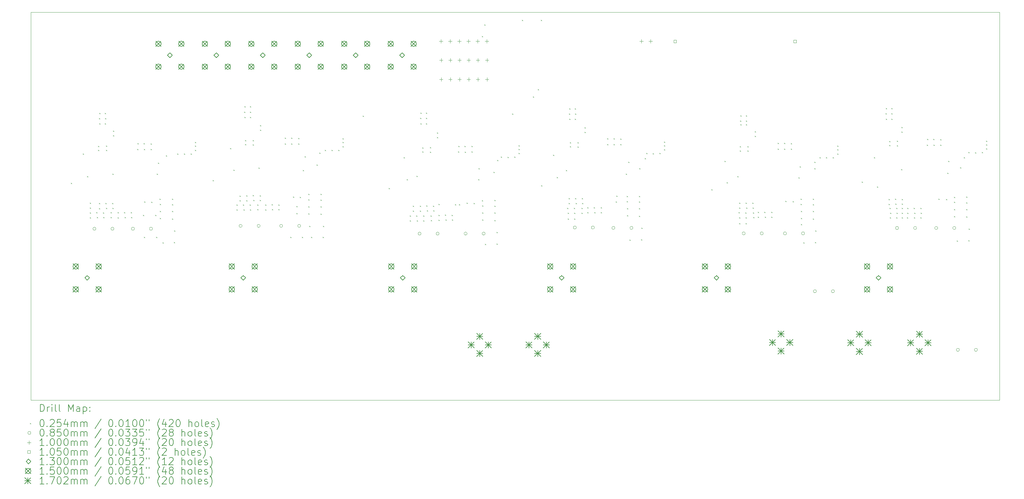
<source format=gbr>
%TF.GenerationSoftware,KiCad,Pcbnew,8.0.5*%
%TF.CreationDate,2024-11-15T20:53:53-05:00*%
%TF.ProjectId,amp_board_final,616d705f-626f-4617-9264-5f66696e616c,rev?*%
%TF.SameCoordinates,Original*%
%TF.FileFunction,Drillmap*%
%TF.FilePolarity,Positive*%
%FSLAX45Y45*%
G04 Gerber Fmt 4.5, Leading zero omitted, Abs format (unit mm)*
G04 Created by KiCad (PCBNEW 8.0.5) date 2024-11-15 20:53:53*
%MOMM*%
%LPD*%
G01*
G04 APERTURE LIST*
%ADD10C,0.100000*%
%ADD11C,0.200000*%
%ADD12C,0.105000*%
%ADD13C,0.130000*%
%ADD14C,0.150000*%
%ADD15C,0.170180*%
G04 APERTURE END LIST*
D10*
X1400000Y-1400000D02*
X28233720Y-1400000D01*
X28233720Y-12165120D01*
X1400000Y-12165120D01*
X1400000Y-1400000D01*
D11*
D10*
X2501900Y-6134100D02*
X2527300Y-6159500D01*
X2527300Y-6134100D02*
X2501900Y-6159500D01*
X2832100Y-5321300D02*
X2857500Y-5346700D01*
X2857500Y-5321300D02*
X2832100Y-5346700D01*
X2956560Y-5951220D02*
X2981960Y-5976620D01*
X2981960Y-5951220D02*
X2956560Y-5976620D01*
X3030220Y-6682740D02*
X3055620Y-6708140D01*
X3055620Y-6682740D02*
X3030220Y-6708140D01*
X3030220Y-6819900D02*
X3055620Y-6845300D01*
X3055620Y-6819900D02*
X3030220Y-6845300D01*
X3030220Y-6954520D02*
X3055620Y-6979920D01*
X3055620Y-6954520D02*
X3030220Y-6979920D01*
X3030220Y-7091680D02*
X3055620Y-7117080D01*
X3055620Y-7091680D02*
X3030220Y-7117080D01*
X3208020Y-6949440D02*
X3233420Y-6974840D01*
X3233420Y-6949440D02*
X3208020Y-6974840D01*
X3223260Y-7086600D02*
X3248660Y-7112000D01*
X3248660Y-7086600D02*
X3223260Y-7112000D01*
X3261360Y-5107940D02*
X3286760Y-5133340D01*
X3286760Y-5107940D02*
X3261360Y-5133340D01*
X3261360Y-5219700D02*
X3286760Y-5245100D01*
X3286760Y-5219700D02*
X3261360Y-5245100D01*
X3281680Y-6697980D02*
X3307080Y-6723380D01*
X3307080Y-6697980D02*
X3281680Y-6723380D01*
X3281680Y-6835140D02*
X3307080Y-6860540D01*
X3307080Y-6835140D02*
X3281680Y-6860540D01*
X3286760Y-4340860D02*
X3312160Y-4366260D01*
X3312160Y-4340860D02*
X3286760Y-4366260D01*
X3291840Y-4193540D02*
X3317240Y-4218940D01*
X3317240Y-4193540D02*
X3291840Y-4218940D01*
X3291840Y-4488180D02*
X3317240Y-4513580D01*
X3317240Y-4488180D02*
X3291840Y-4513580D01*
X3395980Y-6954520D02*
X3421380Y-6979920D01*
X3421380Y-6954520D02*
X3395980Y-6979920D01*
X3401060Y-7086600D02*
X3426460Y-7112000D01*
X3426460Y-7086600D02*
X3401060Y-7112000D01*
X3444240Y-4193540D02*
X3469640Y-4218940D01*
X3469640Y-4193540D02*
X3444240Y-4218940D01*
X3444240Y-4488180D02*
X3469640Y-4513580D01*
X3469640Y-4488180D02*
X3444240Y-4513580D01*
X3449320Y-4340860D02*
X3474720Y-4366260D01*
X3474720Y-4340860D02*
X3449320Y-4366260D01*
X3459480Y-6692900D02*
X3484880Y-6718300D01*
X3484880Y-6692900D02*
X3459480Y-6718300D01*
X3474720Y-5102860D02*
X3500120Y-5128260D01*
X3500120Y-5102860D02*
X3474720Y-5128260D01*
X3474720Y-5224780D02*
X3500120Y-5250180D01*
X3500120Y-5224780D02*
X3474720Y-5250180D01*
X3474720Y-6830060D02*
X3500120Y-6855460D01*
X3500120Y-6830060D02*
X3474720Y-6855460D01*
X3604260Y-6951980D02*
X3629660Y-6977380D01*
X3629660Y-6951980D02*
X3604260Y-6977380D01*
X3609340Y-7084060D02*
X3634740Y-7109460D01*
X3634740Y-7084060D02*
X3609340Y-7109460D01*
X3647440Y-6697980D02*
X3672840Y-6723380D01*
X3672840Y-6697980D02*
X3647440Y-6723380D01*
X3652520Y-6830060D02*
X3677920Y-6855460D01*
X3677920Y-6830060D02*
X3652520Y-6855460D01*
X3657600Y-5885180D02*
X3683000Y-5910580D01*
X3683000Y-5885180D02*
X3657600Y-5910580D01*
X3672840Y-4691380D02*
X3698240Y-4716780D01*
X3698240Y-4691380D02*
X3672840Y-4716780D01*
X3672840Y-4818380D02*
X3698240Y-4843780D01*
X3698240Y-4818380D02*
X3672840Y-4843780D01*
X3799840Y-6951980D02*
X3825240Y-6977380D01*
X3825240Y-6951980D02*
X3799840Y-6977380D01*
X3799840Y-7089140D02*
X3825240Y-7114540D01*
X3825240Y-7089140D02*
X3799840Y-7114540D01*
X3977640Y-6946900D02*
X4003040Y-6972300D01*
X4003040Y-6946900D02*
X3977640Y-6972300D01*
X3992880Y-7084060D02*
X4018280Y-7109460D01*
X4018280Y-7084060D02*
X3992880Y-7109460D01*
X4165600Y-6951980D02*
X4191000Y-6977380D01*
X4191000Y-6951980D02*
X4165600Y-6977380D01*
X4170680Y-7084060D02*
X4196080Y-7109460D01*
X4196080Y-7084060D02*
X4170680Y-7109460D01*
X4343400Y-5194300D02*
X4368800Y-5219700D01*
X4368800Y-5194300D02*
X4343400Y-5219700D01*
X4348480Y-5036820D02*
X4373880Y-5062220D01*
X4373880Y-5036820D02*
X4348480Y-5062220D01*
X4503420Y-7028180D02*
X4528820Y-7053580D01*
X4528820Y-7028180D02*
X4503420Y-7053580D01*
X4521200Y-5036820D02*
X4546600Y-5062220D01*
X4546600Y-5036820D02*
X4521200Y-5062220D01*
X4526280Y-5199380D02*
X4551680Y-5224780D01*
X4551680Y-5199380D02*
X4526280Y-5224780D01*
X4528820Y-7637780D02*
X4554220Y-7663180D01*
X4554220Y-7637780D02*
X4528820Y-7663180D01*
X4538980Y-6649720D02*
X4564380Y-6675120D01*
X4564380Y-6649720D02*
X4538980Y-6675120D01*
X4714240Y-5041900D02*
X4739640Y-5067300D01*
X4739640Y-5041900D02*
X4714240Y-5067300D01*
X4714240Y-5194300D02*
X4739640Y-5219700D01*
X4739640Y-5194300D02*
X4714240Y-5219700D01*
X4732020Y-6657340D02*
X4757420Y-6682740D01*
X4757420Y-6657340D02*
X4732020Y-6682740D01*
X4838700Y-7023100D02*
X4864100Y-7048500D01*
X4864100Y-7023100D02*
X4838700Y-7048500D01*
X4864100Y-7632700D02*
X4889500Y-7658100D01*
X4889500Y-7632700D02*
X4864100Y-7658100D01*
X4885298Y-5883518D02*
X4910698Y-5908918D01*
X4910698Y-5883518D02*
X4885298Y-5908918D01*
X4914900Y-5575300D02*
X4940300Y-5600700D01*
X4940300Y-5575300D02*
X4914900Y-5600700D01*
X4963160Y-6576060D02*
X4988560Y-6601460D01*
X4988560Y-6576060D02*
X4963160Y-6601460D01*
X4965700Y-6718300D02*
X4991100Y-6743700D01*
X4991100Y-6718300D02*
X4965700Y-6743700D01*
X4970780Y-6918960D02*
X4996180Y-6944360D01*
X4996180Y-6918960D02*
X4970780Y-6944360D01*
X4970780Y-7109460D02*
X4996180Y-7134860D01*
X4996180Y-7109460D02*
X4970780Y-7134860D01*
X5041900Y-7790180D02*
X5067300Y-7815580D01*
X5067300Y-7790180D02*
X5041900Y-7815580D01*
X5135880Y-5372100D02*
X5161280Y-5397500D01*
X5161280Y-5372100D02*
X5135880Y-5397500D01*
X5306060Y-6573520D02*
X5331460Y-6598920D01*
X5331460Y-6573520D02*
X5306060Y-6598920D01*
X5306060Y-6728460D02*
X5331460Y-6753860D01*
X5331460Y-6728460D02*
X5306060Y-6753860D01*
X5306060Y-6913880D02*
X5331460Y-6939280D01*
X5331460Y-6913880D02*
X5306060Y-6939280D01*
X5306060Y-7124700D02*
X5331460Y-7150100D01*
X5331460Y-7124700D02*
X5306060Y-7150100D01*
X5361940Y-7780020D02*
X5387340Y-7805420D01*
X5387340Y-7780020D02*
X5361940Y-7805420D01*
X5369560Y-7457440D02*
X5394960Y-7482840D01*
X5394960Y-7457440D02*
X5369560Y-7482840D01*
X5452460Y-5319300D02*
X5477860Y-5344700D01*
X5477860Y-5319300D02*
X5452460Y-5344700D01*
X5635340Y-5324380D02*
X5660740Y-5349780D01*
X5660740Y-5324380D02*
X5635340Y-5349780D01*
X5823300Y-5319300D02*
X5848700Y-5344700D01*
X5848700Y-5319300D02*
X5823300Y-5344700D01*
X5943300Y-5105400D02*
X5968700Y-5130800D01*
X5968700Y-5105400D02*
X5943300Y-5130800D01*
X5943600Y-5003800D02*
X5969000Y-5029200D01*
X5969000Y-5003800D02*
X5943600Y-5029200D01*
X5943600Y-5219700D02*
X5969000Y-5245100D01*
X5969000Y-5219700D02*
X5943600Y-5245100D01*
X6433820Y-6057900D02*
X6459220Y-6083300D01*
X6459220Y-6057900D02*
X6433820Y-6083300D01*
X6920280Y-5168900D02*
X6945680Y-5194300D01*
X6945680Y-5168900D02*
X6920280Y-5194300D01*
X7007860Y-5775960D02*
X7033260Y-5801360D01*
X7033260Y-5775960D02*
X7007860Y-5801360D01*
X7091680Y-6738620D02*
X7117080Y-6764020D01*
X7117080Y-6738620D02*
X7091680Y-6764020D01*
X7091680Y-6875780D02*
X7117080Y-6901180D01*
X7117080Y-6875780D02*
X7091680Y-6901180D01*
X7175500Y-6489700D02*
X7200900Y-6515100D01*
X7200900Y-6489700D02*
X7175500Y-6515100D01*
X7175500Y-6616700D02*
X7200900Y-6642100D01*
X7200900Y-6616700D02*
X7175500Y-6642100D01*
X7269480Y-6733540D02*
X7294880Y-6758940D01*
X7294880Y-6733540D02*
X7269480Y-6758940D01*
X7284720Y-6870700D02*
X7310120Y-6896100D01*
X7310120Y-6870700D02*
X7284720Y-6896100D01*
X7307580Y-4160520D02*
X7332980Y-4185920D01*
X7332980Y-4160520D02*
X7307580Y-4185920D01*
X7312660Y-4013200D02*
X7338060Y-4038600D01*
X7338060Y-4013200D02*
X7312660Y-4038600D01*
X7312660Y-4307840D02*
X7338060Y-4333240D01*
X7338060Y-4307840D02*
X7312660Y-4333240D01*
X7332980Y-4953000D02*
X7358380Y-4978400D01*
X7358380Y-4953000D02*
X7332980Y-4978400D01*
X7332980Y-5064760D02*
X7358380Y-5090160D01*
X7358380Y-5064760D02*
X7332980Y-5090160D01*
X7368540Y-6482080D02*
X7393940Y-6507480D01*
X7393940Y-6482080D02*
X7368540Y-6507480D01*
X7368540Y-6619240D02*
X7393940Y-6644640D01*
X7393940Y-6619240D02*
X7368540Y-6644640D01*
X7457440Y-6738620D02*
X7482840Y-6764020D01*
X7482840Y-6738620D02*
X7457440Y-6764020D01*
X7462520Y-6870700D02*
X7487920Y-6896100D01*
X7487920Y-6870700D02*
X7462520Y-6896100D01*
X7465060Y-4013200D02*
X7490460Y-4038600D01*
X7490460Y-4013200D02*
X7465060Y-4038600D01*
X7465060Y-4307840D02*
X7490460Y-4333240D01*
X7490460Y-4307840D02*
X7465060Y-4333240D01*
X7470140Y-4160520D02*
X7495540Y-4185920D01*
X7495540Y-4160520D02*
X7470140Y-4185920D01*
X7546340Y-4947920D02*
X7571740Y-4973320D01*
X7571740Y-4947920D02*
X7546340Y-4973320D01*
X7546340Y-5069840D02*
X7571740Y-5095240D01*
X7571740Y-5069840D02*
X7546340Y-5095240D01*
X7546340Y-6477000D02*
X7571740Y-6502400D01*
X7571740Y-6477000D02*
X7546340Y-6502400D01*
X7561580Y-6614160D02*
X7586980Y-6639560D01*
X7586980Y-6614160D02*
X7561580Y-6639560D01*
X7665720Y-6736080D02*
X7691120Y-6761480D01*
X7691120Y-6736080D02*
X7665720Y-6761480D01*
X7670800Y-6868160D02*
X7696200Y-6893560D01*
X7696200Y-6868160D02*
X7670800Y-6893560D01*
X7700010Y-5713730D02*
X7725410Y-5739130D01*
X7725410Y-5713730D02*
X7700010Y-5739130D01*
X7734300Y-6482080D02*
X7759700Y-6507480D01*
X7759700Y-6482080D02*
X7734300Y-6507480D01*
X7739380Y-6614160D02*
X7764780Y-6639560D01*
X7764780Y-6614160D02*
X7739380Y-6639560D01*
X7744460Y-4536440D02*
X7769860Y-4561840D01*
X7769860Y-4536440D02*
X7744460Y-4561840D01*
X7744460Y-4663440D02*
X7769860Y-4688840D01*
X7769860Y-4663440D02*
X7744460Y-4688840D01*
X7886700Y-6736080D02*
X7912100Y-6761480D01*
X7912100Y-6736080D02*
X7886700Y-6761480D01*
X7886700Y-6873240D02*
X7912100Y-6898640D01*
X7912100Y-6873240D02*
X7886700Y-6898640D01*
X8064500Y-6731000D02*
X8089900Y-6756400D01*
X8089900Y-6731000D02*
X8064500Y-6756400D01*
X8079740Y-6868160D02*
X8105140Y-6893560D01*
X8105140Y-6868160D02*
X8079740Y-6893560D01*
X8252460Y-6736080D02*
X8277860Y-6761480D01*
X8277860Y-6736080D02*
X8252460Y-6761480D01*
X8257540Y-6868160D02*
X8282940Y-6893560D01*
X8282940Y-6868160D02*
X8257540Y-6893560D01*
X8430260Y-5041900D02*
X8455660Y-5067300D01*
X8455660Y-5041900D02*
X8430260Y-5067300D01*
X8435340Y-4884420D02*
X8460740Y-4909820D01*
X8460740Y-4884420D02*
X8435340Y-4909820D01*
X8580120Y-7632700D02*
X8605520Y-7658100D01*
X8605520Y-7632700D02*
X8580120Y-7658100D01*
X8608060Y-4884420D02*
X8633460Y-4909820D01*
X8633460Y-4884420D02*
X8608060Y-4909820D01*
X8613140Y-5046980D02*
X8638540Y-5072380D01*
X8638540Y-5046980D02*
X8613140Y-5072380D01*
X8661400Y-6520180D02*
X8686800Y-6545580D01*
X8686800Y-6520180D02*
X8661400Y-6545580D01*
X8750300Y-6781800D02*
X8775700Y-6807200D01*
X8775700Y-6781800D02*
X8750300Y-6807200D01*
X8750300Y-6972300D02*
X8775700Y-6997700D01*
X8775700Y-6972300D02*
X8750300Y-6997700D01*
X8801100Y-4889500D02*
X8826500Y-4914900D01*
X8826500Y-4889500D02*
X8801100Y-4914900D01*
X8801100Y-5041900D02*
X8826500Y-5067300D01*
X8826500Y-5041900D02*
X8801100Y-5067300D01*
X8846820Y-6527800D02*
X8872220Y-6553200D01*
X8872220Y-6527800D02*
X8846820Y-6553200D01*
X8902700Y-7632700D02*
X8928100Y-7658100D01*
X8928100Y-7632700D02*
X8902700Y-7658100D01*
X8928100Y-5778500D02*
X8953500Y-5803900D01*
X8953500Y-5778500D02*
X8928100Y-5803900D01*
X8978900Y-5400040D02*
X9004300Y-5425440D01*
X9004300Y-5400040D02*
X8978900Y-5425440D01*
X9080500Y-6441440D02*
X9105900Y-6466840D01*
X9105900Y-6441440D02*
X9080500Y-6466840D01*
X9080500Y-6789420D02*
X9105900Y-6814820D01*
X9105900Y-6789420D02*
X9080500Y-6814820D01*
X9080500Y-6979920D02*
X9105900Y-7005320D01*
X9105900Y-6979920D02*
X9080500Y-7005320D01*
X9083040Y-6593840D02*
X9108440Y-6619240D01*
X9108440Y-6593840D02*
X9083040Y-6619240D01*
X9105900Y-7327900D02*
X9131300Y-7353300D01*
X9131300Y-7327900D02*
X9105900Y-7353300D01*
X9156700Y-7632700D02*
X9182100Y-7658100D01*
X9182100Y-7632700D02*
X9156700Y-7658100D01*
X9309100Y-5626100D02*
X9334500Y-5651500D01*
X9334500Y-5626100D02*
X9309100Y-5651500D01*
X9385300Y-5295900D02*
X9410700Y-5321300D01*
X9410700Y-5295900D02*
X9385300Y-5321300D01*
X9423400Y-6443980D02*
X9448800Y-6469380D01*
X9448800Y-6443980D02*
X9423400Y-6469380D01*
X9423400Y-6598920D02*
X9448800Y-6624320D01*
X9448800Y-6598920D02*
X9423400Y-6624320D01*
X9423400Y-6784340D02*
X9448800Y-6809740D01*
X9448800Y-6784340D02*
X9423400Y-6809740D01*
X9423400Y-6995160D02*
X9448800Y-7020560D01*
X9448800Y-6995160D02*
X9423400Y-7020560D01*
X9479280Y-7632700D02*
X9504680Y-7658100D01*
X9504680Y-7632700D02*
X9479280Y-7658100D01*
X9486900Y-7327900D02*
X9512300Y-7353300D01*
X9512300Y-7327900D02*
X9486900Y-7353300D01*
X9541860Y-5217700D02*
X9567260Y-5243100D01*
X9567260Y-5217700D02*
X9541860Y-5243100D01*
X9724740Y-5222780D02*
X9750140Y-5248180D01*
X9750140Y-5222780D02*
X9724740Y-5248180D01*
X9912700Y-5217700D02*
X9938100Y-5243100D01*
X9938100Y-5217700D02*
X9912700Y-5243100D01*
X10032700Y-5003800D02*
X10058100Y-5029200D01*
X10058100Y-5003800D02*
X10032700Y-5029200D01*
X10033000Y-4902200D02*
X10058400Y-4927600D01*
X10058400Y-4902200D02*
X10033000Y-4927600D01*
X10033000Y-5118100D02*
X10058400Y-5143500D01*
X10058400Y-5118100D02*
X10033000Y-5143500D01*
X10594340Y-4274820D02*
X10619740Y-4300220D01*
X10619740Y-4274820D02*
X10594340Y-4300220D01*
X11310620Y-6276340D02*
X11336020Y-6301740D01*
X11336020Y-6276340D02*
X11310620Y-6301740D01*
X11722100Y-5422900D02*
X11747500Y-5448300D01*
X11747500Y-5422900D02*
X11722100Y-5448300D01*
X11813540Y-6032500D02*
X11838940Y-6057900D01*
X11838940Y-6032500D02*
X11813540Y-6057900D01*
X11897360Y-7043420D02*
X11922760Y-7068820D01*
X11922760Y-7043420D02*
X11897360Y-7068820D01*
X11897360Y-7180580D02*
X11922760Y-7205980D01*
X11922760Y-7180580D02*
X11897360Y-7205980D01*
X11976100Y-6769100D02*
X12001500Y-6794500D01*
X12001500Y-6769100D02*
X11976100Y-6794500D01*
X11976100Y-6906260D02*
X12001500Y-6931660D01*
X12001500Y-6906260D02*
X11976100Y-6931660D01*
X12075160Y-7038340D02*
X12100560Y-7063740D01*
X12100560Y-7038340D02*
X12075160Y-7063740D01*
X12077700Y-5939269D02*
X12103100Y-5964669D01*
X12103100Y-5939269D02*
X12077700Y-5964669D01*
X12090400Y-7175500D02*
X12115800Y-7200900D01*
X12115800Y-7175500D02*
X12090400Y-7200900D01*
X12174220Y-6769100D02*
X12199620Y-6794500D01*
X12199620Y-6769100D02*
X12174220Y-6794500D01*
X12174220Y-6906260D02*
X12199620Y-6931660D01*
X12199620Y-6906260D02*
X12174220Y-6931660D01*
X12184380Y-4335780D02*
X12209780Y-4361180D01*
X12209780Y-4335780D02*
X12184380Y-4361180D01*
X12189460Y-4188460D02*
X12214860Y-4213860D01*
X12214860Y-4188460D02*
X12189460Y-4213860D01*
X12189460Y-4483100D02*
X12214860Y-4508500D01*
X12214860Y-4483100D02*
X12189460Y-4508500D01*
X12240260Y-5153660D02*
X12265660Y-5179060D01*
X12265660Y-5153660D02*
X12240260Y-5179060D01*
X12240260Y-5265420D02*
X12265660Y-5290820D01*
X12265660Y-5265420D02*
X12240260Y-5290820D01*
X12263120Y-7043420D02*
X12288520Y-7068820D01*
X12288520Y-7043420D02*
X12263120Y-7068820D01*
X12268200Y-7175500D02*
X12293600Y-7200900D01*
X12293600Y-7175500D02*
X12268200Y-7200900D01*
X12341860Y-4188460D02*
X12367260Y-4213860D01*
X12367260Y-4188460D02*
X12341860Y-4213860D01*
X12341860Y-4483100D02*
X12367260Y-4508500D01*
X12367260Y-4483100D02*
X12341860Y-4508500D01*
X12346940Y-4335780D02*
X12372340Y-4361180D01*
X12372340Y-4335780D02*
X12346940Y-4361180D01*
X12352020Y-6764020D02*
X12377420Y-6789420D01*
X12377420Y-6764020D02*
X12352020Y-6789420D01*
X12367260Y-6901180D02*
X12392660Y-6926580D01*
X12392660Y-6901180D02*
X12367260Y-6926580D01*
X12453620Y-5148580D02*
X12479020Y-5173980D01*
X12479020Y-5148580D02*
X12453620Y-5173980D01*
X12453620Y-5270500D02*
X12479020Y-5295900D01*
X12479020Y-5270500D02*
X12453620Y-5295900D01*
X12471400Y-7040880D02*
X12496800Y-7066280D01*
X12496800Y-7040880D02*
X12471400Y-7066280D01*
X12476480Y-7172960D02*
X12501880Y-7198360D01*
X12501880Y-7172960D02*
X12476480Y-7198360D01*
X12539980Y-6769100D02*
X12565380Y-6794500D01*
X12565380Y-6769100D02*
X12539980Y-6794500D01*
X12545060Y-6901180D02*
X12570460Y-6926580D01*
X12570460Y-6901180D02*
X12545060Y-6926580D01*
X12651740Y-4737100D02*
X12677140Y-4762500D01*
X12677140Y-4737100D02*
X12651740Y-4762500D01*
X12651740Y-4864100D02*
X12677140Y-4889500D01*
X12677140Y-4864100D02*
X12651740Y-4889500D01*
X12692380Y-6723380D02*
X12717780Y-6748780D01*
X12717780Y-6723380D02*
X12692380Y-6748780D01*
X12692380Y-7023100D02*
X12717780Y-7048500D01*
X12717780Y-7023100D02*
X12692380Y-7048500D01*
X12692380Y-7160260D02*
X12717780Y-7185660D01*
X12717780Y-7160260D02*
X12692380Y-7185660D01*
X12870180Y-7018020D02*
X12895580Y-7043420D01*
X12895580Y-7018020D02*
X12870180Y-7043420D01*
X12885420Y-7155180D02*
X12910820Y-7180580D01*
X12910820Y-7155180D02*
X12885420Y-7180580D01*
X13058140Y-7023100D02*
X13083540Y-7048500D01*
X13083540Y-7023100D02*
X13058140Y-7048500D01*
X13063220Y-7155180D02*
X13088620Y-7180580D01*
X13088620Y-7155180D02*
X13063220Y-7180580D01*
X13144500Y-6728460D02*
X13169900Y-6753860D01*
X13169900Y-6728460D02*
X13144500Y-6753860D01*
X13235940Y-5265420D02*
X13261340Y-5290820D01*
X13261340Y-5265420D02*
X13235940Y-5290820D01*
X13241020Y-5107940D02*
X13266420Y-5133340D01*
X13266420Y-5107940D02*
X13241020Y-5133340D01*
X13256260Y-6728460D02*
X13281660Y-6753860D01*
X13281660Y-6728460D02*
X13256260Y-6753860D01*
X13413740Y-5107940D02*
X13439140Y-5133340D01*
X13439140Y-5107940D02*
X13413740Y-5133340D01*
X13418820Y-5270500D02*
X13444220Y-5295900D01*
X13444220Y-5270500D02*
X13418820Y-5295900D01*
X13472160Y-6690360D02*
X13497560Y-6715760D01*
X13497560Y-6690360D02*
X13472160Y-6715760D01*
X13606780Y-5113020D02*
X13632180Y-5138420D01*
X13632180Y-5113020D02*
X13606780Y-5138420D01*
X13606780Y-5265420D02*
X13632180Y-5290820D01*
X13632180Y-5265420D02*
X13606780Y-5290820D01*
X13665200Y-6697980D02*
X13690600Y-6723380D01*
X13690600Y-6697980D02*
X13665200Y-6723380D01*
X13789660Y-6032500D02*
X13815060Y-6057900D01*
X13815060Y-6032500D02*
X13789660Y-6057900D01*
X13797280Y-5727700D02*
X13822680Y-5753100D01*
X13822680Y-5727700D02*
X13797280Y-5753100D01*
X13894072Y-2062208D02*
X13919472Y-2087608D01*
X13919472Y-2062208D02*
X13894072Y-2087608D01*
X13896340Y-6616700D02*
X13921740Y-6642100D01*
X13921740Y-6616700D02*
X13896340Y-6642100D01*
X13898880Y-6758940D02*
X13924280Y-6784340D01*
X13924280Y-6758940D02*
X13898880Y-6784340D01*
X13903960Y-6959600D02*
X13929360Y-6985000D01*
X13929360Y-6959600D02*
X13903960Y-6985000D01*
X13903960Y-7150100D02*
X13929360Y-7175500D01*
X13929360Y-7150100D02*
X13903960Y-7175500D01*
X13957300Y-1744980D02*
X13982700Y-1770380D01*
X13982700Y-1744980D02*
X13957300Y-1770380D01*
X13975080Y-7830820D02*
X14000480Y-7856220D01*
X14000480Y-7830820D02*
X13975080Y-7856220D01*
X14211300Y-5829300D02*
X14236700Y-5854700D01*
X14236700Y-5829300D02*
X14211300Y-5854700D01*
X14239240Y-6614160D02*
X14264640Y-6639560D01*
X14264640Y-6614160D02*
X14239240Y-6639560D01*
X14239240Y-6769100D02*
X14264640Y-6794500D01*
X14264640Y-6769100D02*
X14239240Y-6794500D01*
X14239240Y-6954520D02*
X14264640Y-6979920D01*
X14264640Y-6954520D02*
X14239240Y-6979920D01*
X14239240Y-7165340D02*
X14264640Y-7190740D01*
X14264640Y-7165340D02*
X14239240Y-7190740D01*
X14295120Y-7820660D02*
X14320520Y-7846060D01*
X14320520Y-7820660D02*
X14295120Y-7846060D01*
X14302740Y-7498080D02*
X14328140Y-7523480D01*
X14328140Y-7498080D02*
X14302740Y-7523480D01*
X14312900Y-5499100D02*
X14338300Y-5524500D01*
X14338300Y-5499100D02*
X14312900Y-5524500D01*
X14418660Y-5408200D02*
X14444060Y-5433600D01*
X14444060Y-5408200D02*
X14418660Y-5433600D01*
X14601540Y-5413280D02*
X14626940Y-5438680D01*
X14626940Y-5413280D02*
X14601540Y-5438680D01*
X14729460Y-4213860D02*
X14754860Y-4239260D01*
X14754860Y-4213860D02*
X14729460Y-4239260D01*
X14789500Y-5408200D02*
X14814900Y-5433600D01*
X14814900Y-5408200D02*
X14789500Y-5433600D01*
X14909500Y-5194300D02*
X14934900Y-5219700D01*
X14934900Y-5194300D02*
X14909500Y-5219700D01*
X14909800Y-5092700D02*
X14935200Y-5118100D01*
X14935200Y-5092700D02*
X14909800Y-5118100D01*
X14909800Y-5308600D02*
X14935200Y-5334000D01*
X14935200Y-5308600D02*
X14909800Y-5334000D01*
X14998700Y-1612900D02*
X15024100Y-1638300D01*
X15024100Y-1612900D02*
X14998700Y-1638300D01*
X15303500Y-3736340D02*
X15328900Y-3761740D01*
X15328900Y-3736340D02*
X15303500Y-3761740D01*
X15440660Y-3533140D02*
X15466060Y-3558540D01*
X15466060Y-3533140D02*
X15440660Y-3558540D01*
X15525508Y-1617980D02*
X15550908Y-1643380D01*
X15550908Y-1617980D02*
X15525508Y-1643380D01*
X15537180Y-6200140D02*
X15562580Y-6225540D01*
X15562580Y-6200140D02*
X15537180Y-6225540D01*
X15869174Y-5353574D02*
X15894574Y-5378974D01*
X15894574Y-5353574D02*
X15869174Y-5378974D01*
X15963900Y-5976620D02*
X15989300Y-6002020D01*
X15989300Y-5976620D02*
X15963900Y-6002020D01*
X16217900Y-5778500D02*
X16243300Y-5803900D01*
X16243300Y-5778500D02*
X16217900Y-5803900D01*
X16253460Y-6827520D02*
X16278860Y-6852920D01*
X16278860Y-6827520D02*
X16253460Y-6852920D01*
X16268700Y-6964680D02*
X16294100Y-6990080D01*
X16294100Y-6964680D02*
X16268700Y-6990080D01*
X16268700Y-7124700D02*
X16294100Y-7150100D01*
X16294100Y-7124700D02*
X16268700Y-7150100D01*
X16299180Y-6560820D02*
X16324580Y-6586220D01*
X16324580Y-6560820D02*
X16299180Y-6586220D01*
X16299180Y-6697980D02*
X16324580Y-6723380D01*
X16324580Y-6697980D02*
X16299180Y-6723380D01*
X16309340Y-4213860D02*
X16334740Y-4239260D01*
X16334740Y-4213860D02*
X16309340Y-4239260D01*
X16314420Y-4066540D02*
X16339820Y-4091940D01*
X16339820Y-4066540D02*
X16314420Y-4091940D01*
X16314420Y-4361180D02*
X16339820Y-4386580D01*
X16339820Y-4361180D02*
X16314420Y-4386580D01*
X16329660Y-5011420D02*
X16355060Y-5036820D01*
X16355060Y-5011420D02*
X16329660Y-5036820D01*
X16329660Y-5123180D02*
X16355060Y-5148580D01*
X16355060Y-5123180D02*
X16329660Y-5148580D01*
X16441420Y-6832600D02*
X16466820Y-6858000D01*
X16466820Y-6832600D02*
X16441420Y-6858000D01*
X16446500Y-6964680D02*
X16471900Y-6990080D01*
X16471900Y-6964680D02*
X16446500Y-6990080D01*
X16446500Y-7124700D02*
X16471900Y-7150100D01*
X16471900Y-7124700D02*
X16446500Y-7150100D01*
X16466820Y-4066540D02*
X16492220Y-4091940D01*
X16492220Y-4066540D02*
X16466820Y-4091940D01*
X16466820Y-4361180D02*
X16492220Y-4386580D01*
X16492220Y-4361180D02*
X16466820Y-4386580D01*
X16471900Y-4213860D02*
X16497300Y-4239260D01*
X16497300Y-4213860D02*
X16471900Y-4239260D01*
X16476980Y-6555740D02*
X16502380Y-6581140D01*
X16502380Y-6555740D02*
X16476980Y-6581140D01*
X16492220Y-6692900D02*
X16517620Y-6718300D01*
X16517620Y-6692900D02*
X16492220Y-6718300D01*
X16543020Y-5006340D02*
X16568420Y-5031740D01*
X16568420Y-5006340D02*
X16543020Y-5031740D01*
X16543020Y-5128260D02*
X16568420Y-5153660D01*
X16568420Y-5128260D02*
X16543020Y-5153660D01*
X16649700Y-6830060D02*
X16675100Y-6855460D01*
X16675100Y-6830060D02*
X16649700Y-6855460D01*
X16654780Y-6962140D02*
X16680180Y-6987540D01*
X16680180Y-6962140D02*
X16654780Y-6987540D01*
X16664940Y-6560820D02*
X16690340Y-6586220D01*
X16690340Y-6560820D02*
X16664940Y-6586220D01*
X16670020Y-6692900D02*
X16695420Y-6718300D01*
X16695420Y-6692900D02*
X16670020Y-6718300D01*
X16741140Y-4594860D02*
X16766540Y-4620260D01*
X16766540Y-4594860D02*
X16741140Y-4620260D01*
X16741140Y-4721860D02*
X16766540Y-4747260D01*
X16766540Y-4721860D02*
X16741140Y-4747260D01*
X16817340Y-6814820D02*
X16842740Y-6840220D01*
X16842740Y-6814820D02*
X16817340Y-6840220D01*
X16817340Y-6951980D02*
X16842740Y-6977380D01*
X16842740Y-6951980D02*
X16817340Y-6977380D01*
X16995140Y-6809740D02*
X17020540Y-6835140D01*
X17020540Y-6809740D02*
X16995140Y-6835140D01*
X17010380Y-6946900D02*
X17035780Y-6972300D01*
X17035780Y-6946900D02*
X17010380Y-6972300D01*
X17183100Y-6814820D02*
X17208500Y-6840220D01*
X17208500Y-6814820D02*
X17183100Y-6840220D01*
X17188180Y-6946900D02*
X17213580Y-6972300D01*
X17213580Y-6946900D02*
X17188180Y-6972300D01*
X17360900Y-5057140D02*
X17386300Y-5082540D01*
X17386300Y-5057140D02*
X17360900Y-5082540D01*
X17365980Y-4899660D02*
X17391380Y-4925060D01*
X17391380Y-4899660D02*
X17365980Y-4925060D01*
X17538700Y-4899660D02*
X17564100Y-4925060D01*
X17564100Y-4899660D02*
X17538700Y-4925060D01*
X17543780Y-5062220D02*
X17569180Y-5087620D01*
X17569180Y-5062220D02*
X17543780Y-5087620D01*
X17602200Y-6649720D02*
X17627600Y-6675120D01*
X17627600Y-6649720D02*
X17602200Y-6675120D01*
X17617440Y-6492240D02*
X17642840Y-6517640D01*
X17642840Y-6492240D02*
X17617440Y-6517640D01*
X17731740Y-4904740D02*
X17757140Y-4930140D01*
X17757140Y-4904740D02*
X17731740Y-4930140D01*
X17731740Y-5057140D02*
X17757140Y-5082540D01*
X17757140Y-5057140D02*
X17731740Y-5082540D01*
X17884140Y-5880100D02*
X17909540Y-5905500D01*
X17909540Y-5880100D02*
X17884140Y-5905500D01*
X17904460Y-6499860D02*
X17929860Y-6525260D01*
X17929860Y-6499860D02*
X17904460Y-6525260D01*
X17907000Y-6642100D02*
X17932400Y-6667500D01*
X17932400Y-6642100D02*
X17907000Y-6667500D01*
X17912080Y-6842760D02*
X17937480Y-6868160D01*
X17937480Y-6842760D02*
X17912080Y-6868160D01*
X17912080Y-7033260D02*
X17937480Y-7058660D01*
X17937480Y-7033260D02*
X17912080Y-7058660D01*
X17945100Y-5549900D02*
X17970500Y-5575300D01*
X17970500Y-5549900D02*
X17945100Y-5575300D01*
X17983200Y-7713980D02*
X18008600Y-7739380D01*
X18008600Y-7713980D02*
X17983200Y-7739380D01*
X18247360Y-6497320D02*
X18272760Y-6522720D01*
X18272760Y-6497320D02*
X18247360Y-6522720D01*
X18247360Y-6652260D02*
X18272760Y-6677660D01*
X18272760Y-6652260D02*
X18247360Y-6677660D01*
X18247360Y-6837680D02*
X18272760Y-6863080D01*
X18272760Y-6837680D02*
X18247360Y-6863080D01*
X18247360Y-7048500D02*
X18272760Y-7073900D01*
X18272760Y-7048500D02*
X18247360Y-7073900D01*
X18249900Y-5727700D02*
X18275300Y-5753100D01*
X18275300Y-5727700D02*
X18249900Y-5753100D01*
X18303240Y-7703820D02*
X18328640Y-7729220D01*
X18328640Y-7703820D02*
X18303240Y-7729220D01*
X18310860Y-7381240D02*
X18336260Y-7406640D01*
X18336260Y-7381240D02*
X18310860Y-7406640D01*
X18402300Y-5448300D02*
X18427700Y-5473700D01*
X18427700Y-5448300D02*
X18402300Y-5473700D01*
X18444560Y-5306600D02*
X18469960Y-5332000D01*
X18469960Y-5306600D02*
X18444560Y-5332000D01*
X18627440Y-5311680D02*
X18652840Y-5337080D01*
X18652840Y-5311680D02*
X18627440Y-5337080D01*
X18815400Y-5306600D02*
X18840800Y-5332000D01*
X18840800Y-5306600D02*
X18815400Y-5332000D01*
X18935400Y-5092700D02*
X18960800Y-5118100D01*
X18960800Y-5092700D02*
X18935400Y-5118100D01*
X18935700Y-4991100D02*
X18961100Y-5016500D01*
X18961100Y-4991100D02*
X18935700Y-5016500D01*
X18935700Y-5207000D02*
X18961100Y-5232400D01*
X18961100Y-5207000D02*
X18935700Y-5232400D01*
X20251420Y-6316980D02*
X20276820Y-6342380D01*
X20276820Y-6316980D02*
X20251420Y-6342380D01*
X20612100Y-5524500D02*
X20637500Y-5549900D01*
X20637500Y-5524500D02*
X20612100Y-5549900D01*
X20670923Y-6120353D02*
X20696323Y-6145753D01*
X20696323Y-6120353D02*
X20670923Y-6145753D01*
X20966758Y-5949039D02*
X20992158Y-5974439D01*
X20992158Y-5949039D02*
X20966758Y-5974439D01*
X21005800Y-6951980D02*
X21031200Y-6977380D01*
X21031200Y-6951980D02*
X21005800Y-6977380D01*
X21018500Y-7251700D02*
X21043900Y-7277100D01*
X21043900Y-7251700D02*
X21018500Y-7277100D01*
X21021040Y-7089140D02*
X21046440Y-7114540D01*
X21046440Y-7089140D02*
X21021040Y-7114540D01*
X21023580Y-6687820D02*
X21048980Y-6713220D01*
X21048980Y-6687820D02*
X21023580Y-6713220D01*
X21023580Y-6824980D02*
X21048980Y-6850380D01*
X21048980Y-6824980D02*
X21023580Y-6850380D01*
X21038820Y-5123180D02*
X21064220Y-5148580D01*
X21064220Y-5123180D02*
X21038820Y-5148580D01*
X21038820Y-5234940D02*
X21064220Y-5260340D01*
X21064220Y-5234940D02*
X21038820Y-5260340D01*
X21048980Y-4411980D02*
X21074380Y-4437380D01*
X21074380Y-4411980D02*
X21048980Y-4437380D01*
X21054060Y-4264660D02*
X21079460Y-4290060D01*
X21079460Y-4264660D02*
X21054060Y-4290060D01*
X21054060Y-4508500D02*
X21079460Y-4533900D01*
X21079460Y-4508500D02*
X21054060Y-4533900D01*
X21193760Y-6957060D02*
X21219160Y-6982460D01*
X21219160Y-6957060D02*
X21193760Y-6982460D01*
X21196300Y-7251700D02*
X21221700Y-7277100D01*
X21221700Y-7251700D02*
X21196300Y-7277100D01*
X21198840Y-7089140D02*
X21224240Y-7114540D01*
X21224240Y-7089140D02*
X21198840Y-7114540D01*
X21201380Y-6682740D02*
X21226780Y-6708140D01*
X21226780Y-6682740D02*
X21201380Y-6708140D01*
X21206460Y-4264660D02*
X21231860Y-4290060D01*
X21231860Y-4264660D02*
X21206460Y-4290060D01*
X21206460Y-4508500D02*
X21231860Y-4533900D01*
X21231860Y-4508500D02*
X21206460Y-4533900D01*
X21211540Y-4411980D02*
X21236940Y-4437380D01*
X21236940Y-4411980D02*
X21211540Y-4437380D01*
X21216620Y-6819900D02*
X21242020Y-6845300D01*
X21242020Y-6819900D02*
X21216620Y-6845300D01*
X21252180Y-5118100D02*
X21277580Y-5143500D01*
X21277580Y-5118100D02*
X21252180Y-5143500D01*
X21252180Y-5240020D02*
X21277580Y-5265420D01*
X21277580Y-5240020D02*
X21252180Y-5265420D01*
X21389340Y-6687820D02*
X21414740Y-6713220D01*
X21414740Y-6687820D02*
X21389340Y-6713220D01*
X21394420Y-6819900D02*
X21419820Y-6845300D01*
X21419820Y-6819900D02*
X21394420Y-6845300D01*
X21402040Y-6954520D02*
X21427440Y-6979920D01*
X21427440Y-6954520D02*
X21402040Y-6979920D01*
X21407120Y-7086600D02*
X21432520Y-7112000D01*
X21432520Y-7086600D02*
X21407120Y-7112000D01*
X21450300Y-4706620D02*
X21475700Y-4732020D01*
X21475700Y-4706620D02*
X21450300Y-4732020D01*
X21450300Y-4833620D02*
X21475700Y-4859020D01*
X21475700Y-4833620D02*
X21450300Y-4859020D01*
X21541740Y-6941820D02*
X21567140Y-6967220D01*
X21567140Y-6941820D02*
X21541740Y-6967220D01*
X21541740Y-7078980D02*
X21567140Y-7104380D01*
X21567140Y-7078980D02*
X21541740Y-7104380D01*
X21719540Y-6936740D02*
X21744940Y-6962140D01*
X21744940Y-6936740D02*
X21719540Y-6962140D01*
X21734780Y-7073900D02*
X21760180Y-7099300D01*
X21760180Y-7073900D02*
X21734780Y-7099300D01*
X21907500Y-6941820D02*
X21932900Y-6967220D01*
X21932900Y-6941820D02*
X21907500Y-6967220D01*
X21912580Y-7073900D02*
X21937980Y-7099300D01*
X21937980Y-7073900D02*
X21912580Y-7099300D01*
X22085300Y-5184140D02*
X22110700Y-5209540D01*
X22110700Y-5184140D02*
X22085300Y-5209540D01*
X22090380Y-5026660D02*
X22115780Y-5052060D01*
X22115780Y-5026660D02*
X22090380Y-5052060D01*
X22263100Y-5026660D02*
X22288500Y-5052060D01*
X22288500Y-5026660D02*
X22263100Y-5052060D01*
X22268180Y-5189220D02*
X22293580Y-5214620D01*
X22293580Y-5189220D02*
X22268180Y-5214620D01*
X22296120Y-6631940D02*
X22321520Y-6657340D01*
X22321520Y-6631940D02*
X22296120Y-6657340D01*
X22456140Y-5031740D02*
X22481540Y-5057140D01*
X22481540Y-5031740D02*
X22456140Y-5057140D01*
X22456140Y-5184140D02*
X22481540Y-5209540D01*
X22481540Y-5184140D02*
X22456140Y-5209540D01*
X22506940Y-6642100D02*
X22532340Y-6667500D01*
X22532340Y-6642100D02*
X22506940Y-6667500D01*
X22661880Y-5984240D02*
X22687280Y-6009640D01*
X22687280Y-5984240D02*
X22661880Y-6009640D01*
X22694900Y-5676900D02*
X22720300Y-5702300D01*
X22720300Y-5676900D02*
X22694900Y-5702300D01*
X22722840Y-6576060D02*
X22748240Y-6601460D01*
X22748240Y-6576060D02*
X22722840Y-6601460D01*
X22725380Y-6718300D02*
X22750780Y-6743700D01*
X22750780Y-6718300D02*
X22725380Y-6743700D01*
X22730460Y-6918960D02*
X22755860Y-6944360D01*
X22755860Y-6918960D02*
X22730460Y-6944360D01*
X22730460Y-7109460D02*
X22755860Y-7134860D01*
X22755860Y-7109460D02*
X22730460Y-7134860D01*
X22730460Y-7277100D02*
X22755860Y-7302500D01*
X22755860Y-7277100D02*
X22730460Y-7302500D01*
X22801580Y-7790180D02*
X22826980Y-7815580D01*
X22826980Y-7790180D02*
X22801580Y-7815580D01*
X23065740Y-6573520D02*
X23091140Y-6598920D01*
X23091140Y-6573520D02*
X23065740Y-6598920D01*
X23065740Y-6728460D02*
X23091140Y-6753860D01*
X23091140Y-6728460D02*
X23065740Y-6753860D01*
X23065740Y-6913880D02*
X23091140Y-6939280D01*
X23091140Y-6913880D02*
X23065740Y-6939280D01*
X23065740Y-7124700D02*
X23091140Y-7150100D01*
X23091140Y-7124700D02*
X23065740Y-7150100D01*
X23101300Y-5549900D02*
X23126700Y-5575300D01*
X23126700Y-5549900D02*
X23101300Y-5575300D01*
X23101300Y-5727700D02*
X23126700Y-5753100D01*
X23126700Y-5727700D02*
X23101300Y-5753100D01*
X23121620Y-7780020D02*
X23147020Y-7805420D01*
X23147020Y-7780020D02*
X23121620Y-7805420D01*
X23129240Y-7457440D02*
X23154640Y-7482840D01*
X23154640Y-7457440D02*
X23129240Y-7482840D01*
X23245160Y-5420900D02*
X23270560Y-5446300D01*
X23270560Y-5420900D02*
X23245160Y-5446300D01*
X23428040Y-5425980D02*
X23453440Y-5451380D01*
X23453440Y-5425980D02*
X23428040Y-5451380D01*
X23616000Y-5420900D02*
X23641400Y-5446300D01*
X23641400Y-5420900D02*
X23616000Y-5446300D01*
X23736000Y-5207000D02*
X23761400Y-5232400D01*
X23761400Y-5207000D02*
X23736000Y-5232400D01*
X23736300Y-5105400D02*
X23761700Y-5130800D01*
X23761700Y-5105400D02*
X23736300Y-5130800D01*
X23736300Y-5321300D02*
X23761700Y-5346700D01*
X23761700Y-5321300D02*
X23736300Y-5346700D01*
X24417020Y-6098540D02*
X24442420Y-6123940D01*
X24442420Y-6098540D02*
X24417020Y-6123940D01*
X24752300Y-5422900D02*
X24777700Y-5448300D01*
X24777700Y-5422900D02*
X24752300Y-5448300D01*
X24843740Y-6235700D02*
X24869140Y-6261100D01*
X24869140Y-6235700D02*
X24843740Y-6261100D01*
X25077420Y-4208780D02*
X25102820Y-4234180D01*
X25102820Y-4208780D02*
X25077420Y-4234180D01*
X25082500Y-4061460D02*
X25107900Y-4086860D01*
X25107900Y-4061460D02*
X25082500Y-4086860D01*
X25082500Y-4356100D02*
X25107900Y-4381500D01*
X25107900Y-4356100D02*
X25082500Y-4381500D01*
X25158700Y-6581140D02*
X25184100Y-6606540D01*
X25184100Y-6581140D02*
X25158700Y-6606540D01*
X25158700Y-6718300D02*
X25184100Y-6743700D01*
X25184100Y-6718300D02*
X25158700Y-6743700D01*
X25179020Y-4975860D02*
X25204420Y-5001260D01*
X25204420Y-4975860D02*
X25179020Y-5001260D01*
X25179020Y-5087620D02*
X25204420Y-5113020D01*
X25204420Y-5087620D02*
X25179020Y-5113020D01*
X25186640Y-6830060D02*
X25212040Y-6855460D01*
X25212040Y-6830060D02*
X25186640Y-6855460D01*
X25196800Y-7096760D02*
X25222200Y-7122160D01*
X25222200Y-7096760D02*
X25196800Y-7122160D01*
X25201880Y-6967220D02*
X25227280Y-6992620D01*
X25227280Y-6967220D02*
X25201880Y-6992620D01*
X25234900Y-4061460D02*
X25260300Y-4086860D01*
X25260300Y-4061460D02*
X25234900Y-4086860D01*
X25234900Y-4356100D02*
X25260300Y-4381500D01*
X25260300Y-4356100D02*
X25234900Y-4381500D01*
X25239980Y-4208780D02*
X25265380Y-4234180D01*
X25265380Y-4208780D02*
X25239980Y-4234180D01*
X25336500Y-6576060D02*
X25361900Y-6601460D01*
X25361900Y-6576060D02*
X25336500Y-6601460D01*
X25351740Y-6713220D02*
X25377140Y-6738620D01*
X25377140Y-6713220D02*
X25351740Y-6738620D01*
X25374600Y-6830060D02*
X25400000Y-6855460D01*
X25400000Y-6830060D02*
X25374600Y-6855460D01*
X25374600Y-7096760D02*
X25400000Y-7122160D01*
X25400000Y-7096760D02*
X25374600Y-7122160D01*
X25379680Y-6967220D02*
X25405080Y-6992620D01*
X25405080Y-6967220D02*
X25379680Y-6992620D01*
X25392380Y-4970780D02*
X25417780Y-4996180D01*
X25417780Y-4970780D02*
X25392380Y-4996180D01*
X25392380Y-5092700D02*
X25417780Y-5118100D01*
X25417780Y-5092700D02*
X25392380Y-5118100D01*
X25509220Y-5758180D02*
X25534620Y-5783580D01*
X25534620Y-5758180D02*
X25509220Y-5783580D01*
X25514300Y-4584700D02*
X25539700Y-4610100D01*
X25539700Y-4584700D02*
X25514300Y-4610100D01*
X25514300Y-4711700D02*
X25539700Y-4737100D01*
X25539700Y-4711700D02*
X25514300Y-4737100D01*
X25524460Y-6581140D02*
X25549860Y-6606540D01*
X25549860Y-6581140D02*
X25524460Y-6606540D01*
X25524460Y-6830060D02*
X25549860Y-6855460D01*
X25549860Y-6830060D02*
X25524460Y-6855460D01*
X25524460Y-7096760D02*
X25549860Y-7122160D01*
X25549860Y-7096760D02*
X25524460Y-7122160D01*
X25529540Y-6713220D02*
X25554940Y-6738620D01*
X25554940Y-6713220D02*
X25529540Y-6738620D01*
X25529540Y-6967220D02*
X25554940Y-6992620D01*
X25554940Y-6967220D02*
X25529540Y-6992620D01*
X25671780Y-7096760D02*
X25697180Y-7122160D01*
X25697180Y-7096760D02*
X25671780Y-7122160D01*
X25676860Y-6830060D02*
X25702260Y-6855460D01*
X25702260Y-6830060D02*
X25676860Y-6855460D01*
X25676860Y-6967220D02*
X25702260Y-6992620D01*
X25702260Y-6967220D02*
X25676860Y-6992620D01*
X25854660Y-6830060D02*
X25880060Y-6855460D01*
X25880060Y-6830060D02*
X25854660Y-6855460D01*
X25864820Y-7096760D02*
X25890220Y-7122160D01*
X25890220Y-7096760D02*
X25864820Y-7122160D01*
X25869900Y-6967220D02*
X25895300Y-6992620D01*
X25895300Y-6967220D02*
X25869900Y-6992620D01*
X26042620Y-6830060D02*
X26068020Y-6855460D01*
X26068020Y-6830060D02*
X26042620Y-6855460D01*
X26042620Y-7096760D02*
X26068020Y-7122160D01*
X26068020Y-7096760D02*
X26042620Y-7122160D01*
X26047700Y-6967220D02*
X26073100Y-6992620D01*
X26073100Y-6967220D02*
X26047700Y-6992620D01*
X26220420Y-5077460D02*
X26245820Y-5102860D01*
X26245820Y-5077460D02*
X26220420Y-5102860D01*
X26225500Y-4919980D02*
X26250900Y-4945380D01*
X26250900Y-4919980D02*
X26225500Y-4945380D01*
X26398220Y-4919980D02*
X26423620Y-4945380D01*
X26423620Y-4919980D02*
X26398220Y-4945380D01*
X26403300Y-5080000D02*
X26428700Y-5105400D01*
X26428700Y-5080000D02*
X26403300Y-5105400D01*
X26543000Y-6578600D02*
X26568400Y-6604000D01*
X26568400Y-6578600D02*
X26543000Y-6604000D01*
X26591260Y-4925060D02*
X26616660Y-4950460D01*
X26616660Y-4925060D02*
X26591260Y-4950460D01*
X26591260Y-5077460D02*
X26616660Y-5102860D01*
X26616660Y-5077460D02*
X26591260Y-5102860D01*
X26753820Y-6588760D02*
X26779220Y-6614160D01*
X26779220Y-6588760D02*
X26753820Y-6614160D01*
X26783217Y-5853617D02*
X26808617Y-5879017D01*
X26808617Y-5853617D02*
X26783217Y-5879017D01*
X26809700Y-5524500D02*
X26835100Y-5549900D01*
X26835100Y-5524500D02*
X26809700Y-5549900D01*
X26969720Y-6522720D02*
X26995120Y-6548120D01*
X26995120Y-6522720D02*
X26969720Y-6548120D01*
X26972260Y-6664960D02*
X26997660Y-6690360D01*
X26997660Y-6664960D02*
X26972260Y-6690360D01*
X26977340Y-6865620D02*
X27002740Y-6891020D01*
X27002740Y-6865620D02*
X26977340Y-6891020D01*
X26977340Y-7056120D02*
X27002740Y-7081520D01*
X27002740Y-7056120D02*
X26977340Y-7081520D01*
X27048460Y-7736840D02*
X27073860Y-7762240D01*
X27073860Y-7736840D02*
X27048460Y-7762240D01*
X27139900Y-5702300D02*
X27165300Y-5727700D01*
X27165300Y-5702300D02*
X27139900Y-5727700D01*
X27241500Y-5422900D02*
X27266900Y-5448300D01*
X27266900Y-5422900D02*
X27241500Y-5448300D01*
X27312620Y-6520180D02*
X27338020Y-6545580D01*
X27338020Y-6520180D02*
X27312620Y-6545580D01*
X27312620Y-6675120D02*
X27338020Y-6700520D01*
X27338020Y-6675120D02*
X27312620Y-6700520D01*
X27312620Y-6860540D02*
X27338020Y-6885940D01*
X27338020Y-6860540D02*
X27312620Y-6885940D01*
X27312620Y-7071360D02*
X27338020Y-7096760D01*
X27338020Y-7071360D02*
X27312620Y-7096760D01*
X27368500Y-7726680D02*
X27393900Y-7752080D01*
X27393900Y-7726680D02*
X27368500Y-7752080D01*
X27372660Y-5281200D02*
X27398060Y-5306600D01*
X27398060Y-5281200D02*
X27372660Y-5306600D01*
X27376120Y-7404100D02*
X27401520Y-7429500D01*
X27401520Y-7404100D02*
X27376120Y-7429500D01*
X27555540Y-5286280D02*
X27580940Y-5311680D01*
X27580940Y-5286280D02*
X27555540Y-5311680D01*
X27743500Y-5281200D02*
X27768900Y-5306600D01*
X27768900Y-5281200D02*
X27743500Y-5306600D01*
X27863500Y-5067300D02*
X27888900Y-5092700D01*
X27888900Y-5067300D02*
X27863500Y-5092700D01*
X27863800Y-4965700D02*
X27889200Y-4991100D01*
X27889200Y-4965700D02*
X27863800Y-4991100D01*
X27863800Y-5181600D02*
X27889200Y-5207000D01*
X27889200Y-5181600D02*
X27863800Y-5207000D01*
X3198500Y-7409000D02*
G75*
G02*
X3113500Y-7409000I-42500J0D01*
G01*
X3113500Y-7409000D02*
G75*
G02*
X3198500Y-7409000I42500J0D01*
G01*
X3698500Y-7409000D02*
G75*
G02*
X3613500Y-7409000I-42500J0D01*
G01*
X3613500Y-7409000D02*
G75*
G02*
X3698500Y-7409000I42500J0D01*
G01*
X4265500Y-7409000D02*
G75*
G02*
X4180500Y-7409000I-42500J0D01*
G01*
X4180500Y-7409000D02*
G75*
G02*
X4265500Y-7409000I42500J0D01*
G01*
X4765500Y-7409000D02*
G75*
G02*
X4680500Y-7409000I-42500J0D01*
G01*
X4680500Y-7409000D02*
G75*
G02*
X4765500Y-7409000I42500J0D01*
G01*
X7249500Y-7330000D02*
G75*
G02*
X7164500Y-7330000I-42500J0D01*
G01*
X7164500Y-7330000D02*
G75*
G02*
X7249500Y-7330000I42500J0D01*
G01*
X7749500Y-7330000D02*
G75*
G02*
X7664500Y-7330000I-42500J0D01*
G01*
X7664500Y-7330000D02*
G75*
G02*
X7749500Y-7330000I42500J0D01*
G01*
X8373500Y-7330000D02*
G75*
G02*
X8288500Y-7330000I-42500J0D01*
G01*
X8288500Y-7330000D02*
G75*
G02*
X8373500Y-7330000I42500J0D01*
G01*
X8873500Y-7330000D02*
G75*
G02*
X8788500Y-7330000I-42500J0D01*
G01*
X8788500Y-7330000D02*
G75*
G02*
X8873500Y-7330000I42500J0D01*
G01*
X12208020Y-7543800D02*
G75*
G02*
X12123020Y-7543800I-42500J0D01*
G01*
X12123020Y-7543800D02*
G75*
G02*
X12208020Y-7543800I42500J0D01*
G01*
X12708020Y-7543800D02*
G75*
G02*
X12623020Y-7543800I-42500J0D01*
G01*
X12623020Y-7543800D02*
G75*
G02*
X12708020Y-7543800I42500J0D01*
G01*
X13482347Y-7543800D02*
G75*
G02*
X13397347Y-7543800I-42500J0D01*
G01*
X13397347Y-7543800D02*
G75*
G02*
X13482347Y-7543800I42500J0D01*
G01*
X13982347Y-7543800D02*
G75*
G02*
X13897347Y-7543800I-42500J0D01*
G01*
X13897347Y-7543800D02*
G75*
G02*
X13982347Y-7543800I42500J0D01*
G01*
X16509700Y-7376160D02*
G75*
G02*
X16424700Y-7376160I-42500J0D01*
G01*
X16424700Y-7376160D02*
G75*
G02*
X16509700Y-7376160I42500J0D01*
G01*
X17009700Y-7376160D02*
G75*
G02*
X16924700Y-7376160I-42500J0D01*
G01*
X16924700Y-7376160D02*
G75*
G02*
X17009700Y-7376160I42500J0D01*
G01*
X17577580Y-7386320D02*
G75*
G02*
X17492580Y-7386320I-42500J0D01*
G01*
X17492580Y-7386320D02*
G75*
G02*
X17577580Y-7386320I42500J0D01*
G01*
X18077580Y-7386320D02*
G75*
G02*
X17992580Y-7386320I-42500J0D01*
G01*
X17992580Y-7386320D02*
G75*
G02*
X18077580Y-7386320I42500J0D01*
G01*
X21188380Y-7538720D02*
G75*
G02*
X21103380Y-7538720I-42500J0D01*
G01*
X21103380Y-7538720D02*
G75*
G02*
X21188380Y-7538720I42500J0D01*
G01*
X21688380Y-7538720D02*
G75*
G02*
X21603380Y-7538720I-42500J0D01*
G01*
X21603380Y-7538720D02*
G75*
G02*
X21688380Y-7538720I42500J0D01*
G01*
X22332460Y-7538720D02*
G75*
G02*
X22247460Y-7538720I-42500J0D01*
G01*
X22247460Y-7538720D02*
G75*
G02*
X22332460Y-7538720I42500J0D01*
G01*
X22832460Y-7538720D02*
G75*
G02*
X22747460Y-7538720I-42500J0D01*
G01*
X22747460Y-7538720D02*
G75*
G02*
X22832460Y-7538720I42500J0D01*
G01*
X23160500Y-9144000D02*
G75*
G02*
X23075500Y-9144000I-42500J0D01*
G01*
X23075500Y-9144000D02*
G75*
G02*
X23160500Y-9144000I42500J0D01*
G01*
X23660500Y-9144000D02*
G75*
G02*
X23575500Y-9144000I-42500J0D01*
G01*
X23575500Y-9144000D02*
G75*
G02*
X23660500Y-9144000I42500J0D01*
G01*
X25437500Y-7389000D02*
G75*
G02*
X25352500Y-7389000I-42500J0D01*
G01*
X25352500Y-7389000D02*
G75*
G02*
X25437500Y-7389000I42500J0D01*
G01*
X25937500Y-7389000D02*
G75*
G02*
X25852500Y-7389000I-42500J0D01*
G01*
X25852500Y-7389000D02*
G75*
G02*
X25937500Y-7389000I42500J0D01*
G01*
X26522500Y-7389000D02*
G75*
G02*
X26437500Y-7389000I-42500J0D01*
G01*
X26437500Y-7389000D02*
G75*
G02*
X26522500Y-7389000I42500J0D01*
G01*
X27022500Y-7389000D02*
G75*
G02*
X26937500Y-7389000I-42500J0D01*
G01*
X26937500Y-7389000D02*
G75*
G02*
X27022500Y-7389000I42500J0D01*
G01*
X27122900Y-10769600D02*
G75*
G02*
X27037900Y-10769600I-42500J0D01*
G01*
X27037900Y-10769600D02*
G75*
G02*
X27122900Y-10769600I42500J0D01*
G01*
X27622900Y-10769600D02*
G75*
G02*
X27537900Y-10769600I-42500J0D01*
G01*
X27537900Y-10769600D02*
G75*
G02*
X27622900Y-10769600I42500J0D01*
G01*
X12760960Y-2154720D02*
X12760960Y-2254720D01*
X12710960Y-2204720D02*
X12810960Y-2204720D01*
X12763000Y-2683860D02*
X12763000Y-2783860D01*
X12713000Y-2733860D02*
X12813000Y-2733860D01*
X12763000Y-3213000D02*
X12763000Y-3313000D01*
X12713000Y-3263000D02*
X12813000Y-3263000D01*
X13014960Y-2154720D02*
X13014960Y-2254720D01*
X12964960Y-2204720D02*
X13064960Y-2204720D01*
X13017000Y-2683860D02*
X13017000Y-2783860D01*
X12967000Y-2733860D02*
X13067000Y-2733860D01*
X13017000Y-3213000D02*
X13017000Y-3313000D01*
X12967000Y-3263000D02*
X13067000Y-3263000D01*
X13268960Y-2154720D02*
X13268960Y-2254720D01*
X13218960Y-2204720D02*
X13318960Y-2204720D01*
X13271000Y-2683860D02*
X13271000Y-2783860D01*
X13221000Y-2733860D02*
X13321000Y-2733860D01*
X13271000Y-3213000D02*
X13271000Y-3313000D01*
X13221000Y-3263000D02*
X13321000Y-3263000D01*
X13522960Y-2154720D02*
X13522960Y-2254720D01*
X13472960Y-2204720D02*
X13572960Y-2204720D01*
X13525000Y-2683860D02*
X13525000Y-2783860D01*
X13475000Y-2733860D02*
X13575000Y-2733860D01*
X13525000Y-3213000D02*
X13525000Y-3313000D01*
X13475000Y-3263000D02*
X13575000Y-3263000D01*
X13776960Y-2154720D02*
X13776960Y-2254720D01*
X13726960Y-2204720D02*
X13826960Y-2204720D01*
X13779000Y-2683860D02*
X13779000Y-2783860D01*
X13729000Y-2733860D02*
X13829000Y-2733860D01*
X13779000Y-3213000D02*
X13779000Y-3313000D01*
X13729000Y-3263000D02*
X13829000Y-3263000D01*
X14030960Y-2154720D02*
X14030960Y-2254720D01*
X13980960Y-2204720D02*
X14080960Y-2204720D01*
X14033000Y-2683860D02*
X14033000Y-2783860D01*
X13983000Y-2733860D02*
X14083000Y-2733860D01*
X14033000Y-3213000D02*
X14033000Y-3313000D01*
X13983000Y-3263000D02*
X14083000Y-3263000D01*
X18313900Y-2159800D02*
X18313900Y-2259800D01*
X18263900Y-2209800D02*
X18363900Y-2209800D01*
X18567900Y-2159800D02*
X18567900Y-2259800D01*
X18517900Y-2209800D02*
X18617900Y-2209800D01*
D12*
X19281374Y-2246924D02*
X19281374Y-2172677D01*
X19207127Y-2172677D01*
X19207127Y-2246924D01*
X19281374Y-2246924D01*
X22601373Y-2246924D02*
X22601373Y-2172677D01*
X22527126Y-2172677D01*
X22527126Y-2246924D01*
X22601373Y-2246924D01*
D13*
X2957110Y-8838160D02*
X3022110Y-8773160D01*
X2957110Y-8708160D01*
X2892110Y-8773160D01*
X2957110Y-8838160D01*
X5247640Y-2660880D02*
X5312640Y-2595880D01*
X5247640Y-2530880D01*
X5182640Y-2595880D01*
X5247640Y-2660880D01*
X6534912Y-2660880D02*
X6599912Y-2595880D01*
X6534912Y-2530880D01*
X6469912Y-2595880D01*
X6534912Y-2660880D01*
X7279640Y-8838160D02*
X7344640Y-8773160D01*
X7279640Y-8708160D01*
X7214640Y-8773160D01*
X7279640Y-8838160D01*
X7822184Y-2660880D02*
X7887184Y-2595880D01*
X7822184Y-2530880D01*
X7757184Y-2595880D01*
X7822184Y-2660880D01*
X9109456Y-2660880D02*
X9174456Y-2595880D01*
X9109456Y-2530880D01*
X9044456Y-2595880D01*
X9109456Y-2660880D01*
X10396728Y-2660880D02*
X10461728Y-2595880D01*
X10396728Y-2530880D01*
X10331728Y-2595880D01*
X10396728Y-2660880D01*
X11684000Y-2660880D02*
X11749000Y-2595880D01*
X11684000Y-2530880D01*
X11619000Y-2595880D01*
X11684000Y-2660880D01*
X11699240Y-8838160D02*
X11764240Y-8773160D01*
X11699240Y-8708160D01*
X11634240Y-8773160D01*
X11699240Y-8838160D01*
X16103600Y-8838160D02*
X16168600Y-8773160D01*
X16103600Y-8708160D01*
X16038600Y-8773160D01*
X16103600Y-8838160D01*
X20391120Y-8838160D02*
X20456120Y-8773160D01*
X20391120Y-8708160D01*
X20326120Y-8773160D01*
X20391120Y-8838160D01*
X24881840Y-8838160D02*
X24946840Y-8773160D01*
X24881840Y-8708160D01*
X24816840Y-8773160D01*
X24881840Y-8838160D01*
D14*
X2564610Y-8380660D02*
X2714610Y-8530660D01*
X2714610Y-8380660D02*
X2564610Y-8530660D01*
X2714610Y-8455660D02*
G75*
G02*
X2564610Y-8455660I-75000J0D01*
G01*
X2564610Y-8455660D02*
G75*
G02*
X2714610Y-8455660I75000J0D01*
G01*
X2564610Y-9015660D02*
X2714610Y-9165660D01*
X2714610Y-9015660D02*
X2564610Y-9165660D01*
X2714610Y-9090660D02*
G75*
G02*
X2564610Y-9090660I-75000J0D01*
G01*
X2564610Y-9090660D02*
G75*
G02*
X2714610Y-9090660I75000J0D01*
G01*
X3199610Y-8380660D02*
X3349610Y-8530660D01*
X3349610Y-8380660D02*
X3199610Y-8530660D01*
X3349610Y-8455660D02*
G75*
G02*
X3199610Y-8455660I-75000J0D01*
G01*
X3199610Y-8455660D02*
G75*
G02*
X3349610Y-8455660I75000J0D01*
G01*
X3199610Y-9015660D02*
X3349610Y-9165660D01*
X3349610Y-9015660D02*
X3199610Y-9165660D01*
X3349610Y-9090660D02*
G75*
G02*
X3199610Y-9090660I-75000J0D01*
G01*
X3199610Y-9090660D02*
G75*
G02*
X3349610Y-9090660I75000J0D01*
G01*
X4855140Y-2203380D02*
X5005140Y-2353380D01*
X5005140Y-2203380D02*
X4855140Y-2353380D01*
X5005140Y-2278380D02*
G75*
G02*
X4855140Y-2278380I-75000J0D01*
G01*
X4855140Y-2278380D02*
G75*
G02*
X5005140Y-2278380I75000J0D01*
G01*
X4855140Y-2838380D02*
X5005140Y-2988380D01*
X5005140Y-2838380D02*
X4855140Y-2988380D01*
X5005140Y-2913380D02*
G75*
G02*
X4855140Y-2913380I-75000J0D01*
G01*
X4855140Y-2913380D02*
G75*
G02*
X5005140Y-2913380I75000J0D01*
G01*
X5490140Y-2203380D02*
X5640140Y-2353380D01*
X5640140Y-2203380D02*
X5490140Y-2353380D01*
X5640140Y-2278380D02*
G75*
G02*
X5490140Y-2278380I-75000J0D01*
G01*
X5490140Y-2278380D02*
G75*
G02*
X5640140Y-2278380I75000J0D01*
G01*
X5490140Y-2838380D02*
X5640140Y-2988380D01*
X5640140Y-2838380D02*
X5490140Y-2988380D01*
X5640140Y-2913380D02*
G75*
G02*
X5490140Y-2913380I-75000J0D01*
G01*
X5490140Y-2913380D02*
G75*
G02*
X5640140Y-2913380I75000J0D01*
G01*
X6142412Y-2203380D02*
X6292412Y-2353380D01*
X6292412Y-2203380D02*
X6142412Y-2353380D01*
X6292412Y-2278380D02*
G75*
G02*
X6142412Y-2278380I-75000J0D01*
G01*
X6142412Y-2278380D02*
G75*
G02*
X6292412Y-2278380I75000J0D01*
G01*
X6142412Y-2838380D02*
X6292412Y-2988380D01*
X6292412Y-2838380D02*
X6142412Y-2988380D01*
X6292412Y-2913380D02*
G75*
G02*
X6142412Y-2913380I-75000J0D01*
G01*
X6142412Y-2913380D02*
G75*
G02*
X6292412Y-2913380I75000J0D01*
G01*
X6777412Y-2203380D02*
X6927412Y-2353380D01*
X6927412Y-2203380D02*
X6777412Y-2353380D01*
X6927412Y-2278380D02*
G75*
G02*
X6777412Y-2278380I-75000J0D01*
G01*
X6777412Y-2278380D02*
G75*
G02*
X6927412Y-2278380I75000J0D01*
G01*
X6777412Y-2838380D02*
X6927412Y-2988380D01*
X6927412Y-2838380D02*
X6777412Y-2988380D01*
X6927412Y-2913380D02*
G75*
G02*
X6777412Y-2913380I-75000J0D01*
G01*
X6777412Y-2913380D02*
G75*
G02*
X6927412Y-2913380I75000J0D01*
G01*
X6887140Y-8380660D02*
X7037140Y-8530660D01*
X7037140Y-8380660D02*
X6887140Y-8530660D01*
X7037140Y-8455660D02*
G75*
G02*
X6887140Y-8455660I-75000J0D01*
G01*
X6887140Y-8455660D02*
G75*
G02*
X7037140Y-8455660I75000J0D01*
G01*
X6887140Y-9015660D02*
X7037140Y-9165660D01*
X7037140Y-9015660D02*
X6887140Y-9165660D01*
X7037140Y-9090660D02*
G75*
G02*
X6887140Y-9090660I-75000J0D01*
G01*
X6887140Y-9090660D02*
G75*
G02*
X7037140Y-9090660I75000J0D01*
G01*
X7429684Y-2203380D02*
X7579684Y-2353380D01*
X7579684Y-2203380D02*
X7429684Y-2353380D01*
X7579684Y-2278380D02*
G75*
G02*
X7429684Y-2278380I-75000J0D01*
G01*
X7429684Y-2278380D02*
G75*
G02*
X7579684Y-2278380I75000J0D01*
G01*
X7429684Y-2838380D02*
X7579684Y-2988380D01*
X7579684Y-2838380D02*
X7429684Y-2988380D01*
X7579684Y-2913380D02*
G75*
G02*
X7429684Y-2913380I-75000J0D01*
G01*
X7429684Y-2913380D02*
G75*
G02*
X7579684Y-2913380I75000J0D01*
G01*
X7522140Y-8380660D02*
X7672140Y-8530660D01*
X7672140Y-8380660D02*
X7522140Y-8530660D01*
X7672140Y-8455660D02*
G75*
G02*
X7522140Y-8455660I-75000J0D01*
G01*
X7522140Y-8455660D02*
G75*
G02*
X7672140Y-8455660I75000J0D01*
G01*
X7522140Y-9015660D02*
X7672140Y-9165660D01*
X7672140Y-9015660D02*
X7522140Y-9165660D01*
X7672140Y-9090660D02*
G75*
G02*
X7522140Y-9090660I-75000J0D01*
G01*
X7522140Y-9090660D02*
G75*
G02*
X7672140Y-9090660I75000J0D01*
G01*
X8064684Y-2203380D02*
X8214684Y-2353380D01*
X8214684Y-2203380D02*
X8064684Y-2353380D01*
X8214684Y-2278380D02*
G75*
G02*
X8064684Y-2278380I-75000J0D01*
G01*
X8064684Y-2278380D02*
G75*
G02*
X8214684Y-2278380I75000J0D01*
G01*
X8064684Y-2838380D02*
X8214684Y-2988380D01*
X8214684Y-2838380D02*
X8064684Y-2988380D01*
X8214684Y-2913380D02*
G75*
G02*
X8064684Y-2913380I-75000J0D01*
G01*
X8064684Y-2913380D02*
G75*
G02*
X8214684Y-2913380I75000J0D01*
G01*
X8716956Y-2203380D02*
X8866956Y-2353380D01*
X8866956Y-2203380D02*
X8716956Y-2353380D01*
X8866956Y-2278380D02*
G75*
G02*
X8716956Y-2278380I-75000J0D01*
G01*
X8716956Y-2278380D02*
G75*
G02*
X8866956Y-2278380I75000J0D01*
G01*
X8716956Y-2838380D02*
X8866956Y-2988380D01*
X8866956Y-2838380D02*
X8716956Y-2988380D01*
X8866956Y-2913380D02*
G75*
G02*
X8716956Y-2913380I-75000J0D01*
G01*
X8716956Y-2913380D02*
G75*
G02*
X8866956Y-2913380I75000J0D01*
G01*
X9351956Y-2203380D02*
X9501956Y-2353380D01*
X9501956Y-2203380D02*
X9351956Y-2353380D01*
X9501956Y-2278380D02*
G75*
G02*
X9351956Y-2278380I-75000J0D01*
G01*
X9351956Y-2278380D02*
G75*
G02*
X9501956Y-2278380I75000J0D01*
G01*
X9351956Y-2838380D02*
X9501956Y-2988380D01*
X9501956Y-2838380D02*
X9351956Y-2988380D01*
X9501956Y-2913380D02*
G75*
G02*
X9351956Y-2913380I-75000J0D01*
G01*
X9351956Y-2913380D02*
G75*
G02*
X9501956Y-2913380I75000J0D01*
G01*
X10004228Y-2203380D02*
X10154228Y-2353380D01*
X10154228Y-2203380D02*
X10004228Y-2353380D01*
X10154228Y-2278380D02*
G75*
G02*
X10004228Y-2278380I-75000J0D01*
G01*
X10004228Y-2278380D02*
G75*
G02*
X10154228Y-2278380I75000J0D01*
G01*
X10004228Y-2838380D02*
X10154228Y-2988380D01*
X10154228Y-2838380D02*
X10004228Y-2988380D01*
X10154228Y-2913380D02*
G75*
G02*
X10004228Y-2913380I-75000J0D01*
G01*
X10004228Y-2913380D02*
G75*
G02*
X10154228Y-2913380I75000J0D01*
G01*
X10639228Y-2203380D02*
X10789228Y-2353380D01*
X10789228Y-2203380D02*
X10639228Y-2353380D01*
X10789228Y-2278380D02*
G75*
G02*
X10639228Y-2278380I-75000J0D01*
G01*
X10639228Y-2278380D02*
G75*
G02*
X10789228Y-2278380I75000J0D01*
G01*
X10639228Y-2838380D02*
X10789228Y-2988380D01*
X10789228Y-2838380D02*
X10639228Y-2988380D01*
X10789228Y-2913380D02*
G75*
G02*
X10639228Y-2913380I-75000J0D01*
G01*
X10639228Y-2913380D02*
G75*
G02*
X10789228Y-2913380I75000J0D01*
G01*
X11291500Y-2203380D02*
X11441500Y-2353380D01*
X11441500Y-2203380D02*
X11291500Y-2353380D01*
X11441500Y-2278380D02*
G75*
G02*
X11291500Y-2278380I-75000J0D01*
G01*
X11291500Y-2278380D02*
G75*
G02*
X11441500Y-2278380I75000J0D01*
G01*
X11291500Y-2838380D02*
X11441500Y-2988380D01*
X11441500Y-2838380D02*
X11291500Y-2988380D01*
X11441500Y-2913380D02*
G75*
G02*
X11291500Y-2913380I-75000J0D01*
G01*
X11291500Y-2913380D02*
G75*
G02*
X11441500Y-2913380I75000J0D01*
G01*
X11306740Y-8380660D02*
X11456740Y-8530660D01*
X11456740Y-8380660D02*
X11306740Y-8530660D01*
X11456740Y-8455660D02*
G75*
G02*
X11306740Y-8455660I-75000J0D01*
G01*
X11306740Y-8455660D02*
G75*
G02*
X11456740Y-8455660I75000J0D01*
G01*
X11306740Y-9015660D02*
X11456740Y-9165660D01*
X11456740Y-9015660D02*
X11306740Y-9165660D01*
X11456740Y-9090660D02*
G75*
G02*
X11306740Y-9090660I-75000J0D01*
G01*
X11306740Y-9090660D02*
G75*
G02*
X11456740Y-9090660I75000J0D01*
G01*
X11926500Y-2203380D02*
X12076500Y-2353380D01*
X12076500Y-2203380D02*
X11926500Y-2353380D01*
X12076500Y-2278380D02*
G75*
G02*
X11926500Y-2278380I-75000J0D01*
G01*
X11926500Y-2278380D02*
G75*
G02*
X12076500Y-2278380I75000J0D01*
G01*
X11926500Y-2838380D02*
X12076500Y-2988380D01*
X12076500Y-2838380D02*
X11926500Y-2988380D01*
X12076500Y-2913380D02*
G75*
G02*
X11926500Y-2913380I-75000J0D01*
G01*
X11926500Y-2913380D02*
G75*
G02*
X12076500Y-2913380I75000J0D01*
G01*
X11941740Y-8380660D02*
X12091740Y-8530660D01*
X12091740Y-8380660D02*
X11941740Y-8530660D01*
X12091740Y-8455660D02*
G75*
G02*
X11941740Y-8455660I-75000J0D01*
G01*
X11941740Y-8455660D02*
G75*
G02*
X12091740Y-8455660I75000J0D01*
G01*
X11941740Y-9015660D02*
X12091740Y-9165660D01*
X12091740Y-9015660D02*
X11941740Y-9165660D01*
X12091740Y-9090660D02*
G75*
G02*
X11941740Y-9090660I-75000J0D01*
G01*
X11941740Y-9090660D02*
G75*
G02*
X12091740Y-9090660I75000J0D01*
G01*
X15711100Y-8380660D02*
X15861100Y-8530660D01*
X15861100Y-8380660D02*
X15711100Y-8530660D01*
X15861100Y-8455660D02*
G75*
G02*
X15711100Y-8455660I-75000J0D01*
G01*
X15711100Y-8455660D02*
G75*
G02*
X15861100Y-8455660I75000J0D01*
G01*
X15711100Y-9015660D02*
X15861100Y-9165660D01*
X15861100Y-9015660D02*
X15711100Y-9165660D01*
X15861100Y-9090660D02*
G75*
G02*
X15711100Y-9090660I-75000J0D01*
G01*
X15711100Y-9090660D02*
G75*
G02*
X15861100Y-9090660I75000J0D01*
G01*
X16346100Y-8380660D02*
X16496100Y-8530660D01*
X16496100Y-8380660D02*
X16346100Y-8530660D01*
X16496100Y-8455660D02*
G75*
G02*
X16346100Y-8455660I-75000J0D01*
G01*
X16346100Y-8455660D02*
G75*
G02*
X16496100Y-8455660I75000J0D01*
G01*
X16346100Y-9015660D02*
X16496100Y-9165660D01*
X16496100Y-9015660D02*
X16346100Y-9165660D01*
X16496100Y-9090660D02*
G75*
G02*
X16346100Y-9090660I-75000J0D01*
G01*
X16346100Y-9090660D02*
G75*
G02*
X16496100Y-9090660I75000J0D01*
G01*
X19998620Y-8380660D02*
X20148620Y-8530660D01*
X20148620Y-8380660D02*
X19998620Y-8530660D01*
X20148620Y-8455660D02*
G75*
G02*
X19998620Y-8455660I-75000J0D01*
G01*
X19998620Y-8455660D02*
G75*
G02*
X20148620Y-8455660I75000J0D01*
G01*
X19998620Y-9015660D02*
X20148620Y-9165660D01*
X20148620Y-9015660D02*
X19998620Y-9165660D01*
X20148620Y-9090660D02*
G75*
G02*
X19998620Y-9090660I-75000J0D01*
G01*
X19998620Y-9090660D02*
G75*
G02*
X20148620Y-9090660I75000J0D01*
G01*
X20633620Y-8380660D02*
X20783620Y-8530660D01*
X20783620Y-8380660D02*
X20633620Y-8530660D01*
X20783620Y-8455660D02*
G75*
G02*
X20633620Y-8455660I-75000J0D01*
G01*
X20633620Y-8455660D02*
G75*
G02*
X20783620Y-8455660I75000J0D01*
G01*
X20633620Y-9015660D02*
X20783620Y-9165660D01*
X20783620Y-9015660D02*
X20633620Y-9165660D01*
X20783620Y-9090660D02*
G75*
G02*
X20633620Y-9090660I-75000J0D01*
G01*
X20633620Y-9090660D02*
G75*
G02*
X20783620Y-9090660I75000J0D01*
G01*
X24489340Y-8380660D02*
X24639340Y-8530660D01*
X24639340Y-8380660D02*
X24489340Y-8530660D01*
X24639340Y-8455660D02*
G75*
G02*
X24489340Y-8455660I-75000J0D01*
G01*
X24489340Y-8455660D02*
G75*
G02*
X24639340Y-8455660I75000J0D01*
G01*
X24489340Y-9015660D02*
X24639340Y-9165660D01*
X24639340Y-9015660D02*
X24489340Y-9165660D01*
X24639340Y-9090660D02*
G75*
G02*
X24489340Y-9090660I-75000J0D01*
G01*
X24489340Y-9090660D02*
G75*
G02*
X24639340Y-9090660I75000J0D01*
G01*
X25124340Y-8380660D02*
X25274340Y-8530660D01*
X25274340Y-8380660D02*
X25124340Y-8530660D01*
X25274340Y-8455660D02*
G75*
G02*
X25124340Y-8455660I-75000J0D01*
G01*
X25124340Y-8455660D02*
G75*
G02*
X25274340Y-8455660I75000J0D01*
G01*
X25124340Y-9015660D02*
X25274340Y-9165660D01*
X25274340Y-9015660D02*
X25124340Y-9165660D01*
X25274340Y-9090660D02*
G75*
G02*
X25124340Y-9090660I-75000J0D01*
G01*
X25124340Y-9090660D02*
G75*
G02*
X25274340Y-9090660I75000J0D01*
G01*
D15*
X13508990Y-10546080D02*
X13679170Y-10716260D01*
X13679170Y-10546080D02*
X13508990Y-10716260D01*
X13594080Y-10546080D02*
X13594080Y-10716260D01*
X13508990Y-10631170D02*
X13679170Y-10631170D01*
X13747750Y-10307320D02*
X13917930Y-10477500D01*
X13917930Y-10307320D02*
X13747750Y-10477500D01*
X13832840Y-10307320D02*
X13832840Y-10477500D01*
X13747750Y-10392410D02*
X13917930Y-10392410D01*
X13747750Y-10784840D02*
X13917930Y-10955020D01*
X13917930Y-10784840D02*
X13747750Y-10955020D01*
X13832840Y-10784840D02*
X13832840Y-10955020D01*
X13747750Y-10869930D02*
X13917930Y-10869930D01*
X13986510Y-10546080D02*
X14156690Y-10716260D01*
X14156690Y-10546080D02*
X13986510Y-10716260D01*
X14071600Y-10546080D02*
X14071600Y-10716260D01*
X13986510Y-10631170D02*
X14156690Y-10631170D01*
X15114270Y-10546080D02*
X15284450Y-10716260D01*
X15284450Y-10546080D02*
X15114270Y-10716260D01*
X15199360Y-10546080D02*
X15199360Y-10716260D01*
X15114270Y-10631170D02*
X15284450Y-10631170D01*
X15353030Y-10307320D02*
X15523210Y-10477500D01*
X15523210Y-10307320D02*
X15353030Y-10477500D01*
X15438120Y-10307320D02*
X15438120Y-10477500D01*
X15353030Y-10392410D02*
X15523210Y-10392410D01*
X15353030Y-10784840D02*
X15523210Y-10955020D01*
X15523210Y-10784840D02*
X15353030Y-10955020D01*
X15438120Y-10784840D02*
X15438120Y-10955020D01*
X15353030Y-10869930D02*
X15523210Y-10869930D01*
X15591790Y-10546080D02*
X15761970Y-10716260D01*
X15761970Y-10546080D02*
X15591790Y-10716260D01*
X15676880Y-10546080D02*
X15676880Y-10716260D01*
X15591790Y-10631170D02*
X15761970Y-10631170D01*
X21860510Y-10480040D02*
X22030690Y-10650220D01*
X22030690Y-10480040D02*
X21860510Y-10650220D01*
X21945600Y-10480040D02*
X21945600Y-10650220D01*
X21860510Y-10565130D02*
X22030690Y-10565130D01*
X22099270Y-10241280D02*
X22269450Y-10411460D01*
X22269450Y-10241280D02*
X22099270Y-10411460D01*
X22184360Y-10241280D02*
X22184360Y-10411460D01*
X22099270Y-10326370D02*
X22269450Y-10326370D01*
X22099270Y-10718800D02*
X22269450Y-10888980D01*
X22269450Y-10718800D02*
X22099270Y-10888980D01*
X22184360Y-10718800D02*
X22184360Y-10888980D01*
X22099270Y-10803890D02*
X22269450Y-10803890D01*
X22338030Y-10480040D02*
X22508210Y-10650220D01*
X22508210Y-10480040D02*
X22338030Y-10650220D01*
X22423120Y-10480040D02*
X22423120Y-10650220D01*
X22338030Y-10565130D02*
X22508210Y-10565130D01*
X24029670Y-10490200D02*
X24199850Y-10660380D01*
X24199850Y-10490200D02*
X24029670Y-10660380D01*
X24114760Y-10490200D02*
X24114760Y-10660380D01*
X24029670Y-10575290D02*
X24199850Y-10575290D01*
X24268430Y-10251440D02*
X24438610Y-10421620D01*
X24438610Y-10251440D02*
X24268430Y-10421620D01*
X24353520Y-10251440D02*
X24353520Y-10421620D01*
X24268430Y-10336530D02*
X24438610Y-10336530D01*
X24268430Y-10728960D02*
X24438610Y-10899140D01*
X24438610Y-10728960D02*
X24268430Y-10899140D01*
X24353520Y-10728960D02*
X24353520Y-10899140D01*
X24268430Y-10814050D02*
X24438610Y-10814050D01*
X24507190Y-10490200D02*
X24677370Y-10660380D01*
X24677370Y-10490200D02*
X24507190Y-10660380D01*
X24592280Y-10490200D02*
X24592280Y-10660380D01*
X24507190Y-10575290D02*
X24677370Y-10575290D01*
X25689560Y-10486390D02*
X25859740Y-10656570D01*
X25859740Y-10486390D02*
X25689560Y-10656570D01*
X25774650Y-10486390D02*
X25774650Y-10656570D01*
X25689560Y-10571480D02*
X25859740Y-10571480D01*
X25928320Y-10247630D02*
X26098500Y-10417810D01*
X26098500Y-10247630D02*
X25928320Y-10417810D01*
X26013410Y-10247630D02*
X26013410Y-10417810D01*
X25928320Y-10332720D02*
X26098500Y-10332720D01*
X25928320Y-10725150D02*
X26098500Y-10895330D01*
X26098500Y-10725150D02*
X25928320Y-10895330D01*
X26013410Y-10725150D02*
X26013410Y-10895330D01*
X25928320Y-10810240D02*
X26098500Y-10810240D01*
X26167080Y-10486390D02*
X26337260Y-10656570D01*
X26337260Y-10486390D02*
X26167080Y-10656570D01*
X26252170Y-10486390D02*
X26252170Y-10656570D01*
X26167080Y-10571480D02*
X26337260Y-10571480D01*
D11*
X1655777Y-12481604D02*
X1655777Y-12281604D01*
X1655777Y-12281604D02*
X1703396Y-12281604D01*
X1703396Y-12281604D02*
X1731967Y-12291128D01*
X1731967Y-12291128D02*
X1751015Y-12310175D01*
X1751015Y-12310175D02*
X1760539Y-12329223D01*
X1760539Y-12329223D02*
X1770062Y-12367318D01*
X1770062Y-12367318D02*
X1770062Y-12395889D01*
X1770062Y-12395889D02*
X1760539Y-12433985D01*
X1760539Y-12433985D02*
X1751015Y-12453032D01*
X1751015Y-12453032D02*
X1731967Y-12472080D01*
X1731967Y-12472080D02*
X1703396Y-12481604D01*
X1703396Y-12481604D02*
X1655777Y-12481604D01*
X1855777Y-12481604D02*
X1855777Y-12348270D01*
X1855777Y-12386366D02*
X1865301Y-12367318D01*
X1865301Y-12367318D02*
X1874824Y-12357794D01*
X1874824Y-12357794D02*
X1893872Y-12348270D01*
X1893872Y-12348270D02*
X1912920Y-12348270D01*
X1979586Y-12481604D02*
X1979586Y-12348270D01*
X1979586Y-12281604D02*
X1970062Y-12291128D01*
X1970062Y-12291128D02*
X1979586Y-12300651D01*
X1979586Y-12300651D02*
X1989110Y-12291128D01*
X1989110Y-12291128D02*
X1979586Y-12281604D01*
X1979586Y-12281604D02*
X1979586Y-12300651D01*
X2103396Y-12481604D02*
X2084348Y-12472080D01*
X2084348Y-12472080D02*
X2074824Y-12453032D01*
X2074824Y-12453032D02*
X2074824Y-12281604D01*
X2208158Y-12481604D02*
X2189110Y-12472080D01*
X2189110Y-12472080D02*
X2179586Y-12453032D01*
X2179586Y-12453032D02*
X2179586Y-12281604D01*
X2436729Y-12481604D02*
X2436729Y-12281604D01*
X2436729Y-12281604D02*
X2503396Y-12424461D01*
X2503396Y-12424461D02*
X2570063Y-12281604D01*
X2570063Y-12281604D02*
X2570063Y-12481604D01*
X2751015Y-12481604D02*
X2751015Y-12376842D01*
X2751015Y-12376842D02*
X2741491Y-12357794D01*
X2741491Y-12357794D02*
X2722444Y-12348270D01*
X2722444Y-12348270D02*
X2684348Y-12348270D01*
X2684348Y-12348270D02*
X2665301Y-12357794D01*
X2751015Y-12472080D02*
X2731967Y-12481604D01*
X2731967Y-12481604D02*
X2684348Y-12481604D01*
X2684348Y-12481604D02*
X2665301Y-12472080D01*
X2665301Y-12472080D02*
X2655777Y-12453032D01*
X2655777Y-12453032D02*
X2655777Y-12433985D01*
X2655777Y-12433985D02*
X2665301Y-12414937D01*
X2665301Y-12414937D02*
X2684348Y-12405413D01*
X2684348Y-12405413D02*
X2731967Y-12405413D01*
X2731967Y-12405413D02*
X2751015Y-12395889D01*
X2846253Y-12348270D02*
X2846253Y-12548270D01*
X2846253Y-12357794D02*
X2865301Y-12348270D01*
X2865301Y-12348270D02*
X2903396Y-12348270D01*
X2903396Y-12348270D02*
X2922443Y-12357794D01*
X2922443Y-12357794D02*
X2931967Y-12367318D01*
X2931967Y-12367318D02*
X2941491Y-12386366D01*
X2941491Y-12386366D02*
X2941491Y-12443508D01*
X2941491Y-12443508D02*
X2931967Y-12462556D01*
X2931967Y-12462556D02*
X2922443Y-12472080D01*
X2922443Y-12472080D02*
X2903396Y-12481604D01*
X2903396Y-12481604D02*
X2865301Y-12481604D01*
X2865301Y-12481604D02*
X2846253Y-12472080D01*
X3027205Y-12462556D02*
X3036729Y-12472080D01*
X3036729Y-12472080D02*
X3027205Y-12481604D01*
X3027205Y-12481604D02*
X3017682Y-12472080D01*
X3017682Y-12472080D02*
X3027205Y-12462556D01*
X3027205Y-12462556D02*
X3027205Y-12481604D01*
X3027205Y-12357794D02*
X3036729Y-12367318D01*
X3036729Y-12367318D02*
X3027205Y-12376842D01*
X3027205Y-12376842D02*
X3017682Y-12367318D01*
X3017682Y-12367318D02*
X3027205Y-12357794D01*
X3027205Y-12357794D02*
X3027205Y-12376842D01*
D10*
X1369600Y-12797420D02*
X1395000Y-12822820D01*
X1395000Y-12797420D02*
X1369600Y-12822820D01*
D11*
X1693872Y-12701604D02*
X1712920Y-12701604D01*
X1712920Y-12701604D02*
X1731967Y-12711128D01*
X1731967Y-12711128D02*
X1741491Y-12720651D01*
X1741491Y-12720651D02*
X1751015Y-12739699D01*
X1751015Y-12739699D02*
X1760539Y-12777794D01*
X1760539Y-12777794D02*
X1760539Y-12825413D01*
X1760539Y-12825413D02*
X1751015Y-12863508D01*
X1751015Y-12863508D02*
X1741491Y-12882556D01*
X1741491Y-12882556D02*
X1731967Y-12892080D01*
X1731967Y-12892080D02*
X1712920Y-12901604D01*
X1712920Y-12901604D02*
X1693872Y-12901604D01*
X1693872Y-12901604D02*
X1674824Y-12892080D01*
X1674824Y-12892080D02*
X1665301Y-12882556D01*
X1665301Y-12882556D02*
X1655777Y-12863508D01*
X1655777Y-12863508D02*
X1646253Y-12825413D01*
X1646253Y-12825413D02*
X1646253Y-12777794D01*
X1646253Y-12777794D02*
X1655777Y-12739699D01*
X1655777Y-12739699D02*
X1665301Y-12720651D01*
X1665301Y-12720651D02*
X1674824Y-12711128D01*
X1674824Y-12711128D02*
X1693872Y-12701604D01*
X1846253Y-12882556D02*
X1855777Y-12892080D01*
X1855777Y-12892080D02*
X1846253Y-12901604D01*
X1846253Y-12901604D02*
X1836729Y-12892080D01*
X1836729Y-12892080D02*
X1846253Y-12882556D01*
X1846253Y-12882556D02*
X1846253Y-12901604D01*
X1931967Y-12720651D02*
X1941491Y-12711128D01*
X1941491Y-12711128D02*
X1960539Y-12701604D01*
X1960539Y-12701604D02*
X2008158Y-12701604D01*
X2008158Y-12701604D02*
X2027205Y-12711128D01*
X2027205Y-12711128D02*
X2036729Y-12720651D01*
X2036729Y-12720651D02*
X2046253Y-12739699D01*
X2046253Y-12739699D02*
X2046253Y-12758747D01*
X2046253Y-12758747D02*
X2036729Y-12787318D01*
X2036729Y-12787318D02*
X1922443Y-12901604D01*
X1922443Y-12901604D02*
X2046253Y-12901604D01*
X2227205Y-12701604D02*
X2131967Y-12701604D01*
X2131967Y-12701604D02*
X2122444Y-12796842D01*
X2122444Y-12796842D02*
X2131967Y-12787318D01*
X2131967Y-12787318D02*
X2151015Y-12777794D01*
X2151015Y-12777794D02*
X2198634Y-12777794D01*
X2198634Y-12777794D02*
X2217682Y-12787318D01*
X2217682Y-12787318D02*
X2227205Y-12796842D01*
X2227205Y-12796842D02*
X2236729Y-12815889D01*
X2236729Y-12815889D02*
X2236729Y-12863508D01*
X2236729Y-12863508D02*
X2227205Y-12882556D01*
X2227205Y-12882556D02*
X2217682Y-12892080D01*
X2217682Y-12892080D02*
X2198634Y-12901604D01*
X2198634Y-12901604D02*
X2151015Y-12901604D01*
X2151015Y-12901604D02*
X2131967Y-12892080D01*
X2131967Y-12892080D02*
X2122444Y-12882556D01*
X2408158Y-12768270D02*
X2408158Y-12901604D01*
X2360539Y-12692080D02*
X2312920Y-12834937D01*
X2312920Y-12834937D02*
X2436729Y-12834937D01*
X2512920Y-12901604D02*
X2512920Y-12768270D01*
X2512920Y-12787318D02*
X2522444Y-12777794D01*
X2522444Y-12777794D02*
X2541491Y-12768270D01*
X2541491Y-12768270D02*
X2570063Y-12768270D01*
X2570063Y-12768270D02*
X2589110Y-12777794D01*
X2589110Y-12777794D02*
X2598634Y-12796842D01*
X2598634Y-12796842D02*
X2598634Y-12901604D01*
X2598634Y-12796842D02*
X2608158Y-12777794D01*
X2608158Y-12777794D02*
X2627205Y-12768270D01*
X2627205Y-12768270D02*
X2655777Y-12768270D01*
X2655777Y-12768270D02*
X2674825Y-12777794D01*
X2674825Y-12777794D02*
X2684348Y-12796842D01*
X2684348Y-12796842D02*
X2684348Y-12901604D01*
X2779586Y-12901604D02*
X2779586Y-12768270D01*
X2779586Y-12787318D02*
X2789110Y-12777794D01*
X2789110Y-12777794D02*
X2808158Y-12768270D01*
X2808158Y-12768270D02*
X2836729Y-12768270D01*
X2836729Y-12768270D02*
X2855777Y-12777794D01*
X2855777Y-12777794D02*
X2865301Y-12796842D01*
X2865301Y-12796842D02*
X2865301Y-12901604D01*
X2865301Y-12796842D02*
X2874824Y-12777794D01*
X2874824Y-12777794D02*
X2893872Y-12768270D01*
X2893872Y-12768270D02*
X2922443Y-12768270D01*
X2922443Y-12768270D02*
X2941491Y-12777794D01*
X2941491Y-12777794D02*
X2951015Y-12796842D01*
X2951015Y-12796842D02*
X2951015Y-12901604D01*
X3341491Y-12692080D02*
X3170063Y-12949223D01*
X3598634Y-12701604D02*
X3617682Y-12701604D01*
X3617682Y-12701604D02*
X3636729Y-12711128D01*
X3636729Y-12711128D02*
X3646253Y-12720651D01*
X3646253Y-12720651D02*
X3655777Y-12739699D01*
X3655777Y-12739699D02*
X3665301Y-12777794D01*
X3665301Y-12777794D02*
X3665301Y-12825413D01*
X3665301Y-12825413D02*
X3655777Y-12863508D01*
X3655777Y-12863508D02*
X3646253Y-12882556D01*
X3646253Y-12882556D02*
X3636729Y-12892080D01*
X3636729Y-12892080D02*
X3617682Y-12901604D01*
X3617682Y-12901604D02*
X3598634Y-12901604D01*
X3598634Y-12901604D02*
X3579586Y-12892080D01*
X3579586Y-12892080D02*
X3570063Y-12882556D01*
X3570063Y-12882556D02*
X3560539Y-12863508D01*
X3560539Y-12863508D02*
X3551015Y-12825413D01*
X3551015Y-12825413D02*
X3551015Y-12777794D01*
X3551015Y-12777794D02*
X3560539Y-12739699D01*
X3560539Y-12739699D02*
X3570063Y-12720651D01*
X3570063Y-12720651D02*
X3579586Y-12711128D01*
X3579586Y-12711128D02*
X3598634Y-12701604D01*
X3751015Y-12882556D02*
X3760539Y-12892080D01*
X3760539Y-12892080D02*
X3751015Y-12901604D01*
X3751015Y-12901604D02*
X3741491Y-12892080D01*
X3741491Y-12892080D02*
X3751015Y-12882556D01*
X3751015Y-12882556D02*
X3751015Y-12901604D01*
X3884348Y-12701604D02*
X3903396Y-12701604D01*
X3903396Y-12701604D02*
X3922444Y-12711128D01*
X3922444Y-12711128D02*
X3931967Y-12720651D01*
X3931967Y-12720651D02*
X3941491Y-12739699D01*
X3941491Y-12739699D02*
X3951015Y-12777794D01*
X3951015Y-12777794D02*
X3951015Y-12825413D01*
X3951015Y-12825413D02*
X3941491Y-12863508D01*
X3941491Y-12863508D02*
X3931967Y-12882556D01*
X3931967Y-12882556D02*
X3922444Y-12892080D01*
X3922444Y-12892080D02*
X3903396Y-12901604D01*
X3903396Y-12901604D02*
X3884348Y-12901604D01*
X3884348Y-12901604D02*
X3865301Y-12892080D01*
X3865301Y-12892080D02*
X3855777Y-12882556D01*
X3855777Y-12882556D02*
X3846253Y-12863508D01*
X3846253Y-12863508D02*
X3836729Y-12825413D01*
X3836729Y-12825413D02*
X3836729Y-12777794D01*
X3836729Y-12777794D02*
X3846253Y-12739699D01*
X3846253Y-12739699D02*
X3855777Y-12720651D01*
X3855777Y-12720651D02*
X3865301Y-12711128D01*
X3865301Y-12711128D02*
X3884348Y-12701604D01*
X4141491Y-12901604D02*
X4027206Y-12901604D01*
X4084348Y-12901604D02*
X4084348Y-12701604D01*
X4084348Y-12701604D02*
X4065301Y-12730175D01*
X4065301Y-12730175D02*
X4046253Y-12749223D01*
X4046253Y-12749223D02*
X4027206Y-12758747D01*
X4265301Y-12701604D02*
X4284349Y-12701604D01*
X4284349Y-12701604D02*
X4303396Y-12711128D01*
X4303396Y-12711128D02*
X4312920Y-12720651D01*
X4312920Y-12720651D02*
X4322444Y-12739699D01*
X4322444Y-12739699D02*
X4331968Y-12777794D01*
X4331968Y-12777794D02*
X4331968Y-12825413D01*
X4331968Y-12825413D02*
X4322444Y-12863508D01*
X4322444Y-12863508D02*
X4312920Y-12882556D01*
X4312920Y-12882556D02*
X4303396Y-12892080D01*
X4303396Y-12892080D02*
X4284349Y-12901604D01*
X4284349Y-12901604D02*
X4265301Y-12901604D01*
X4265301Y-12901604D02*
X4246253Y-12892080D01*
X4246253Y-12892080D02*
X4236729Y-12882556D01*
X4236729Y-12882556D02*
X4227206Y-12863508D01*
X4227206Y-12863508D02*
X4217682Y-12825413D01*
X4217682Y-12825413D02*
X4217682Y-12777794D01*
X4217682Y-12777794D02*
X4227206Y-12739699D01*
X4227206Y-12739699D02*
X4236729Y-12720651D01*
X4236729Y-12720651D02*
X4246253Y-12711128D01*
X4246253Y-12711128D02*
X4265301Y-12701604D01*
X4455777Y-12701604D02*
X4474825Y-12701604D01*
X4474825Y-12701604D02*
X4493872Y-12711128D01*
X4493872Y-12711128D02*
X4503396Y-12720651D01*
X4503396Y-12720651D02*
X4512920Y-12739699D01*
X4512920Y-12739699D02*
X4522444Y-12777794D01*
X4522444Y-12777794D02*
X4522444Y-12825413D01*
X4522444Y-12825413D02*
X4512920Y-12863508D01*
X4512920Y-12863508D02*
X4503396Y-12882556D01*
X4503396Y-12882556D02*
X4493872Y-12892080D01*
X4493872Y-12892080D02*
X4474825Y-12901604D01*
X4474825Y-12901604D02*
X4455777Y-12901604D01*
X4455777Y-12901604D02*
X4436729Y-12892080D01*
X4436729Y-12892080D02*
X4427206Y-12882556D01*
X4427206Y-12882556D02*
X4417682Y-12863508D01*
X4417682Y-12863508D02*
X4408158Y-12825413D01*
X4408158Y-12825413D02*
X4408158Y-12777794D01*
X4408158Y-12777794D02*
X4417682Y-12739699D01*
X4417682Y-12739699D02*
X4427206Y-12720651D01*
X4427206Y-12720651D02*
X4436729Y-12711128D01*
X4436729Y-12711128D02*
X4455777Y-12701604D01*
X4598634Y-12701604D02*
X4598634Y-12739699D01*
X4674825Y-12701604D02*
X4674825Y-12739699D01*
X4970063Y-12977794D02*
X4960539Y-12968270D01*
X4960539Y-12968270D02*
X4941491Y-12939699D01*
X4941491Y-12939699D02*
X4931968Y-12920651D01*
X4931968Y-12920651D02*
X4922444Y-12892080D01*
X4922444Y-12892080D02*
X4912920Y-12844461D01*
X4912920Y-12844461D02*
X4912920Y-12806366D01*
X4912920Y-12806366D02*
X4922444Y-12758747D01*
X4922444Y-12758747D02*
X4931968Y-12730175D01*
X4931968Y-12730175D02*
X4941491Y-12711128D01*
X4941491Y-12711128D02*
X4960539Y-12682556D01*
X4960539Y-12682556D02*
X4970063Y-12673032D01*
X5131968Y-12768270D02*
X5131968Y-12901604D01*
X5084349Y-12692080D02*
X5036730Y-12834937D01*
X5036730Y-12834937D02*
X5160539Y-12834937D01*
X5227206Y-12720651D02*
X5236730Y-12711128D01*
X5236730Y-12711128D02*
X5255777Y-12701604D01*
X5255777Y-12701604D02*
X5303396Y-12701604D01*
X5303396Y-12701604D02*
X5322444Y-12711128D01*
X5322444Y-12711128D02*
X5331968Y-12720651D01*
X5331968Y-12720651D02*
X5341491Y-12739699D01*
X5341491Y-12739699D02*
X5341491Y-12758747D01*
X5341491Y-12758747D02*
X5331968Y-12787318D01*
X5331968Y-12787318D02*
X5217682Y-12901604D01*
X5217682Y-12901604D02*
X5341491Y-12901604D01*
X5465301Y-12701604D02*
X5484349Y-12701604D01*
X5484349Y-12701604D02*
X5503396Y-12711128D01*
X5503396Y-12711128D02*
X5512920Y-12720651D01*
X5512920Y-12720651D02*
X5522444Y-12739699D01*
X5522444Y-12739699D02*
X5531968Y-12777794D01*
X5531968Y-12777794D02*
X5531968Y-12825413D01*
X5531968Y-12825413D02*
X5522444Y-12863508D01*
X5522444Y-12863508D02*
X5512920Y-12882556D01*
X5512920Y-12882556D02*
X5503396Y-12892080D01*
X5503396Y-12892080D02*
X5484349Y-12901604D01*
X5484349Y-12901604D02*
X5465301Y-12901604D01*
X5465301Y-12901604D02*
X5446253Y-12892080D01*
X5446253Y-12892080D02*
X5436730Y-12882556D01*
X5436730Y-12882556D02*
X5427206Y-12863508D01*
X5427206Y-12863508D02*
X5417682Y-12825413D01*
X5417682Y-12825413D02*
X5417682Y-12777794D01*
X5417682Y-12777794D02*
X5427206Y-12739699D01*
X5427206Y-12739699D02*
X5436730Y-12720651D01*
X5436730Y-12720651D02*
X5446253Y-12711128D01*
X5446253Y-12711128D02*
X5465301Y-12701604D01*
X5770063Y-12901604D02*
X5770063Y-12701604D01*
X5855777Y-12901604D02*
X5855777Y-12796842D01*
X5855777Y-12796842D02*
X5846253Y-12777794D01*
X5846253Y-12777794D02*
X5827206Y-12768270D01*
X5827206Y-12768270D02*
X5798634Y-12768270D01*
X5798634Y-12768270D02*
X5779587Y-12777794D01*
X5779587Y-12777794D02*
X5770063Y-12787318D01*
X5979587Y-12901604D02*
X5960539Y-12892080D01*
X5960539Y-12892080D02*
X5951015Y-12882556D01*
X5951015Y-12882556D02*
X5941491Y-12863508D01*
X5941491Y-12863508D02*
X5941491Y-12806366D01*
X5941491Y-12806366D02*
X5951015Y-12787318D01*
X5951015Y-12787318D02*
X5960539Y-12777794D01*
X5960539Y-12777794D02*
X5979587Y-12768270D01*
X5979587Y-12768270D02*
X6008158Y-12768270D01*
X6008158Y-12768270D02*
X6027206Y-12777794D01*
X6027206Y-12777794D02*
X6036730Y-12787318D01*
X6036730Y-12787318D02*
X6046253Y-12806366D01*
X6046253Y-12806366D02*
X6046253Y-12863508D01*
X6046253Y-12863508D02*
X6036730Y-12882556D01*
X6036730Y-12882556D02*
X6027206Y-12892080D01*
X6027206Y-12892080D02*
X6008158Y-12901604D01*
X6008158Y-12901604D02*
X5979587Y-12901604D01*
X6160539Y-12901604D02*
X6141491Y-12892080D01*
X6141491Y-12892080D02*
X6131968Y-12873032D01*
X6131968Y-12873032D02*
X6131968Y-12701604D01*
X6312920Y-12892080D02*
X6293872Y-12901604D01*
X6293872Y-12901604D02*
X6255777Y-12901604D01*
X6255777Y-12901604D02*
X6236730Y-12892080D01*
X6236730Y-12892080D02*
X6227206Y-12873032D01*
X6227206Y-12873032D02*
X6227206Y-12796842D01*
X6227206Y-12796842D02*
X6236730Y-12777794D01*
X6236730Y-12777794D02*
X6255777Y-12768270D01*
X6255777Y-12768270D02*
X6293872Y-12768270D01*
X6293872Y-12768270D02*
X6312920Y-12777794D01*
X6312920Y-12777794D02*
X6322444Y-12796842D01*
X6322444Y-12796842D02*
X6322444Y-12815889D01*
X6322444Y-12815889D02*
X6227206Y-12834937D01*
X6398634Y-12892080D02*
X6417682Y-12901604D01*
X6417682Y-12901604D02*
X6455777Y-12901604D01*
X6455777Y-12901604D02*
X6474825Y-12892080D01*
X6474825Y-12892080D02*
X6484349Y-12873032D01*
X6484349Y-12873032D02*
X6484349Y-12863508D01*
X6484349Y-12863508D02*
X6474825Y-12844461D01*
X6474825Y-12844461D02*
X6455777Y-12834937D01*
X6455777Y-12834937D02*
X6427206Y-12834937D01*
X6427206Y-12834937D02*
X6408158Y-12825413D01*
X6408158Y-12825413D02*
X6398634Y-12806366D01*
X6398634Y-12806366D02*
X6398634Y-12796842D01*
X6398634Y-12796842D02*
X6408158Y-12777794D01*
X6408158Y-12777794D02*
X6427206Y-12768270D01*
X6427206Y-12768270D02*
X6455777Y-12768270D01*
X6455777Y-12768270D02*
X6474825Y-12777794D01*
X6551015Y-12977794D02*
X6560539Y-12968270D01*
X6560539Y-12968270D02*
X6579587Y-12939699D01*
X6579587Y-12939699D02*
X6589111Y-12920651D01*
X6589111Y-12920651D02*
X6598634Y-12892080D01*
X6598634Y-12892080D02*
X6608158Y-12844461D01*
X6608158Y-12844461D02*
X6608158Y-12806366D01*
X6608158Y-12806366D02*
X6598634Y-12758747D01*
X6598634Y-12758747D02*
X6589111Y-12730175D01*
X6589111Y-12730175D02*
X6579587Y-12711128D01*
X6579587Y-12711128D02*
X6560539Y-12682556D01*
X6560539Y-12682556D02*
X6551015Y-12673032D01*
D10*
X1395000Y-13074120D02*
G75*
G02*
X1310000Y-13074120I-42500J0D01*
G01*
X1310000Y-13074120D02*
G75*
G02*
X1395000Y-13074120I42500J0D01*
G01*
D11*
X1693872Y-12965604D02*
X1712920Y-12965604D01*
X1712920Y-12965604D02*
X1731967Y-12975128D01*
X1731967Y-12975128D02*
X1741491Y-12984651D01*
X1741491Y-12984651D02*
X1751015Y-13003699D01*
X1751015Y-13003699D02*
X1760539Y-13041794D01*
X1760539Y-13041794D02*
X1760539Y-13089413D01*
X1760539Y-13089413D02*
X1751015Y-13127508D01*
X1751015Y-13127508D02*
X1741491Y-13146556D01*
X1741491Y-13146556D02*
X1731967Y-13156080D01*
X1731967Y-13156080D02*
X1712920Y-13165604D01*
X1712920Y-13165604D02*
X1693872Y-13165604D01*
X1693872Y-13165604D02*
X1674824Y-13156080D01*
X1674824Y-13156080D02*
X1665301Y-13146556D01*
X1665301Y-13146556D02*
X1655777Y-13127508D01*
X1655777Y-13127508D02*
X1646253Y-13089413D01*
X1646253Y-13089413D02*
X1646253Y-13041794D01*
X1646253Y-13041794D02*
X1655777Y-13003699D01*
X1655777Y-13003699D02*
X1665301Y-12984651D01*
X1665301Y-12984651D02*
X1674824Y-12975128D01*
X1674824Y-12975128D02*
X1693872Y-12965604D01*
X1846253Y-13146556D02*
X1855777Y-13156080D01*
X1855777Y-13156080D02*
X1846253Y-13165604D01*
X1846253Y-13165604D02*
X1836729Y-13156080D01*
X1836729Y-13156080D02*
X1846253Y-13146556D01*
X1846253Y-13146556D02*
X1846253Y-13165604D01*
X1970062Y-13051318D02*
X1951015Y-13041794D01*
X1951015Y-13041794D02*
X1941491Y-13032270D01*
X1941491Y-13032270D02*
X1931967Y-13013223D01*
X1931967Y-13013223D02*
X1931967Y-13003699D01*
X1931967Y-13003699D02*
X1941491Y-12984651D01*
X1941491Y-12984651D02*
X1951015Y-12975128D01*
X1951015Y-12975128D02*
X1970062Y-12965604D01*
X1970062Y-12965604D02*
X2008158Y-12965604D01*
X2008158Y-12965604D02*
X2027205Y-12975128D01*
X2027205Y-12975128D02*
X2036729Y-12984651D01*
X2036729Y-12984651D02*
X2046253Y-13003699D01*
X2046253Y-13003699D02*
X2046253Y-13013223D01*
X2046253Y-13013223D02*
X2036729Y-13032270D01*
X2036729Y-13032270D02*
X2027205Y-13041794D01*
X2027205Y-13041794D02*
X2008158Y-13051318D01*
X2008158Y-13051318D02*
X1970062Y-13051318D01*
X1970062Y-13051318D02*
X1951015Y-13060842D01*
X1951015Y-13060842D02*
X1941491Y-13070366D01*
X1941491Y-13070366D02*
X1931967Y-13089413D01*
X1931967Y-13089413D02*
X1931967Y-13127508D01*
X1931967Y-13127508D02*
X1941491Y-13146556D01*
X1941491Y-13146556D02*
X1951015Y-13156080D01*
X1951015Y-13156080D02*
X1970062Y-13165604D01*
X1970062Y-13165604D02*
X2008158Y-13165604D01*
X2008158Y-13165604D02*
X2027205Y-13156080D01*
X2027205Y-13156080D02*
X2036729Y-13146556D01*
X2036729Y-13146556D02*
X2046253Y-13127508D01*
X2046253Y-13127508D02*
X2046253Y-13089413D01*
X2046253Y-13089413D02*
X2036729Y-13070366D01*
X2036729Y-13070366D02*
X2027205Y-13060842D01*
X2027205Y-13060842D02*
X2008158Y-13051318D01*
X2227205Y-12965604D02*
X2131967Y-12965604D01*
X2131967Y-12965604D02*
X2122444Y-13060842D01*
X2122444Y-13060842D02*
X2131967Y-13051318D01*
X2131967Y-13051318D02*
X2151015Y-13041794D01*
X2151015Y-13041794D02*
X2198634Y-13041794D01*
X2198634Y-13041794D02*
X2217682Y-13051318D01*
X2217682Y-13051318D02*
X2227205Y-13060842D01*
X2227205Y-13060842D02*
X2236729Y-13079889D01*
X2236729Y-13079889D02*
X2236729Y-13127508D01*
X2236729Y-13127508D02*
X2227205Y-13146556D01*
X2227205Y-13146556D02*
X2217682Y-13156080D01*
X2217682Y-13156080D02*
X2198634Y-13165604D01*
X2198634Y-13165604D02*
X2151015Y-13165604D01*
X2151015Y-13165604D02*
X2131967Y-13156080D01*
X2131967Y-13156080D02*
X2122444Y-13146556D01*
X2360539Y-12965604D02*
X2379586Y-12965604D01*
X2379586Y-12965604D02*
X2398634Y-12975128D01*
X2398634Y-12975128D02*
X2408158Y-12984651D01*
X2408158Y-12984651D02*
X2417682Y-13003699D01*
X2417682Y-13003699D02*
X2427205Y-13041794D01*
X2427205Y-13041794D02*
X2427205Y-13089413D01*
X2427205Y-13089413D02*
X2417682Y-13127508D01*
X2417682Y-13127508D02*
X2408158Y-13146556D01*
X2408158Y-13146556D02*
X2398634Y-13156080D01*
X2398634Y-13156080D02*
X2379586Y-13165604D01*
X2379586Y-13165604D02*
X2360539Y-13165604D01*
X2360539Y-13165604D02*
X2341491Y-13156080D01*
X2341491Y-13156080D02*
X2331967Y-13146556D01*
X2331967Y-13146556D02*
X2322444Y-13127508D01*
X2322444Y-13127508D02*
X2312920Y-13089413D01*
X2312920Y-13089413D02*
X2312920Y-13041794D01*
X2312920Y-13041794D02*
X2322444Y-13003699D01*
X2322444Y-13003699D02*
X2331967Y-12984651D01*
X2331967Y-12984651D02*
X2341491Y-12975128D01*
X2341491Y-12975128D02*
X2360539Y-12965604D01*
X2512920Y-13165604D02*
X2512920Y-13032270D01*
X2512920Y-13051318D02*
X2522444Y-13041794D01*
X2522444Y-13041794D02*
X2541491Y-13032270D01*
X2541491Y-13032270D02*
X2570063Y-13032270D01*
X2570063Y-13032270D02*
X2589110Y-13041794D01*
X2589110Y-13041794D02*
X2598634Y-13060842D01*
X2598634Y-13060842D02*
X2598634Y-13165604D01*
X2598634Y-13060842D02*
X2608158Y-13041794D01*
X2608158Y-13041794D02*
X2627205Y-13032270D01*
X2627205Y-13032270D02*
X2655777Y-13032270D01*
X2655777Y-13032270D02*
X2674825Y-13041794D01*
X2674825Y-13041794D02*
X2684348Y-13060842D01*
X2684348Y-13060842D02*
X2684348Y-13165604D01*
X2779586Y-13165604D02*
X2779586Y-13032270D01*
X2779586Y-13051318D02*
X2789110Y-13041794D01*
X2789110Y-13041794D02*
X2808158Y-13032270D01*
X2808158Y-13032270D02*
X2836729Y-13032270D01*
X2836729Y-13032270D02*
X2855777Y-13041794D01*
X2855777Y-13041794D02*
X2865301Y-13060842D01*
X2865301Y-13060842D02*
X2865301Y-13165604D01*
X2865301Y-13060842D02*
X2874824Y-13041794D01*
X2874824Y-13041794D02*
X2893872Y-13032270D01*
X2893872Y-13032270D02*
X2922443Y-13032270D01*
X2922443Y-13032270D02*
X2941491Y-13041794D01*
X2941491Y-13041794D02*
X2951015Y-13060842D01*
X2951015Y-13060842D02*
X2951015Y-13165604D01*
X3341491Y-12956080D02*
X3170063Y-13213223D01*
X3598634Y-12965604D02*
X3617682Y-12965604D01*
X3617682Y-12965604D02*
X3636729Y-12975128D01*
X3636729Y-12975128D02*
X3646253Y-12984651D01*
X3646253Y-12984651D02*
X3655777Y-13003699D01*
X3655777Y-13003699D02*
X3665301Y-13041794D01*
X3665301Y-13041794D02*
X3665301Y-13089413D01*
X3665301Y-13089413D02*
X3655777Y-13127508D01*
X3655777Y-13127508D02*
X3646253Y-13146556D01*
X3646253Y-13146556D02*
X3636729Y-13156080D01*
X3636729Y-13156080D02*
X3617682Y-13165604D01*
X3617682Y-13165604D02*
X3598634Y-13165604D01*
X3598634Y-13165604D02*
X3579586Y-13156080D01*
X3579586Y-13156080D02*
X3570063Y-13146556D01*
X3570063Y-13146556D02*
X3560539Y-13127508D01*
X3560539Y-13127508D02*
X3551015Y-13089413D01*
X3551015Y-13089413D02*
X3551015Y-13041794D01*
X3551015Y-13041794D02*
X3560539Y-13003699D01*
X3560539Y-13003699D02*
X3570063Y-12984651D01*
X3570063Y-12984651D02*
X3579586Y-12975128D01*
X3579586Y-12975128D02*
X3598634Y-12965604D01*
X3751015Y-13146556D02*
X3760539Y-13156080D01*
X3760539Y-13156080D02*
X3751015Y-13165604D01*
X3751015Y-13165604D02*
X3741491Y-13156080D01*
X3741491Y-13156080D02*
X3751015Y-13146556D01*
X3751015Y-13146556D02*
X3751015Y-13165604D01*
X3884348Y-12965604D02*
X3903396Y-12965604D01*
X3903396Y-12965604D02*
X3922444Y-12975128D01*
X3922444Y-12975128D02*
X3931967Y-12984651D01*
X3931967Y-12984651D02*
X3941491Y-13003699D01*
X3941491Y-13003699D02*
X3951015Y-13041794D01*
X3951015Y-13041794D02*
X3951015Y-13089413D01*
X3951015Y-13089413D02*
X3941491Y-13127508D01*
X3941491Y-13127508D02*
X3931967Y-13146556D01*
X3931967Y-13146556D02*
X3922444Y-13156080D01*
X3922444Y-13156080D02*
X3903396Y-13165604D01*
X3903396Y-13165604D02*
X3884348Y-13165604D01*
X3884348Y-13165604D02*
X3865301Y-13156080D01*
X3865301Y-13156080D02*
X3855777Y-13146556D01*
X3855777Y-13146556D02*
X3846253Y-13127508D01*
X3846253Y-13127508D02*
X3836729Y-13089413D01*
X3836729Y-13089413D02*
X3836729Y-13041794D01*
X3836729Y-13041794D02*
X3846253Y-13003699D01*
X3846253Y-13003699D02*
X3855777Y-12984651D01*
X3855777Y-12984651D02*
X3865301Y-12975128D01*
X3865301Y-12975128D02*
X3884348Y-12965604D01*
X4017682Y-12965604D02*
X4141491Y-12965604D01*
X4141491Y-12965604D02*
X4074825Y-13041794D01*
X4074825Y-13041794D02*
X4103396Y-13041794D01*
X4103396Y-13041794D02*
X4122444Y-13051318D01*
X4122444Y-13051318D02*
X4131967Y-13060842D01*
X4131967Y-13060842D02*
X4141491Y-13079889D01*
X4141491Y-13079889D02*
X4141491Y-13127508D01*
X4141491Y-13127508D02*
X4131967Y-13146556D01*
X4131967Y-13146556D02*
X4122444Y-13156080D01*
X4122444Y-13156080D02*
X4103396Y-13165604D01*
X4103396Y-13165604D02*
X4046253Y-13165604D01*
X4046253Y-13165604D02*
X4027206Y-13156080D01*
X4027206Y-13156080D02*
X4017682Y-13146556D01*
X4208158Y-12965604D02*
X4331968Y-12965604D01*
X4331968Y-12965604D02*
X4265301Y-13041794D01*
X4265301Y-13041794D02*
X4293872Y-13041794D01*
X4293872Y-13041794D02*
X4312920Y-13051318D01*
X4312920Y-13051318D02*
X4322444Y-13060842D01*
X4322444Y-13060842D02*
X4331968Y-13079889D01*
X4331968Y-13079889D02*
X4331968Y-13127508D01*
X4331968Y-13127508D02*
X4322444Y-13146556D01*
X4322444Y-13146556D02*
X4312920Y-13156080D01*
X4312920Y-13156080D02*
X4293872Y-13165604D01*
X4293872Y-13165604D02*
X4236729Y-13165604D01*
X4236729Y-13165604D02*
X4217682Y-13156080D01*
X4217682Y-13156080D02*
X4208158Y-13146556D01*
X4512920Y-12965604D02*
X4417682Y-12965604D01*
X4417682Y-12965604D02*
X4408158Y-13060842D01*
X4408158Y-13060842D02*
X4417682Y-13051318D01*
X4417682Y-13051318D02*
X4436729Y-13041794D01*
X4436729Y-13041794D02*
X4484349Y-13041794D01*
X4484349Y-13041794D02*
X4503396Y-13051318D01*
X4503396Y-13051318D02*
X4512920Y-13060842D01*
X4512920Y-13060842D02*
X4522444Y-13079889D01*
X4522444Y-13079889D02*
X4522444Y-13127508D01*
X4522444Y-13127508D02*
X4512920Y-13146556D01*
X4512920Y-13146556D02*
X4503396Y-13156080D01*
X4503396Y-13156080D02*
X4484349Y-13165604D01*
X4484349Y-13165604D02*
X4436729Y-13165604D01*
X4436729Y-13165604D02*
X4417682Y-13156080D01*
X4417682Y-13156080D02*
X4408158Y-13146556D01*
X4598634Y-12965604D02*
X4598634Y-13003699D01*
X4674825Y-12965604D02*
X4674825Y-13003699D01*
X4970063Y-13241794D02*
X4960539Y-13232270D01*
X4960539Y-13232270D02*
X4941491Y-13203699D01*
X4941491Y-13203699D02*
X4931968Y-13184651D01*
X4931968Y-13184651D02*
X4922444Y-13156080D01*
X4922444Y-13156080D02*
X4912920Y-13108461D01*
X4912920Y-13108461D02*
X4912920Y-13070366D01*
X4912920Y-13070366D02*
X4922444Y-13022747D01*
X4922444Y-13022747D02*
X4931968Y-12994175D01*
X4931968Y-12994175D02*
X4941491Y-12975128D01*
X4941491Y-12975128D02*
X4960539Y-12946556D01*
X4960539Y-12946556D02*
X4970063Y-12937032D01*
X5036730Y-12984651D02*
X5046253Y-12975128D01*
X5046253Y-12975128D02*
X5065301Y-12965604D01*
X5065301Y-12965604D02*
X5112920Y-12965604D01*
X5112920Y-12965604D02*
X5131968Y-12975128D01*
X5131968Y-12975128D02*
X5141491Y-12984651D01*
X5141491Y-12984651D02*
X5151015Y-13003699D01*
X5151015Y-13003699D02*
X5151015Y-13022747D01*
X5151015Y-13022747D02*
X5141491Y-13051318D01*
X5141491Y-13051318D02*
X5027206Y-13165604D01*
X5027206Y-13165604D02*
X5151015Y-13165604D01*
X5265301Y-13051318D02*
X5246253Y-13041794D01*
X5246253Y-13041794D02*
X5236730Y-13032270D01*
X5236730Y-13032270D02*
X5227206Y-13013223D01*
X5227206Y-13013223D02*
X5227206Y-13003699D01*
X5227206Y-13003699D02*
X5236730Y-12984651D01*
X5236730Y-12984651D02*
X5246253Y-12975128D01*
X5246253Y-12975128D02*
X5265301Y-12965604D01*
X5265301Y-12965604D02*
X5303396Y-12965604D01*
X5303396Y-12965604D02*
X5322444Y-12975128D01*
X5322444Y-12975128D02*
X5331968Y-12984651D01*
X5331968Y-12984651D02*
X5341491Y-13003699D01*
X5341491Y-13003699D02*
X5341491Y-13013223D01*
X5341491Y-13013223D02*
X5331968Y-13032270D01*
X5331968Y-13032270D02*
X5322444Y-13041794D01*
X5322444Y-13041794D02*
X5303396Y-13051318D01*
X5303396Y-13051318D02*
X5265301Y-13051318D01*
X5265301Y-13051318D02*
X5246253Y-13060842D01*
X5246253Y-13060842D02*
X5236730Y-13070366D01*
X5236730Y-13070366D02*
X5227206Y-13089413D01*
X5227206Y-13089413D02*
X5227206Y-13127508D01*
X5227206Y-13127508D02*
X5236730Y-13146556D01*
X5236730Y-13146556D02*
X5246253Y-13156080D01*
X5246253Y-13156080D02*
X5265301Y-13165604D01*
X5265301Y-13165604D02*
X5303396Y-13165604D01*
X5303396Y-13165604D02*
X5322444Y-13156080D01*
X5322444Y-13156080D02*
X5331968Y-13146556D01*
X5331968Y-13146556D02*
X5341491Y-13127508D01*
X5341491Y-13127508D02*
X5341491Y-13089413D01*
X5341491Y-13089413D02*
X5331968Y-13070366D01*
X5331968Y-13070366D02*
X5322444Y-13060842D01*
X5322444Y-13060842D02*
X5303396Y-13051318D01*
X5579587Y-13165604D02*
X5579587Y-12965604D01*
X5665301Y-13165604D02*
X5665301Y-13060842D01*
X5665301Y-13060842D02*
X5655777Y-13041794D01*
X5655777Y-13041794D02*
X5636730Y-13032270D01*
X5636730Y-13032270D02*
X5608158Y-13032270D01*
X5608158Y-13032270D02*
X5589111Y-13041794D01*
X5589111Y-13041794D02*
X5579587Y-13051318D01*
X5789110Y-13165604D02*
X5770063Y-13156080D01*
X5770063Y-13156080D02*
X5760539Y-13146556D01*
X5760539Y-13146556D02*
X5751015Y-13127508D01*
X5751015Y-13127508D02*
X5751015Y-13070366D01*
X5751015Y-13070366D02*
X5760539Y-13051318D01*
X5760539Y-13051318D02*
X5770063Y-13041794D01*
X5770063Y-13041794D02*
X5789110Y-13032270D01*
X5789110Y-13032270D02*
X5817682Y-13032270D01*
X5817682Y-13032270D02*
X5836730Y-13041794D01*
X5836730Y-13041794D02*
X5846253Y-13051318D01*
X5846253Y-13051318D02*
X5855777Y-13070366D01*
X5855777Y-13070366D02*
X5855777Y-13127508D01*
X5855777Y-13127508D02*
X5846253Y-13146556D01*
X5846253Y-13146556D02*
X5836730Y-13156080D01*
X5836730Y-13156080D02*
X5817682Y-13165604D01*
X5817682Y-13165604D02*
X5789110Y-13165604D01*
X5970063Y-13165604D02*
X5951015Y-13156080D01*
X5951015Y-13156080D02*
X5941491Y-13137032D01*
X5941491Y-13137032D02*
X5941491Y-12965604D01*
X6122444Y-13156080D02*
X6103396Y-13165604D01*
X6103396Y-13165604D02*
X6065301Y-13165604D01*
X6065301Y-13165604D02*
X6046253Y-13156080D01*
X6046253Y-13156080D02*
X6036730Y-13137032D01*
X6036730Y-13137032D02*
X6036730Y-13060842D01*
X6036730Y-13060842D02*
X6046253Y-13041794D01*
X6046253Y-13041794D02*
X6065301Y-13032270D01*
X6065301Y-13032270D02*
X6103396Y-13032270D01*
X6103396Y-13032270D02*
X6122444Y-13041794D01*
X6122444Y-13041794D02*
X6131968Y-13060842D01*
X6131968Y-13060842D02*
X6131968Y-13079889D01*
X6131968Y-13079889D02*
X6036730Y-13098937D01*
X6208158Y-13156080D02*
X6227206Y-13165604D01*
X6227206Y-13165604D02*
X6265301Y-13165604D01*
X6265301Y-13165604D02*
X6284349Y-13156080D01*
X6284349Y-13156080D02*
X6293872Y-13137032D01*
X6293872Y-13137032D02*
X6293872Y-13127508D01*
X6293872Y-13127508D02*
X6284349Y-13108461D01*
X6284349Y-13108461D02*
X6265301Y-13098937D01*
X6265301Y-13098937D02*
X6236730Y-13098937D01*
X6236730Y-13098937D02*
X6217682Y-13089413D01*
X6217682Y-13089413D02*
X6208158Y-13070366D01*
X6208158Y-13070366D02*
X6208158Y-13060842D01*
X6208158Y-13060842D02*
X6217682Y-13041794D01*
X6217682Y-13041794D02*
X6236730Y-13032270D01*
X6236730Y-13032270D02*
X6265301Y-13032270D01*
X6265301Y-13032270D02*
X6284349Y-13041794D01*
X6360539Y-13241794D02*
X6370063Y-13232270D01*
X6370063Y-13232270D02*
X6389111Y-13203699D01*
X6389111Y-13203699D02*
X6398634Y-13184651D01*
X6398634Y-13184651D02*
X6408158Y-13156080D01*
X6408158Y-13156080D02*
X6417682Y-13108461D01*
X6417682Y-13108461D02*
X6417682Y-13070366D01*
X6417682Y-13070366D02*
X6408158Y-13022747D01*
X6408158Y-13022747D02*
X6398634Y-12994175D01*
X6398634Y-12994175D02*
X6389111Y-12975128D01*
X6389111Y-12975128D02*
X6370063Y-12946556D01*
X6370063Y-12946556D02*
X6360539Y-12937032D01*
D10*
X1345000Y-13288120D02*
X1345000Y-13388120D01*
X1295000Y-13338120D02*
X1395000Y-13338120D01*
D11*
X1760539Y-13429604D02*
X1646253Y-13429604D01*
X1703396Y-13429604D02*
X1703396Y-13229604D01*
X1703396Y-13229604D02*
X1684348Y-13258175D01*
X1684348Y-13258175D02*
X1665301Y-13277223D01*
X1665301Y-13277223D02*
X1646253Y-13286747D01*
X1846253Y-13410556D02*
X1855777Y-13420080D01*
X1855777Y-13420080D02*
X1846253Y-13429604D01*
X1846253Y-13429604D02*
X1836729Y-13420080D01*
X1836729Y-13420080D02*
X1846253Y-13410556D01*
X1846253Y-13410556D02*
X1846253Y-13429604D01*
X1979586Y-13229604D02*
X1998634Y-13229604D01*
X1998634Y-13229604D02*
X2017682Y-13239128D01*
X2017682Y-13239128D02*
X2027205Y-13248651D01*
X2027205Y-13248651D02*
X2036729Y-13267699D01*
X2036729Y-13267699D02*
X2046253Y-13305794D01*
X2046253Y-13305794D02*
X2046253Y-13353413D01*
X2046253Y-13353413D02*
X2036729Y-13391508D01*
X2036729Y-13391508D02*
X2027205Y-13410556D01*
X2027205Y-13410556D02*
X2017682Y-13420080D01*
X2017682Y-13420080D02*
X1998634Y-13429604D01*
X1998634Y-13429604D02*
X1979586Y-13429604D01*
X1979586Y-13429604D02*
X1960539Y-13420080D01*
X1960539Y-13420080D02*
X1951015Y-13410556D01*
X1951015Y-13410556D02*
X1941491Y-13391508D01*
X1941491Y-13391508D02*
X1931967Y-13353413D01*
X1931967Y-13353413D02*
X1931967Y-13305794D01*
X1931967Y-13305794D02*
X1941491Y-13267699D01*
X1941491Y-13267699D02*
X1951015Y-13248651D01*
X1951015Y-13248651D02*
X1960539Y-13239128D01*
X1960539Y-13239128D02*
X1979586Y-13229604D01*
X2170063Y-13229604D02*
X2189110Y-13229604D01*
X2189110Y-13229604D02*
X2208158Y-13239128D01*
X2208158Y-13239128D02*
X2217682Y-13248651D01*
X2217682Y-13248651D02*
X2227205Y-13267699D01*
X2227205Y-13267699D02*
X2236729Y-13305794D01*
X2236729Y-13305794D02*
X2236729Y-13353413D01*
X2236729Y-13353413D02*
X2227205Y-13391508D01*
X2227205Y-13391508D02*
X2217682Y-13410556D01*
X2217682Y-13410556D02*
X2208158Y-13420080D01*
X2208158Y-13420080D02*
X2189110Y-13429604D01*
X2189110Y-13429604D02*
X2170063Y-13429604D01*
X2170063Y-13429604D02*
X2151015Y-13420080D01*
X2151015Y-13420080D02*
X2141491Y-13410556D01*
X2141491Y-13410556D02*
X2131967Y-13391508D01*
X2131967Y-13391508D02*
X2122444Y-13353413D01*
X2122444Y-13353413D02*
X2122444Y-13305794D01*
X2122444Y-13305794D02*
X2131967Y-13267699D01*
X2131967Y-13267699D02*
X2141491Y-13248651D01*
X2141491Y-13248651D02*
X2151015Y-13239128D01*
X2151015Y-13239128D02*
X2170063Y-13229604D01*
X2360539Y-13229604D02*
X2379586Y-13229604D01*
X2379586Y-13229604D02*
X2398634Y-13239128D01*
X2398634Y-13239128D02*
X2408158Y-13248651D01*
X2408158Y-13248651D02*
X2417682Y-13267699D01*
X2417682Y-13267699D02*
X2427205Y-13305794D01*
X2427205Y-13305794D02*
X2427205Y-13353413D01*
X2427205Y-13353413D02*
X2417682Y-13391508D01*
X2417682Y-13391508D02*
X2408158Y-13410556D01*
X2408158Y-13410556D02*
X2398634Y-13420080D01*
X2398634Y-13420080D02*
X2379586Y-13429604D01*
X2379586Y-13429604D02*
X2360539Y-13429604D01*
X2360539Y-13429604D02*
X2341491Y-13420080D01*
X2341491Y-13420080D02*
X2331967Y-13410556D01*
X2331967Y-13410556D02*
X2322444Y-13391508D01*
X2322444Y-13391508D02*
X2312920Y-13353413D01*
X2312920Y-13353413D02*
X2312920Y-13305794D01*
X2312920Y-13305794D02*
X2322444Y-13267699D01*
X2322444Y-13267699D02*
X2331967Y-13248651D01*
X2331967Y-13248651D02*
X2341491Y-13239128D01*
X2341491Y-13239128D02*
X2360539Y-13229604D01*
X2512920Y-13429604D02*
X2512920Y-13296270D01*
X2512920Y-13315318D02*
X2522444Y-13305794D01*
X2522444Y-13305794D02*
X2541491Y-13296270D01*
X2541491Y-13296270D02*
X2570063Y-13296270D01*
X2570063Y-13296270D02*
X2589110Y-13305794D01*
X2589110Y-13305794D02*
X2598634Y-13324842D01*
X2598634Y-13324842D02*
X2598634Y-13429604D01*
X2598634Y-13324842D02*
X2608158Y-13305794D01*
X2608158Y-13305794D02*
X2627205Y-13296270D01*
X2627205Y-13296270D02*
X2655777Y-13296270D01*
X2655777Y-13296270D02*
X2674825Y-13305794D01*
X2674825Y-13305794D02*
X2684348Y-13324842D01*
X2684348Y-13324842D02*
X2684348Y-13429604D01*
X2779586Y-13429604D02*
X2779586Y-13296270D01*
X2779586Y-13315318D02*
X2789110Y-13305794D01*
X2789110Y-13305794D02*
X2808158Y-13296270D01*
X2808158Y-13296270D02*
X2836729Y-13296270D01*
X2836729Y-13296270D02*
X2855777Y-13305794D01*
X2855777Y-13305794D02*
X2865301Y-13324842D01*
X2865301Y-13324842D02*
X2865301Y-13429604D01*
X2865301Y-13324842D02*
X2874824Y-13305794D01*
X2874824Y-13305794D02*
X2893872Y-13296270D01*
X2893872Y-13296270D02*
X2922443Y-13296270D01*
X2922443Y-13296270D02*
X2941491Y-13305794D01*
X2941491Y-13305794D02*
X2951015Y-13324842D01*
X2951015Y-13324842D02*
X2951015Y-13429604D01*
X3341491Y-13220080D02*
X3170063Y-13477223D01*
X3598634Y-13229604D02*
X3617682Y-13229604D01*
X3617682Y-13229604D02*
X3636729Y-13239128D01*
X3636729Y-13239128D02*
X3646253Y-13248651D01*
X3646253Y-13248651D02*
X3655777Y-13267699D01*
X3655777Y-13267699D02*
X3665301Y-13305794D01*
X3665301Y-13305794D02*
X3665301Y-13353413D01*
X3665301Y-13353413D02*
X3655777Y-13391508D01*
X3655777Y-13391508D02*
X3646253Y-13410556D01*
X3646253Y-13410556D02*
X3636729Y-13420080D01*
X3636729Y-13420080D02*
X3617682Y-13429604D01*
X3617682Y-13429604D02*
X3598634Y-13429604D01*
X3598634Y-13429604D02*
X3579586Y-13420080D01*
X3579586Y-13420080D02*
X3570063Y-13410556D01*
X3570063Y-13410556D02*
X3560539Y-13391508D01*
X3560539Y-13391508D02*
X3551015Y-13353413D01*
X3551015Y-13353413D02*
X3551015Y-13305794D01*
X3551015Y-13305794D02*
X3560539Y-13267699D01*
X3560539Y-13267699D02*
X3570063Y-13248651D01*
X3570063Y-13248651D02*
X3579586Y-13239128D01*
X3579586Y-13239128D02*
X3598634Y-13229604D01*
X3751015Y-13410556D02*
X3760539Y-13420080D01*
X3760539Y-13420080D02*
X3751015Y-13429604D01*
X3751015Y-13429604D02*
X3741491Y-13420080D01*
X3741491Y-13420080D02*
X3751015Y-13410556D01*
X3751015Y-13410556D02*
X3751015Y-13429604D01*
X3884348Y-13229604D02*
X3903396Y-13229604D01*
X3903396Y-13229604D02*
X3922444Y-13239128D01*
X3922444Y-13239128D02*
X3931967Y-13248651D01*
X3931967Y-13248651D02*
X3941491Y-13267699D01*
X3941491Y-13267699D02*
X3951015Y-13305794D01*
X3951015Y-13305794D02*
X3951015Y-13353413D01*
X3951015Y-13353413D02*
X3941491Y-13391508D01*
X3941491Y-13391508D02*
X3931967Y-13410556D01*
X3931967Y-13410556D02*
X3922444Y-13420080D01*
X3922444Y-13420080D02*
X3903396Y-13429604D01*
X3903396Y-13429604D02*
X3884348Y-13429604D01*
X3884348Y-13429604D02*
X3865301Y-13420080D01*
X3865301Y-13420080D02*
X3855777Y-13410556D01*
X3855777Y-13410556D02*
X3846253Y-13391508D01*
X3846253Y-13391508D02*
X3836729Y-13353413D01*
X3836729Y-13353413D02*
X3836729Y-13305794D01*
X3836729Y-13305794D02*
X3846253Y-13267699D01*
X3846253Y-13267699D02*
X3855777Y-13248651D01*
X3855777Y-13248651D02*
X3865301Y-13239128D01*
X3865301Y-13239128D02*
X3884348Y-13229604D01*
X4017682Y-13229604D02*
X4141491Y-13229604D01*
X4141491Y-13229604D02*
X4074825Y-13305794D01*
X4074825Y-13305794D02*
X4103396Y-13305794D01*
X4103396Y-13305794D02*
X4122444Y-13315318D01*
X4122444Y-13315318D02*
X4131967Y-13324842D01*
X4131967Y-13324842D02*
X4141491Y-13343889D01*
X4141491Y-13343889D02*
X4141491Y-13391508D01*
X4141491Y-13391508D02*
X4131967Y-13410556D01*
X4131967Y-13410556D02*
X4122444Y-13420080D01*
X4122444Y-13420080D02*
X4103396Y-13429604D01*
X4103396Y-13429604D02*
X4046253Y-13429604D01*
X4046253Y-13429604D02*
X4027206Y-13420080D01*
X4027206Y-13420080D02*
X4017682Y-13410556D01*
X4236729Y-13429604D02*
X4274825Y-13429604D01*
X4274825Y-13429604D02*
X4293872Y-13420080D01*
X4293872Y-13420080D02*
X4303396Y-13410556D01*
X4303396Y-13410556D02*
X4322444Y-13381985D01*
X4322444Y-13381985D02*
X4331968Y-13343889D01*
X4331968Y-13343889D02*
X4331968Y-13267699D01*
X4331968Y-13267699D02*
X4322444Y-13248651D01*
X4322444Y-13248651D02*
X4312920Y-13239128D01*
X4312920Y-13239128D02*
X4293872Y-13229604D01*
X4293872Y-13229604D02*
X4255777Y-13229604D01*
X4255777Y-13229604D02*
X4236729Y-13239128D01*
X4236729Y-13239128D02*
X4227206Y-13248651D01*
X4227206Y-13248651D02*
X4217682Y-13267699D01*
X4217682Y-13267699D02*
X4217682Y-13315318D01*
X4217682Y-13315318D02*
X4227206Y-13334366D01*
X4227206Y-13334366D02*
X4236729Y-13343889D01*
X4236729Y-13343889D02*
X4255777Y-13353413D01*
X4255777Y-13353413D02*
X4293872Y-13353413D01*
X4293872Y-13353413D02*
X4312920Y-13343889D01*
X4312920Y-13343889D02*
X4322444Y-13334366D01*
X4322444Y-13334366D02*
X4331968Y-13315318D01*
X4503396Y-13296270D02*
X4503396Y-13429604D01*
X4455777Y-13220080D02*
X4408158Y-13362937D01*
X4408158Y-13362937D02*
X4531968Y-13362937D01*
X4598634Y-13229604D02*
X4598634Y-13267699D01*
X4674825Y-13229604D02*
X4674825Y-13267699D01*
X4970063Y-13505794D02*
X4960539Y-13496270D01*
X4960539Y-13496270D02*
X4941491Y-13467699D01*
X4941491Y-13467699D02*
X4931968Y-13448651D01*
X4931968Y-13448651D02*
X4922444Y-13420080D01*
X4922444Y-13420080D02*
X4912920Y-13372461D01*
X4912920Y-13372461D02*
X4912920Y-13334366D01*
X4912920Y-13334366D02*
X4922444Y-13286747D01*
X4922444Y-13286747D02*
X4931968Y-13258175D01*
X4931968Y-13258175D02*
X4941491Y-13239128D01*
X4941491Y-13239128D02*
X4960539Y-13210556D01*
X4960539Y-13210556D02*
X4970063Y-13201032D01*
X5036730Y-13248651D02*
X5046253Y-13239128D01*
X5046253Y-13239128D02*
X5065301Y-13229604D01*
X5065301Y-13229604D02*
X5112920Y-13229604D01*
X5112920Y-13229604D02*
X5131968Y-13239128D01*
X5131968Y-13239128D02*
X5141491Y-13248651D01*
X5141491Y-13248651D02*
X5151015Y-13267699D01*
X5151015Y-13267699D02*
X5151015Y-13286747D01*
X5151015Y-13286747D02*
X5141491Y-13315318D01*
X5141491Y-13315318D02*
X5027206Y-13429604D01*
X5027206Y-13429604D02*
X5151015Y-13429604D01*
X5274825Y-13229604D02*
X5293872Y-13229604D01*
X5293872Y-13229604D02*
X5312920Y-13239128D01*
X5312920Y-13239128D02*
X5322444Y-13248651D01*
X5322444Y-13248651D02*
X5331968Y-13267699D01*
X5331968Y-13267699D02*
X5341491Y-13305794D01*
X5341491Y-13305794D02*
X5341491Y-13353413D01*
X5341491Y-13353413D02*
X5331968Y-13391508D01*
X5331968Y-13391508D02*
X5322444Y-13410556D01*
X5322444Y-13410556D02*
X5312920Y-13420080D01*
X5312920Y-13420080D02*
X5293872Y-13429604D01*
X5293872Y-13429604D02*
X5274825Y-13429604D01*
X5274825Y-13429604D02*
X5255777Y-13420080D01*
X5255777Y-13420080D02*
X5246253Y-13410556D01*
X5246253Y-13410556D02*
X5236730Y-13391508D01*
X5236730Y-13391508D02*
X5227206Y-13353413D01*
X5227206Y-13353413D02*
X5227206Y-13305794D01*
X5227206Y-13305794D02*
X5236730Y-13267699D01*
X5236730Y-13267699D02*
X5246253Y-13248651D01*
X5246253Y-13248651D02*
X5255777Y-13239128D01*
X5255777Y-13239128D02*
X5274825Y-13229604D01*
X5579587Y-13429604D02*
X5579587Y-13229604D01*
X5665301Y-13429604D02*
X5665301Y-13324842D01*
X5665301Y-13324842D02*
X5655777Y-13305794D01*
X5655777Y-13305794D02*
X5636730Y-13296270D01*
X5636730Y-13296270D02*
X5608158Y-13296270D01*
X5608158Y-13296270D02*
X5589111Y-13305794D01*
X5589111Y-13305794D02*
X5579587Y-13315318D01*
X5789110Y-13429604D02*
X5770063Y-13420080D01*
X5770063Y-13420080D02*
X5760539Y-13410556D01*
X5760539Y-13410556D02*
X5751015Y-13391508D01*
X5751015Y-13391508D02*
X5751015Y-13334366D01*
X5751015Y-13334366D02*
X5760539Y-13315318D01*
X5760539Y-13315318D02*
X5770063Y-13305794D01*
X5770063Y-13305794D02*
X5789110Y-13296270D01*
X5789110Y-13296270D02*
X5817682Y-13296270D01*
X5817682Y-13296270D02*
X5836730Y-13305794D01*
X5836730Y-13305794D02*
X5846253Y-13315318D01*
X5846253Y-13315318D02*
X5855777Y-13334366D01*
X5855777Y-13334366D02*
X5855777Y-13391508D01*
X5855777Y-13391508D02*
X5846253Y-13410556D01*
X5846253Y-13410556D02*
X5836730Y-13420080D01*
X5836730Y-13420080D02*
X5817682Y-13429604D01*
X5817682Y-13429604D02*
X5789110Y-13429604D01*
X5970063Y-13429604D02*
X5951015Y-13420080D01*
X5951015Y-13420080D02*
X5941491Y-13401032D01*
X5941491Y-13401032D02*
X5941491Y-13229604D01*
X6122444Y-13420080D02*
X6103396Y-13429604D01*
X6103396Y-13429604D02*
X6065301Y-13429604D01*
X6065301Y-13429604D02*
X6046253Y-13420080D01*
X6046253Y-13420080D02*
X6036730Y-13401032D01*
X6036730Y-13401032D02*
X6036730Y-13324842D01*
X6036730Y-13324842D02*
X6046253Y-13305794D01*
X6046253Y-13305794D02*
X6065301Y-13296270D01*
X6065301Y-13296270D02*
X6103396Y-13296270D01*
X6103396Y-13296270D02*
X6122444Y-13305794D01*
X6122444Y-13305794D02*
X6131968Y-13324842D01*
X6131968Y-13324842D02*
X6131968Y-13343889D01*
X6131968Y-13343889D02*
X6036730Y-13362937D01*
X6208158Y-13420080D02*
X6227206Y-13429604D01*
X6227206Y-13429604D02*
X6265301Y-13429604D01*
X6265301Y-13429604D02*
X6284349Y-13420080D01*
X6284349Y-13420080D02*
X6293872Y-13401032D01*
X6293872Y-13401032D02*
X6293872Y-13391508D01*
X6293872Y-13391508D02*
X6284349Y-13372461D01*
X6284349Y-13372461D02*
X6265301Y-13362937D01*
X6265301Y-13362937D02*
X6236730Y-13362937D01*
X6236730Y-13362937D02*
X6217682Y-13353413D01*
X6217682Y-13353413D02*
X6208158Y-13334366D01*
X6208158Y-13334366D02*
X6208158Y-13324842D01*
X6208158Y-13324842D02*
X6217682Y-13305794D01*
X6217682Y-13305794D02*
X6236730Y-13296270D01*
X6236730Y-13296270D02*
X6265301Y-13296270D01*
X6265301Y-13296270D02*
X6284349Y-13305794D01*
X6360539Y-13505794D02*
X6370063Y-13496270D01*
X6370063Y-13496270D02*
X6389111Y-13467699D01*
X6389111Y-13467699D02*
X6398634Y-13448651D01*
X6398634Y-13448651D02*
X6408158Y-13420080D01*
X6408158Y-13420080D02*
X6417682Y-13372461D01*
X6417682Y-13372461D02*
X6417682Y-13334366D01*
X6417682Y-13334366D02*
X6408158Y-13286747D01*
X6408158Y-13286747D02*
X6398634Y-13258175D01*
X6398634Y-13258175D02*
X6389111Y-13239128D01*
X6389111Y-13239128D02*
X6370063Y-13210556D01*
X6370063Y-13210556D02*
X6360539Y-13201032D01*
D12*
X1379624Y-13639243D02*
X1379624Y-13564996D01*
X1305377Y-13564996D01*
X1305377Y-13639243D01*
X1379624Y-13639243D01*
D11*
X1760539Y-13693604D02*
X1646253Y-13693604D01*
X1703396Y-13693604D02*
X1703396Y-13493604D01*
X1703396Y-13493604D02*
X1684348Y-13522175D01*
X1684348Y-13522175D02*
X1665301Y-13541223D01*
X1665301Y-13541223D02*
X1646253Y-13550747D01*
X1846253Y-13674556D02*
X1855777Y-13684080D01*
X1855777Y-13684080D02*
X1846253Y-13693604D01*
X1846253Y-13693604D02*
X1836729Y-13684080D01*
X1836729Y-13684080D02*
X1846253Y-13674556D01*
X1846253Y-13674556D02*
X1846253Y-13693604D01*
X1979586Y-13493604D02*
X1998634Y-13493604D01*
X1998634Y-13493604D02*
X2017682Y-13503128D01*
X2017682Y-13503128D02*
X2027205Y-13512651D01*
X2027205Y-13512651D02*
X2036729Y-13531699D01*
X2036729Y-13531699D02*
X2046253Y-13569794D01*
X2046253Y-13569794D02*
X2046253Y-13617413D01*
X2046253Y-13617413D02*
X2036729Y-13655508D01*
X2036729Y-13655508D02*
X2027205Y-13674556D01*
X2027205Y-13674556D02*
X2017682Y-13684080D01*
X2017682Y-13684080D02*
X1998634Y-13693604D01*
X1998634Y-13693604D02*
X1979586Y-13693604D01*
X1979586Y-13693604D02*
X1960539Y-13684080D01*
X1960539Y-13684080D02*
X1951015Y-13674556D01*
X1951015Y-13674556D02*
X1941491Y-13655508D01*
X1941491Y-13655508D02*
X1931967Y-13617413D01*
X1931967Y-13617413D02*
X1931967Y-13569794D01*
X1931967Y-13569794D02*
X1941491Y-13531699D01*
X1941491Y-13531699D02*
X1951015Y-13512651D01*
X1951015Y-13512651D02*
X1960539Y-13503128D01*
X1960539Y-13503128D02*
X1979586Y-13493604D01*
X2227205Y-13493604D02*
X2131967Y-13493604D01*
X2131967Y-13493604D02*
X2122444Y-13588842D01*
X2122444Y-13588842D02*
X2131967Y-13579318D01*
X2131967Y-13579318D02*
X2151015Y-13569794D01*
X2151015Y-13569794D02*
X2198634Y-13569794D01*
X2198634Y-13569794D02*
X2217682Y-13579318D01*
X2217682Y-13579318D02*
X2227205Y-13588842D01*
X2227205Y-13588842D02*
X2236729Y-13607889D01*
X2236729Y-13607889D02*
X2236729Y-13655508D01*
X2236729Y-13655508D02*
X2227205Y-13674556D01*
X2227205Y-13674556D02*
X2217682Y-13684080D01*
X2217682Y-13684080D02*
X2198634Y-13693604D01*
X2198634Y-13693604D02*
X2151015Y-13693604D01*
X2151015Y-13693604D02*
X2131967Y-13684080D01*
X2131967Y-13684080D02*
X2122444Y-13674556D01*
X2360539Y-13493604D02*
X2379586Y-13493604D01*
X2379586Y-13493604D02*
X2398634Y-13503128D01*
X2398634Y-13503128D02*
X2408158Y-13512651D01*
X2408158Y-13512651D02*
X2417682Y-13531699D01*
X2417682Y-13531699D02*
X2427205Y-13569794D01*
X2427205Y-13569794D02*
X2427205Y-13617413D01*
X2427205Y-13617413D02*
X2417682Y-13655508D01*
X2417682Y-13655508D02*
X2408158Y-13674556D01*
X2408158Y-13674556D02*
X2398634Y-13684080D01*
X2398634Y-13684080D02*
X2379586Y-13693604D01*
X2379586Y-13693604D02*
X2360539Y-13693604D01*
X2360539Y-13693604D02*
X2341491Y-13684080D01*
X2341491Y-13684080D02*
X2331967Y-13674556D01*
X2331967Y-13674556D02*
X2322444Y-13655508D01*
X2322444Y-13655508D02*
X2312920Y-13617413D01*
X2312920Y-13617413D02*
X2312920Y-13569794D01*
X2312920Y-13569794D02*
X2322444Y-13531699D01*
X2322444Y-13531699D02*
X2331967Y-13512651D01*
X2331967Y-13512651D02*
X2341491Y-13503128D01*
X2341491Y-13503128D02*
X2360539Y-13493604D01*
X2512920Y-13693604D02*
X2512920Y-13560270D01*
X2512920Y-13579318D02*
X2522444Y-13569794D01*
X2522444Y-13569794D02*
X2541491Y-13560270D01*
X2541491Y-13560270D02*
X2570063Y-13560270D01*
X2570063Y-13560270D02*
X2589110Y-13569794D01*
X2589110Y-13569794D02*
X2598634Y-13588842D01*
X2598634Y-13588842D02*
X2598634Y-13693604D01*
X2598634Y-13588842D02*
X2608158Y-13569794D01*
X2608158Y-13569794D02*
X2627205Y-13560270D01*
X2627205Y-13560270D02*
X2655777Y-13560270D01*
X2655777Y-13560270D02*
X2674825Y-13569794D01*
X2674825Y-13569794D02*
X2684348Y-13588842D01*
X2684348Y-13588842D02*
X2684348Y-13693604D01*
X2779586Y-13693604D02*
X2779586Y-13560270D01*
X2779586Y-13579318D02*
X2789110Y-13569794D01*
X2789110Y-13569794D02*
X2808158Y-13560270D01*
X2808158Y-13560270D02*
X2836729Y-13560270D01*
X2836729Y-13560270D02*
X2855777Y-13569794D01*
X2855777Y-13569794D02*
X2865301Y-13588842D01*
X2865301Y-13588842D02*
X2865301Y-13693604D01*
X2865301Y-13588842D02*
X2874824Y-13569794D01*
X2874824Y-13569794D02*
X2893872Y-13560270D01*
X2893872Y-13560270D02*
X2922443Y-13560270D01*
X2922443Y-13560270D02*
X2941491Y-13569794D01*
X2941491Y-13569794D02*
X2951015Y-13588842D01*
X2951015Y-13588842D02*
X2951015Y-13693604D01*
X3341491Y-13484080D02*
X3170063Y-13741223D01*
X3598634Y-13493604D02*
X3617682Y-13493604D01*
X3617682Y-13493604D02*
X3636729Y-13503128D01*
X3636729Y-13503128D02*
X3646253Y-13512651D01*
X3646253Y-13512651D02*
X3655777Y-13531699D01*
X3655777Y-13531699D02*
X3665301Y-13569794D01*
X3665301Y-13569794D02*
X3665301Y-13617413D01*
X3665301Y-13617413D02*
X3655777Y-13655508D01*
X3655777Y-13655508D02*
X3646253Y-13674556D01*
X3646253Y-13674556D02*
X3636729Y-13684080D01*
X3636729Y-13684080D02*
X3617682Y-13693604D01*
X3617682Y-13693604D02*
X3598634Y-13693604D01*
X3598634Y-13693604D02*
X3579586Y-13684080D01*
X3579586Y-13684080D02*
X3570063Y-13674556D01*
X3570063Y-13674556D02*
X3560539Y-13655508D01*
X3560539Y-13655508D02*
X3551015Y-13617413D01*
X3551015Y-13617413D02*
X3551015Y-13569794D01*
X3551015Y-13569794D02*
X3560539Y-13531699D01*
X3560539Y-13531699D02*
X3570063Y-13512651D01*
X3570063Y-13512651D02*
X3579586Y-13503128D01*
X3579586Y-13503128D02*
X3598634Y-13493604D01*
X3751015Y-13674556D02*
X3760539Y-13684080D01*
X3760539Y-13684080D02*
X3751015Y-13693604D01*
X3751015Y-13693604D02*
X3741491Y-13684080D01*
X3741491Y-13684080D02*
X3751015Y-13674556D01*
X3751015Y-13674556D02*
X3751015Y-13693604D01*
X3884348Y-13493604D02*
X3903396Y-13493604D01*
X3903396Y-13493604D02*
X3922444Y-13503128D01*
X3922444Y-13503128D02*
X3931967Y-13512651D01*
X3931967Y-13512651D02*
X3941491Y-13531699D01*
X3941491Y-13531699D02*
X3951015Y-13569794D01*
X3951015Y-13569794D02*
X3951015Y-13617413D01*
X3951015Y-13617413D02*
X3941491Y-13655508D01*
X3941491Y-13655508D02*
X3931967Y-13674556D01*
X3931967Y-13674556D02*
X3922444Y-13684080D01*
X3922444Y-13684080D02*
X3903396Y-13693604D01*
X3903396Y-13693604D02*
X3884348Y-13693604D01*
X3884348Y-13693604D02*
X3865301Y-13684080D01*
X3865301Y-13684080D02*
X3855777Y-13674556D01*
X3855777Y-13674556D02*
X3846253Y-13655508D01*
X3846253Y-13655508D02*
X3836729Y-13617413D01*
X3836729Y-13617413D02*
X3836729Y-13569794D01*
X3836729Y-13569794D02*
X3846253Y-13531699D01*
X3846253Y-13531699D02*
X3855777Y-13512651D01*
X3855777Y-13512651D02*
X3865301Y-13503128D01*
X3865301Y-13503128D02*
X3884348Y-13493604D01*
X4122444Y-13560270D02*
X4122444Y-13693604D01*
X4074825Y-13484080D02*
X4027206Y-13626937D01*
X4027206Y-13626937D02*
X4151015Y-13626937D01*
X4331968Y-13693604D02*
X4217682Y-13693604D01*
X4274825Y-13693604D02*
X4274825Y-13493604D01*
X4274825Y-13493604D02*
X4255777Y-13522175D01*
X4255777Y-13522175D02*
X4236729Y-13541223D01*
X4236729Y-13541223D02*
X4217682Y-13550747D01*
X4398634Y-13493604D02*
X4522444Y-13493604D01*
X4522444Y-13493604D02*
X4455777Y-13569794D01*
X4455777Y-13569794D02*
X4484349Y-13569794D01*
X4484349Y-13569794D02*
X4503396Y-13579318D01*
X4503396Y-13579318D02*
X4512920Y-13588842D01*
X4512920Y-13588842D02*
X4522444Y-13607889D01*
X4522444Y-13607889D02*
X4522444Y-13655508D01*
X4522444Y-13655508D02*
X4512920Y-13674556D01*
X4512920Y-13674556D02*
X4503396Y-13684080D01*
X4503396Y-13684080D02*
X4484349Y-13693604D01*
X4484349Y-13693604D02*
X4427206Y-13693604D01*
X4427206Y-13693604D02*
X4408158Y-13684080D01*
X4408158Y-13684080D02*
X4398634Y-13674556D01*
X4598634Y-13493604D02*
X4598634Y-13531699D01*
X4674825Y-13493604D02*
X4674825Y-13531699D01*
X4970063Y-13769794D02*
X4960539Y-13760270D01*
X4960539Y-13760270D02*
X4941491Y-13731699D01*
X4941491Y-13731699D02*
X4931968Y-13712651D01*
X4931968Y-13712651D02*
X4922444Y-13684080D01*
X4922444Y-13684080D02*
X4912920Y-13636461D01*
X4912920Y-13636461D02*
X4912920Y-13598366D01*
X4912920Y-13598366D02*
X4922444Y-13550747D01*
X4922444Y-13550747D02*
X4931968Y-13522175D01*
X4931968Y-13522175D02*
X4941491Y-13503128D01*
X4941491Y-13503128D02*
X4960539Y-13474556D01*
X4960539Y-13474556D02*
X4970063Y-13465032D01*
X5036730Y-13512651D02*
X5046253Y-13503128D01*
X5046253Y-13503128D02*
X5065301Y-13493604D01*
X5065301Y-13493604D02*
X5112920Y-13493604D01*
X5112920Y-13493604D02*
X5131968Y-13503128D01*
X5131968Y-13503128D02*
X5141491Y-13512651D01*
X5141491Y-13512651D02*
X5151015Y-13531699D01*
X5151015Y-13531699D02*
X5151015Y-13550747D01*
X5151015Y-13550747D02*
X5141491Y-13579318D01*
X5141491Y-13579318D02*
X5027206Y-13693604D01*
X5027206Y-13693604D02*
X5151015Y-13693604D01*
X5389111Y-13693604D02*
X5389111Y-13493604D01*
X5474825Y-13693604D02*
X5474825Y-13588842D01*
X5474825Y-13588842D02*
X5465301Y-13569794D01*
X5465301Y-13569794D02*
X5446253Y-13560270D01*
X5446253Y-13560270D02*
X5417682Y-13560270D01*
X5417682Y-13560270D02*
X5398634Y-13569794D01*
X5398634Y-13569794D02*
X5389111Y-13579318D01*
X5598634Y-13693604D02*
X5579587Y-13684080D01*
X5579587Y-13684080D02*
X5570063Y-13674556D01*
X5570063Y-13674556D02*
X5560539Y-13655508D01*
X5560539Y-13655508D02*
X5560539Y-13598366D01*
X5560539Y-13598366D02*
X5570063Y-13579318D01*
X5570063Y-13579318D02*
X5579587Y-13569794D01*
X5579587Y-13569794D02*
X5598634Y-13560270D01*
X5598634Y-13560270D02*
X5627206Y-13560270D01*
X5627206Y-13560270D02*
X5646253Y-13569794D01*
X5646253Y-13569794D02*
X5655777Y-13579318D01*
X5655777Y-13579318D02*
X5665301Y-13598366D01*
X5665301Y-13598366D02*
X5665301Y-13655508D01*
X5665301Y-13655508D02*
X5655777Y-13674556D01*
X5655777Y-13674556D02*
X5646253Y-13684080D01*
X5646253Y-13684080D02*
X5627206Y-13693604D01*
X5627206Y-13693604D02*
X5598634Y-13693604D01*
X5779587Y-13693604D02*
X5760539Y-13684080D01*
X5760539Y-13684080D02*
X5751015Y-13665032D01*
X5751015Y-13665032D02*
X5751015Y-13493604D01*
X5931968Y-13684080D02*
X5912920Y-13693604D01*
X5912920Y-13693604D02*
X5874825Y-13693604D01*
X5874825Y-13693604D02*
X5855777Y-13684080D01*
X5855777Y-13684080D02*
X5846253Y-13665032D01*
X5846253Y-13665032D02*
X5846253Y-13588842D01*
X5846253Y-13588842D02*
X5855777Y-13569794D01*
X5855777Y-13569794D02*
X5874825Y-13560270D01*
X5874825Y-13560270D02*
X5912920Y-13560270D01*
X5912920Y-13560270D02*
X5931968Y-13569794D01*
X5931968Y-13569794D02*
X5941491Y-13588842D01*
X5941491Y-13588842D02*
X5941491Y-13607889D01*
X5941491Y-13607889D02*
X5846253Y-13626937D01*
X6017682Y-13684080D02*
X6036730Y-13693604D01*
X6036730Y-13693604D02*
X6074825Y-13693604D01*
X6074825Y-13693604D02*
X6093872Y-13684080D01*
X6093872Y-13684080D02*
X6103396Y-13665032D01*
X6103396Y-13665032D02*
X6103396Y-13655508D01*
X6103396Y-13655508D02*
X6093872Y-13636461D01*
X6093872Y-13636461D02*
X6074825Y-13626937D01*
X6074825Y-13626937D02*
X6046253Y-13626937D01*
X6046253Y-13626937D02*
X6027206Y-13617413D01*
X6027206Y-13617413D02*
X6017682Y-13598366D01*
X6017682Y-13598366D02*
X6017682Y-13588842D01*
X6017682Y-13588842D02*
X6027206Y-13569794D01*
X6027206Y-13569794D02*
X6046253Y-13560270D01*
X6046253Y-13560270D02*
X6074825Y-13560270D01*
X6074825Y-13560270D02*
X6093872Y-13569794D01*
X6170063Y-13769794D02*
X6179587Y-13760270D01*
X6179587Y-13760270D02*
X6198634Y-13731699D01*
X6198634Y-13731699D02*
X6208158Y-13712651D01*
X6208158Y-13712651D02*
X6217682Y-13684080D01*
X6217682Y-13684080D02*
X6227206Y-13636461D01*
X6227206Y-13636461D02*
X6227206Y-13598366D01*
X6227206Y-13598366D02*
X6217682Y-13550747D01*
X6217682Y-13550747D02*
X6208158Y-13522175D01*
X6208158Y-13522175D02*
X6198634Y-13503128D01*
X6198634Y-13503128D02*
X6179587Y-13474556D01*
X6179587Y-13474556D02*
X6170063Y-13465032D01*
D13*
X1330000Y-13931120D02*
X1395000Y-13866120D01*
X1330000Y-13801120D01*
X1265000Y-13866120D01*
X1330000Y-13931120D01*
D11*
X1760539Y-13957604D02*
X1646253Y-13957604D01*
X1703396Y-13957604D02*
X1703396Y-13757604D01*
X1703396Y-13757604D02*
X1684348Y-13786175D01*
X1684348Y-13786175D02*
X1665301Y-13805223D01*
X1665301Y-13805223D02*
X1646253Y-13814747D01*
X1846253Y-13938556D02*
X1855777Y-13948080D01*
X1855777Y-13948080D02*
X1846253Y-13957604D01*
X1846253Y-13957604D02*
X1836729Y-13948080D01*
X1836729Y-13948080D02*
X1846253Y-13938556D01*
X1846253Y-13938556D02*
X1846253Y-13957604D01*
X1922443Y-13757604D02*
X2046253Y-13757604D01*
X2046253Y-13757604D02*
X1979586Y-13833794D01*
X1979586Y-13833794D02*
X2008158Y-13833794D01*
X2008158Y-13833794D02*
X2027205Y-13843318D01*
X2027205Y-13843318D02*
X2036729Y-13852842D01*
X2036729Y-13852842D02*
X2046253Y-13871889D01*
X2046253Y-13871889D02*
X2046253Y-13919508D01*
X2046253Y-13919508D02*
X2036729Y-13938556D01*
X2036729Y-13938556D02*
X2027205Y-13948080D01*
X2027205Y-13948080D02*
X2008158Y-13957604D01*
X2008158Y-13957604D02*
X1951015Y-13957604D01*
X1951015Y-13957604D02*
X1931967Y-13948080D01*
X1931967Y-13948080D02*
X1922443Y-13938556D01*
X2170063Y-13757604D02*
X2189110Y-13757604D01*
X2189110Y-13757604D02*
X2208158Y-13767128D01*
X2208158Y-13767128D02*
X2217682Y-13776651D01*
X2217682Y-13776651D02*
X2227205Y-13795699D01*
X2227205Y-13795699D02*
X2236729Y-13833794D01*
X2236729Y-13833794D02*
X2236729Y-13881413D01*
X2236729Y-13881413D02*
X2227205Y-13919508D01*
X2227205Y-13919508D02*
X2217682Y-13938556D01*
X2217682Y-13938556D02*
X2208158Y-13948080D01*
X2208158Y-13948080D02*
X2189110Y-13957604D01*
X2189110Y-13957604D02*
X2170063Y-13957604D01*
X2170063Y-13957604D02*
X2151015Y-13948080D01*
X2151015Y-13948080D02*
X2141491Y-13938556D01*
X2141491Y-13938556D02*
X2131967Y-13919508D01*
X2131967Y-13919508D02*
X2122444Y-13881413D01*
X2122444Y-13881413D02*
X2122444Y-13833794D01*
X2122444Y-13833794D02*
X2131967Y-13795699D01*
X2131967Y-13795699D02*
X2141491Y-13776651D01*
X2141491Y-13776651D02*
X2151015Y-13767128D01*
X2151015Y-13767128D02*
X2170063Y-13757604D01*
X2360539Y-13757604D02*
X2379586Y-13757604D01*
X2379586Y-13757604D02*
X2398634Y-13767128D01*
X2398634Y-13767128D02*
X2408158Y-13776651D01*
X2408158Y-13776651D02*
X2417682Y-13795699D01*
X2417682Y-13795699D02*
X2427205Y-13833794D01*
X2427205Y-13833794D02*
X2427205Y-13881413D01*
X2427205Y-13881413D02*
X2417682Y-13919508D01*
X2417682Y-13919508D02*
X2408158Y-13938556D01*
X2408158Y-13938556D02*
X2398634Y-13948080D01*
X2398634Y-13948080D02*
X2379586Y-13957604D01*
X2379586Y-13957604D02*
X2360539Y-13957604D01*
X2360539Y-13957604D02*
X2341491Y-13948080D01*
X2341491Y-13948080D02*
X2331967Y-13938556D01*
X2331967Y-13938556D02*
X2322444Y-13919508D01*
X2322444Y-13919508D02*
X2312920Y-13881413D01*
X2312920Y-13881413D02*
X2312920Y-13833794D01*
X2312920Y-13833794D02*
X2322444Y-13795699D01*
X2322444Y-13795699D02*
X2331967Y-13776651D01*
X2331967Y-13776651D02*
X2341491Y-13767128D01*
X2341491Y-13767128D02*
X2360539Y-13757604D01*
X2512920Y-13957604D02*
X2512920Y-13824270D01*
X2512920Y-13843318D02*
X2522444Y-13833794D01*
X2522444Y-13833794D02*
X2541491Y-13824270D01*
X2541491Y-13824270D02*
X2570063Y-13824270D01*
X2570063Y-13824270D02*
X2589110Y-13833794D01*
X2589110Y-13833794D02*
X2598634Y-13852842D01*
X2598634Y-13852842D02*
X2598634Y-13957604D01*
X2598634Y-13852842D02*
X2608158Y-13833794D01*
X2608158Y-13833794D02*
X2627205Y-13824270D01*
X2627205Y-13824270D02*
X2655777Y-13824270D01*
X2655777Y-13824270D02*
X2674825Y-13833794D01*
X2674825Y-13833794D02*
X2684348Y-13852842D01*
X2684348Y-13852842D02*
X2684348Y-13957604D01*
X2779586Y-13957604D02*
X2779586Y-13824270D01*
X2779586Y-13843318D02*
X2789110Y-13833794D01*
X2789110Y-13833794D02*
X2808158Y-13824270D01*
X2808158Y-13824270D02*
X2836729Y-13824270D01*
X2836729Y-13824270D02*
X2855777Y-13833794D01*
X2855777Y-13833794D02*
X2865301Y-13852842D01*
X2865301Y-13852842D02*
X2865301Y-13957604D01*
X2865301Y-13852842D02*
X2874824Y-13833794D01*
X2874824Y-13833794D02*
X2893872Y-13824270D01*
X2893872Y-13824270D02*
X2922443Y-13824270D01*
X2922443Y-13824270D02*
X2941491Y-13833794D01*
X2941491Y-13833794D02*
X2951015Y-13852842D01*
X2951015Y-13852842D02*
X2951015Y-13957604D01*
X3341491Y-13748080D02*
X3170063Y-14005223D01*
X3598634Y-13757604D02*
X3617682Y-13757604D01*
X3617682Y-13757604D02*
X3636729Y-13767128D01*
X3636729Y-13767128D02*
X3646253Y-13776651D01*
X3646253Y-13776651D02*
X3655777Y-13795699D01*
X3655777Y-13795699D02*
X3665301Y-13833794D01*
X3665301Y-13833794D02*
X3665301Y-13881413D01*
X3665301Y-13881413D02*
X3655777Y-13919508D01*
X3655777Y-13919508D02*
X3646253Y-13938556D01*
X3646253Y-13938556D02*
X3636729Y-13948080D01*
X3636729Y-13948080D02*
X3617682Y-13957604D01*
X3617682Y-13957604D02*
X3598634Y-13957604D01*
X3598634Y-13957604D02*
X3579586Y-13948080D01*
X3579586Y-13948080D02*
X3570063Y-13938556D01*
X3570063Y-13938556D02*
X3560539Y-13919508D01*
X3560539Y-13919508D02*
X3551015Y-13881413D01*
X3551015Y-13881413D02*
X3551015Y-13833794D01*
X3551015Y-13833794D02*
X3560539Y-13795699D01*
X3560539Y-13795699D02*
X3570063Y-13776651D01*
X3570063Y-13776651D02*
X3579586Y-13767128D01*
X3579586Y-13767128D02*
X3598634Y-13757604D01*
X3751015Y-13938556D02*
X3760539Y-13948080D01*
X3760539Y-13948080D02*
X3751015Y-13957604D01*
X3751015Y-13957604D02*
X3741491Y-13948080D01*
X3741491Y-13948080D02*
X3751015Y-13938556D01*
X3751015Y-13938556D02*
X3751015Y-13957604D01*
X3884348Y-13757604D02*
X3903396Y-13757604D01*
X3903396Y-13757604D02*
X3922444Y-13767128D01*
X3922444Y-13767128D02*
X3931967Y-13776651D01*
X3931967Y-13776651D02*
X3941491Y-13795699D01*
X3941491Y-13795699D02*
X3951015Y-13833794D01*
X3951015Y-13833794D02*
X3951015Y-13881413D01*
X3951015Y-13881413D02*
X3941491Y-13919508D01*
X3941491Y-13919508D02*
X3931967Y-13938556D01*
X3931967Y-13938556D02*
X3922444Y-13948080D01*
X3922444Y-13948080D02*
X3903396Y-13957604D01*
X3903396Y-13957604D02*
X3884348Y-13957604D01*
X3884348Y-13957604D02*
X3865301Y-13948080D01*
X3865301Y-13948080D02*
X3855777Y-13938556D01*
X3855777Y-13938556D02*
X3846253Y-13919508D01*
X3846253Y-13919508D02*
X3836729Y-13881413D01*
X3836729Y-13881413D02*
X3836729Y-13833794D01*
X3836729Y-13833794D02*
X3846253Y-13795699D01*
X3846253Y-13795699D02*
X3855777Y-13776651D01*
X3855777Y-13776651D02*
X3865301Y-13767128D01*
X3865301Y-13767128D02*
X3884348Y-13757604D01*
X4131967Y-13757604D02*
X4036729Y-13757604D01*
X4036729Y-13757604D02*
X4027206Y-13852842D01*
X4027206Y-13852842D02*
X4036729Y-13843318D01*
X4036729Y-13843318D02*
X4055777Y-13833794D01*
X4055777Y-13833794D02*
X4103396Y-13833794D01*
X4103396Y-13833794D02*
X4122444Y-13843318D01*
X4122444Y-13843318D02*
X4131967Y-13852842D01*
X4131967Y-13852842D02*
X4141491Y-13871889D01*
X4141491Y-13871889D02*
X4141491Y-13919508D01*
X4141491Y-13919508D02*
X4131967Y-13938556D01*
X4131967Y-13938556D02*
X4122444Y-13948080D01*
X4122444Y-13948080D02*
X4103396Y-13957604D01*
X4103396Y-13957604D02*
X4055777Y-13957604D01*
X4055777Y-13957604D02*
X4036729Y-13948080D01*
X4036729Y-13948080D02*
X4027206Y-13938556D01*
X4331968Y-13957604D02*
X4217682Y-13957604D01*
X4274825Y-13957604D02*
X4274825Y-13757604D01*
X4274825Y-13757604D02*
X4255777Y-13786175D01*
X4255777Y-13786175D02*
X4236729Y-13805223D01*
X4236729Y-13805223D02*
X4217682Y-13814747D01*
X4408158Y-13776651D02*
X4417682Y-13767128D01*
X4417682Y-13767128D02*
X4436729Y-13757604D01*
X4436729Y-13757604D02*
X4484349Y-13757604D01*
X4484349Y-13757604D02*
X4503396Y-13767128D01*
X4503396Y-13767128D02*
X4512920Y-13776651D01*
X4512920Y-13776651D02*
X4522444Y-13795699D01*
X4522444Y-13795699D02*
X4522444Y-13814747D01*
X4522444Y-13814747D02*
X4512920Y-13843318D01*
X4512920Y-13843318D02*
X4398634Y-13957604D01*
X4398634Y-13957604D02*
X4522444Y-13957604D01*
X4598634Y-13757604D02*
X4598634Y-13795699D01*
X4674825Y-13757604D02*
X4674825Y-13795699D01*
X4970063Y-14033794D02*
X4960539Y-14024270D01*
X4960539Y-14024270D02*
X4941491Y-13995699D01*
X4941491Y-13995699D02*
X4931968Y-13976651D01*
X4931968Y-13976651D02*
X4922444Y-13948080D01*
X4922444Y-13948080D02*
X4912920Y-13900461D01*
X4912920Y-13900461D02*
X4912920Y-13862366D01*
X4912920Y-13862366D02*
X4922444Y-13814747D01*
X4922444Y-13814747D02*
X4931968Y-13786175D01*
X4931968Y-13786175D02*
X4941491Y-13767128D01*
X4941491Y-13767128D02*
X4960539Y-13738556D01*
X4960539Y-13738556D02*
X4970063Y-13729032D01*
X5151015Y-13957604D02*
X5036730Y-13957604D01*
X5093872Y-13957604D02*
X5093872Y-13757604D01*
X5093872Y-13757604D02*
X5074825Y-13786175D01*
X5074825Y-13786175D02*
X5055777Y-13805223D01*
X5055777Y-13805223D02*
X5036730Y-13814747D01*
X5227206Y-13776651D02*
X5236730Y-13767128D01*
X5236730Y-13767128D02*
X5255777Y-13757604D01*
X5255777Y-13757604D02*
X5303396Y-13757604D01*
X5303396Y-13757604D02*
X5322444Y-13767128D01*
X5322444Y-13767128D02*
X5331968Y-13776651D01*
X5331968Y-13776651D02*
X5341491Y-13795699D01*
X5341491Y-13795699D02*
X5341491Y-13814747D01*
X5341491Y-13814747D02*
X5331968Y-13843318D01*
X5331968Y-13843318D02*
X5217682Y-13957604D01*
X5217682Y-13957604D02*
X5341491Y-13957604D01*
X5579587Y-13957604D02*
X5579587Y-13757604D01*
X5665301Y-13957604D02*
X5665301Y-13852842D01*
X5665301Y-13852842D02*
X5655777Y-13833794D01*
X5655777Y-13833794D02*
X5636730Y-13824270D01*
X5636730Y-13824270D02*
X5608158Y-13824270D01*
X5608158Y-13824270D02*
X5589111Y-13833794D01*
X5589111Y-13833794D02*
X5579587Y-13843318D01*
X5789110Y-13957604D02*
X5770063Y-13948080D01*
X5770063Y-13948080D02*
X5760539Y-13938556D01*
X5760539Y-13938556D02*
X5751015Y-13919508D01*
X5751015Y-13919508D02*
X5751015Y-13862366D01*
X5751015Y-13862366D02*
X5760539Y-13843318D01*
X5760539Y-13843318D02*
X5770063Y-13833794D01*
X5770063Y-13833794D02*
X5789110Y-13824270D01*
X5789110Y-13824270D02*
X5817682Y-13824270D01*
X5817682Y-13824270D02*
X5836730Y-13833794D01*
X5836730Y-13833794D02*
X5846253Y-13843318D01*
X5846253Y-13843318D02*
X5855777Y-13862366D01*
X5855777Y-13862366D02*
X5855777Y-13919508D01*
X5855777Y-13919508D02*
X5846253Y-13938556D01*
X5846253Y-13938556D02*
X5836730Y-13948080D01*
X5836730Y-13948080D02*
X5817682Y-13957604D01*
X5817682Y-13957604D02*
X5789110Y-13957604D01*
X5970063Y-13957604D02*
X5951015Y-13948080D01*
X5951015Y-13948080D02*
X5941491Y-13929032D01*
X5941491Y-13929032D02*
X5941491Y-13757604D01*
X6122444Y-13948080D02*
X6103396Y-13957604D01*
X6103396Y-13957604D02*
X6065301Y-13957604D01*
X6065301Y-13957604D02*
X6046253Y-13948080D01*
X6046253Y-13948080D02*
X6036730Y-13929032D01*
X6036730Y-13929032D02*
X6036730Y-13852842D01*
X6036730Y-13852842D02*
X6046253Y-13833794D01*
X6046253Y-13833794D02*
X6065301Y-13824270D01*
X6065301Y-13824270D02*
X6103396Y-13824270D01*
X6103396Y-13824270D02*
X6122444Y-13833794D01*
X6122444Y-13833794D02*
X6131968Y-13852842D01*
X6131968Y-13852842D02*
X6131968Y-13871889D01*
X6131968Y-13871889D02*
X6036730Y-13890937D01*
X6208158Y-13948080D02*
X6227206Y-13957604D01*
X6227206Y-13957604D02*
X6265301Y-13957604D01*
X6265301Y-13957604D02*
X6284349Y-13948080D01*
X6284349Y-13948080D02*
X6293872Y-13929032D01*
X6293872Y-13929032D02*
X6293872Y-13919508D01*
X6293872Y-13919508D02*
X6284349Y-13900461D01*
X6284349Y-13900461D02*
X6265301Y-13890937D01*
X6265301Y-13890937D02*
X6236730Y-13890937D01*
X6236730Y-13890937D02*
X6217682Y-13881413D01*
X6217682Y-13881413D02*
X6208158Y-13862366D01*
X6208158Y-13862366D02*
X6208158Y-13852842D01*
X6208158Y-13852842D02*
X6217682Y-13833794D01*
X6217682Y-13833794D02*
X6236730Y-13824270D01*
X6236730Y-13824270D02*
X6265301Y-13824270D01*
X6265301Y-13824270D02*
X6284349Y-13833794D01*
X6360539Y-14033794D02*
X6370063Y-14024270D01*
X6370063Y-14024270D02*
X6389111Y-13995699D01*
X6389111Y-13995699D02*
X6398634Y-13976651D01*
X6398634Y-13976651D02*
X6408158Y-13948080D01*
X6408158Y-13948080D02*
X6417682Y-13900461D01*
X6417682Y-13900461D02*
X6417682Y-13862366D01*
X6417682Y-13862366D02*
X6408158Y-13814747D01*
X6408158Y-13814747D02*
X6398634Y-13786175D01*
X6398634Y-13786175D02*
X6389111Y-13767128D01*
X6389111Y-13767128D02*
X6370063Y-13738556D01*
X6370063Y-13738556D02*
X6360539Y-13729032D01*
D14*
X1245000Y-14055120D02*
X1395000Y-14205120D01*
X1395000Y-14055120D02*
X1245000Y-14205120D01*
X1395000Y-14130120D02*
G75*
G02*
X1245000Y-14130120I-75000J0D01*
G01*
X1245000Y-14130120D02*
G75*
G02*
X1395000Y-14130120I75000J0D01*
G01*
D11*
X1760539Y-14221604D02*
X1646253Y-14221604D01*
X1703396Y-14221604D02*
X1703396Y-14021604D01*
X1703396Y-14021604D02*
X1684348Y-14050175D01*
X1684348Y-14050175D02*
X1665301Y-14069223D01*
X1665301Y-14069223D02*
X1646253Y-14078747D01*
X1846253Y-14202556D02*
X1855777Y-14212080D01*
X1855777Y-14212080D02*
X1846253Y-14221604D01*
X1846253Y-14221604D02*
X1836729Y-14212080D01*
X1836729Y-14212080D02*
X1846253Y-14202556D01*
X1846253Y-14202556D02*
X1846253Y-14221604D01*
X2036729Y-14021604D02*
X1941491Y-14021604D01*
X1941491Y-14021604D02*
X1931967Y-14116842D01*
X1931967Y-14116842D02*
X1941491Y-14107318D01*
X1941491Y-14107318D02*
X1960539Y-14097794D01*
X1960539Y-14097794D02*
X2008158Y-14097794D01*
X2008158Y-14097794D02*
X2027205Y-14107318D01*
X2027205Y-14107318D02*
X2036729Y-14116842D01*
X2036729Y-14116842D02*
X2046253Y-14135889D01*
X2046253Y-14135889D02*
X2046253Y-14183508D01*
X2046253Y-14183508D02*
X2036729Y-14202556D01*
X2036729Y-14202556D02*
X2027205Y-14212080D01*
X2027205Y-14212080D02*
X2008158Y-14221604D01*
X2008158Y-14221604D02*
X1960539Y-14221604D01*
X1960539Y-14221604D02*
X1941491Y-14212080D01*
X1941491Y-14212080D02*
X1931967Y-14202556D01*
X2170063Y-14021604D02*
X2189110Y-14021604D01*
X2189110Y-14021604D02*
X2208158Y-14031128D01*
X2208158Y-14031128D02*
X2217682Y-14040651D01*
X2217682Y-14040651D02*
X2227205Y-14059699D01*
X2227205Y-14059699D02*
X2236729Y-14097794D01*
X2236729Y-14097794D02*
X2236729Y-14145413D01*
X2236729Y-14145413D02*
X2227205Y-14183508D01*
X2227205Y-14183508D02*
X2217682Y-14202556D01*
X2217682Y-14202556D02*
X2208158Y-14212080D01*
X2208158Y-14212080D02*
X2189110Y-14221604D01*
X2189110Y-14221604D02*
X2170063Y-14221604D01*
X2170063Y-14221604D02*
X2151015Y-14212080D01*
X2151015Y-14212080D02*
X2141491Y-14202556D01*
X2141491Y-14202556D02*
X2131967Y-14183508D01*
X2131967Y-14183508D02*
X2122444Y-14145413D01*
X2122444Y-14145413D02*
X2122444Y-14097794D01*
X2122444Y-14097794D02*
X2131967Y-14059699D01*
X2131967Y-14059699D02*
X2141491Y-14040651D01*
X2141491Y-14040651D02*
X2151015Y-14031128D01*
X2151015Y-14031128D02*
X2170063Y-14021604D01*
X2360539Y-14021604D02*
X2379586Y-14021604D01*
X2379586Y-14021604D02*
X2398634Y-14031128D01*
X2398634Y-14031128D02*
X2408158Y-14040651D01*
X2408158Y-14040651D02*
X2417682Y-14059699D01*
X2417682Y-14059699D02*
X2427205Y-14097794D01*
X2427205Y-14097794D02*
X2427205Y-14145413D01*
X2427205Y-14145413D02*
X2417682Y-14183508D01*
X2417682Y-14183508D02*
X2408158Y-14202556D01*
X2408158Y-14202556D02*
X2398634Y-14212080D01*
X2398634Y-14212080D02*
X2379586Y-14221604D01*
X2379586Y-14221604D02*
X2360539Y-14221604D01*
X2360539Y-14221604D02*
X2341491Y-14212080D01*
X2341491Y-14212080D02*
X2331967Y-14202556D01*
X2331967Y-14202556D02*
X2322444Y-14183508D01*
X2322444Y-14183508D02*
X2312920Y-14145413D01*
X2312920Y-14145413D02*
X2312920Y-14097794D01*
X2312920Y-14097794D02*
X2322444Y-14059699D01*
X2322444Y-14059699D02*
X2331967Y-14040651D01*
X2331967Y-14040651D02*
X2341491Y-14031128D01*
X2341491Y-14031128D02*
X2360539Y-14021604D01*
X2512920Y-14221604D02*
X2512920Y-14088270D01*
X2512920Y-14107318D02*
X2522444Y-14097794D01*
X2522444Y-14097794D02*
X2541491Y-14088270D01*
X2541491Y-14088270D02*
X2570063Y-14088270D01*
X2570063Y-14088270D02*
X2589110Y-14097794D01*
X2589110Y-14097794D02*
X2598634Y-14116842D01*
X2598634Y-14116842D02*
X2598634Y-14221604D01*
X2598634Y-14116842D02*
X2608158Y-14097794D01*
X2608158Y-14097794D02*
X2627205Y-14088270D01*
X2627205Y-14088270D02*
X2655777Y-14088270D01*
X2655777Y-14088270D02*
X2674825Y-14097794D01*
X2674825Y-14097794D02*
X2684348Y-14116842D01*
X2684348Y-14116842D02*
X2684348Y-14221604D01*
X2779586Y-14221604D02*
X2779586Y-14088270D01*
X2779586Y-14107318D02*
X2789110Y-14097794D01*
X2789110Y-14097794D02*
X2808158Y-14088270D01*
X2808158Y-14088270D02*
X2836729Y-14088270D01*
X2836729Y-14088270D02*
X2855777Y-14097794D01*
X2855777Y-14097794D02*
X2865301Y-14116842D01*
X2865301Y-14116842D02*
X2865301Y-14221604D01*
X2865301Y-14116842D02*
X2874824Y-14097794D01*
X2874824Y-14097794D02*
X2893872Y-14088270D01*
X2893872Y-14088270D02*
X2922443Y-14088270D01*
X2922443Y-14088270D02*
X2941491Y-14097794D01*
X2941491Y-14097794D02*
X2951015Y-14116842D01*
X2951015Y-14116842D02*
X2951015Y-14221604D01*
X3341491Y-14012080D02*
X3170063Y-14269223D01*
X3598634Y-14021604D02*
X3617682Y-14021604D01*
X3617682Y-14021604D02*
X3636729Y-14031128D01*
X3636729Y-14031128D02*
X3646253Y-14040651D01*
X3646253Y-14040651D02*
X3655777Y-14059699D01*
X3655777Y-14059699D02*
X3665301Y-14097794D01*
X3665301Y-14097794D02*
X3665301Y-14145413D01*
X3665301Y-14145413D02*
X3655777Y-14183508D01*
X3655777Y-14183508D02*
X3646253Y-14202556D01*
X3646253Y-14202556D02*
X3636729Y-14212080D01*
X3636729Y-14212080D02*
X3617682Y-14221604D01*
X3617682Y-14221604D02*
X3598634Y-14221604D01*
X3598634Y-14221604D02*
X3579586Y-14212080D01*
X3579586Y-14212080D02*
X3570063Y-14202556D01*
X3570063Y-14202556D02*
X3560539Y-14183508D01*
X3560539Y-14183508D02*
X3551015Y-14145413D01*
X3551015Y-14145413D02*
X3551015Y-14097794D01*
X3551015Y-14097794D02*
X3560539Y-14059699D01*
X3560539Y-14059699D02*
X3570063Y-14040651D01*
X3570063Y-14040651D02*
X3579586Y-14031128D01*
X3579586Y-14031128D02*
X3598634Y-14021604D01*
X3751015Y-14202556D02*
X3760539Y-14212080D01*
X3760539Y-14212080D02*
X3751015Y-14221604D01*
X3751015Y-14221604D02*
X3741491Y-14212080D01*
X3741491Y-14212080D02*
X3751015Y-14202556D01*
X3751015Y-14202556D02*
X3751015Y-14221604D01*
X3884348Y-14021604D02*
X3903396Y-14021604D01*
X3903396Y-14021604D02*
X3922444Y-14031128D01*
X3922444Y-14031128D02*
X3931967Y-14040651D01*
X3931967Y-14040651D02*
X3941491Y-14059699D01*
X3941491Y-14059699D02*
X3951015Y-14097794D01*
X3951015Y-14097794D02*
X3951015Y-14145413D01*
X3951015Y-14145413D02*
X3941491Y-14183508D01*
X3941491Y-14183508D02*
X3931967Y-14202556D01*
X3931967Y-14202556D02*
X3922444Y-14212080D01*
X3922444Y-14212080D02*
X3903396Y-14221604D01*
X3903396Y-14221604D02*
X3884348Y-14221604D01*
X3884348Y-14221604D02*
X3865301Y-14212080D01*
X3865301Y-14212080D02*
X3855777Y-14202556D01*
X3855777Y-14202556D02*
X3846253Y-14183508D01*
X3846253Y-14183508D02*
X3836729Y-14145413D01*
X3836729Y-14145413D02*
X3836729Y-14097794D01*
X3836729Y-14097794D02*
X3846253Y-14059699D01*
X3846253Y-14059699D02*
X3855777Y-14040651D01*
X3855777Y-14040651D02*
X3865301Y-14031128D01*
X3865301Y-14031128D02*
X3884348Y-14021604D01*
X4131967Y-14021604D02*
X4036729Y-14021604D01*
X4036729Y-14021604D02*
X4027206Y-14116842D01*
X4027206Y-14116842D02*
X4036729Y-14107318D01*
X4036729Y-14107318D02*
X4055777Y-14097794D01*
X4055777Y-14097794D02*
X4103396Y-14097794D01*
X4103396Y-14097794D02*
X4122444Y-14107318D01*
X4122444Y-14107318D02*
X4131967Y-14116842D01*
X4131967Y-14116842D02*
X4141491Y-14135889D01*
X4141491Y-14135889D02*
X4141491Y-14183508D01*
X4141491Y-14183508D02*
X4131967Y-14202556D01*
X4131967Y-14202556D02*
X4122444Y-14212080D01*
X4122444Y-14212080D02*
X4103396Y-14221604D01*
X4103396Y-14221604D02*
X4055777Y-14221604D01*
X4055777Y-14221604D02*
X4036729Y-14212080D01*
X4036729Y-14212080D02*
X4027206Y-14202556D01*
X4236729Y-14221604D02*
X4274825Y-14221604D01*
X4274825Y-14221604D02*
X4293872Y-14212080D01*
X4293872Y-14212080D02*
X4303396Y-14202556D01*
X4303396Y-14202556D02*
X4322444Y-14173985D01*
X4322444Y-14173985D02*
X4331968Y-14135889D01*
X4331968Y-14135889D02*
X4331968Y-14059699D01*
X4331968Y-14059699D02*
X4322444Y-14040651D01*
X4322444Y-14040651D02*
X4312920Y-14031128D01*
X4312920Y-14031128D02*
X4293872Y-14021604D01*
X4293872Y-14021604D02*
X4255777Y-14021604D01*
X4255777Y-14021604D02*
X4236729Y-14031128D01*
X4236729Y-14031128D02*
X4227206Y-14040651D01*
X4227206Y-14040651D02*
X4217682Y-14059699D01*
X4217682Y-14059699D02*
X4217682Y-14107318D01*
X4217682Y-14107318D02*
X4227206Y-14126366D01*
X4227206Y-14126366D02*
X4236729Y-14135889D01*
X4236729Y-14135889D02*
X4255777Y-14145413D01*
X4255777Y-14145413D02*
X4293872Y-14145413D01*
X4293872Y-14145413D02*
X4312920Y-14135889D01*
X4312920Y-14135889D02*
X4322444Y-14126366D01*
X4322444Y-14126366D02*
X4331968Y-14107318D01*
X4522444Y-14221604D02*
X4408158Y-14221604D01*
X4465301Y-14221604D02*
X4465301Y-14021604D01*
X4465301Y-14021604D02*
X4446253Y-14050175D01*
X4446253Y-14050175D02*
X4427206Y-14069223D01*
X4427206Y-14069223D02*
X4408158Y-14078747D01*
X4598634Y-14021604D02*
X4598634Y-14059699D01*
X4674825Y-14021604D02*
X4674825Y-14059699D01*
X4970063Y-14297794D02*
X4960539Y-14288270D01*
X4960539Y-14288270D02*
X4941491Y-14259699D01*
X4941491Y-14259699D02*
X4931968Y-14240651D01*
X4931968Y-14240651D02*
X4922444Y-14212080D01*
X4922444Y-14212080D02*
X4912920Y-14164461D01*
X4912920Y-14164461D02*
X4912920Y-14126366D01*
X4912920Y-14126366D02*
X4922444Y-14078747D01*
X4922444Y-14078747D02*
X4931968Y-14050175D01*
X4931968Y-14050175D02*
X4941491Y-14031128D01*
X4941491Y-14031128D02*
X4960539Y-14002556D01*
X4960539Y-14002556D02*
X4970063Y-13993032D01*
X5131968Y-14088270D02*
X5131968Y-14221604D01*
X5084349Y-14012080D02*
X5036730Y-14154937D01*
X5036730Y-14154937D02*
X5160539Y-14154937D01*
X5265301Y-14107318D02*
X5246253Y-14097794D01*
X5246253Y-14097794D02*
X5236730Y-14088270D01*
X5236730Y-14088270D02*
X5227206Y-14069223D01*
X5227206Y-14069223D02*
X5227206Y-14059699D01*
X5227206Y-14059699D02*
X5236730Y-14040651D01*
X5236730Y-14040651D02*
X5246253Y-14031128D01*
X5246253Y-14031128D02*
X5265301Y-14021604D01*
X5265301Y-14021604D02*
X5303396Y-14021604D01*
X5303396Y-14021604D02*
X5322444Y-14031128D01*
X5322444Y-14031128D02*
X5331968Y-14040651D01*
X5331968Y-14040651D02*
X5341491Y-14059699D01*
X5341491Y-14059699D02*
X5341491Y-14069223D01*
X5341491Y-14069223D02*
X5331968Y-14088270D01*
X5331968Y-14088270D02*
X5322444Y-14097794D01*
X5322444Y-14097794D02*
X5303396Y-14107318D01*
X5303396Y-14107318D02*
X5265301Y-14107318D01*
X5265301Y-14107318D02*
X5246253Y-14116842D01*
X5246253Y-14116842D02*
X5236730Y-14126366D01*
X5236730Y-14126366D02*
X5227206Y-14145413D01*
X5227206Y-14145413D02*
X5227206Y-14183508D01*
X5227206Y-14183508D02*
X5236730Y-14202556D01*
X5236730Y-14202556D02*
X5246253Y-14212080D01*
X5246253Y-14212080D02*
X5265301Y-14221604D01*
X5265301Y-14221604D02*
X5303396Y-14221604D01*
X5303396Y-14221604D02*
X5322444Y-14212080D01*
X5322444Y-14212080D02*
X5331968Y-14202556D01*
X5331968Y-14202556D02*
X5341491Y-14183508D01*
X5341491Y-14183508D02*
X5341491Y-14145413D01*
X5341491Y-14145413D02*
X5331968Y-14126366D01*
X5331968Y-14126366D02*
X5322444Y-14116842D01*
X5322444Y-14116842D02*
X5303396Y-14107318D01*
X5579587Y-14221604D02*
X5579587Y-14021604D01*
X5665301Y-14221604D02*
X5665301Y-14116842D01*
X5665301Y-14116842D02*
X5655777Y-14097794D01*
X5655777Y-14097794D02*
X5636730Y-14088270D01*
X5636730Y-14088270D02*
X5608158Y-14088270D01*
X5608158Y-14088270D02*
X5589111Y-14097794D01*
X5589111Y-14097794D02*
X5579587Y-14107318D01*
X5789110Y-14221604D02*
X5770063Y-14212080D01*
X5770063Y-14212080D02*
X5760539Y-14202556D01*
X5760539Y-14202556D02*
X5751015Y-14183508D01*
X5751015Y-14183508D02*
X5751015Y-14126366D01*
X5751015Y-14126366D02*
X5760539Y-14107318D01*
X5760539Y-14107318D02*
X5770063Y-14097794D01*
X5770063Y-14097794D02*
X5789110Y-14088270D01*
X5789110Y-14088270D02*
X5817682Y-14088270D01*
X5817682Y-14088270D02*
X5836730Y-14097794D01*
X5836730Y-14097794D02*
X5846253Y-14107318D01*
X5846253Y-14107318D02*
X5855777Y-14126366D01*
X5855777Y-14126366D02*
X5855777Y-14183508D01*
X5855777Y-14183508D02*
X5846253Y-14202556D01*
X5846253Y-14202556D02*
X5836730Y-14212080D01*
X5836730Y-14212080D02*
X5817682Y-14221604D01*
X5817682Y-14221604D02*
X5789110Y-14221604D01*
X5970063Y-14221604D02*
X5951015Y-14212080D01*
X5951015Y-14212080D02*
X5941491Y-14193032D01*
X5941491Y-14193032D02*
X5941491Y-14021604D01*
X6122444Y-14212080D02*
X6103396Y-14221604D01*
X6103396Y-14221604D02*
X6065301Y-14221604D01*
X6065301Y-14221604D02*
X6046253Y-14212080D01*
X6046253Y-14212080D02*
X6036730Y-14193032D01*
X6036730Y-14193032D02*
X6036730Y-14116842D01*
X6036730Y-14116842D02*
X6046253Y-14097794D01*
X6046253Y-14097794D02*
X6065301Y-14088270D01*
X6065301Y-14088270D02*
X6103396Y-14088270D01*
X6103396Y-14088270D02*
X6122444Y-14097794D01*
X6122444Y-14097794D02*
X6131968Y-14116842D01*
X6131968Y-14116842D02*
X6131968Y-14135889D01*
X6131968Y-14135889D02*
X6036730Y-14154937D01*
X6208158Y-14212080D02*
X6227206Y-14221604D01*
X6227206Y-14221604D02*
X6265301Y-14221604D01*
X6265301Y-14221604D02*
X6284349Y-14212080D01*
X6284349Y-14212080D02*
X6293872Y-14193032D01*
X6293872Y-14193032D02*
X6293872Y-14183508D01*
X6293872Y-14183508D02*
X6284349Y-14164461D01*
X6284349Y-14164461D02*
X6265301Y-14154937D01*
X6265301Y-14154937D02*
X6236730Y-14154937D01*
X6236730Y-14154937D02*
X6217682Y-14145413D01*
X6217682Y-14145413D02*
X6208158Y-14126366D01*
X6208158Y-14126366D02*
X6208158Y-14116842D01*
X6208158Y-14116842D02*
X6217682Y-14097794D01*
X6217682Y-14097794D02*
X6236730Y-14088270D01*
X6236730Y-14088270D02*
X6265301Y-14088270D01*
X6265301Y-14088270D02*
X6284349Y-14097794D01*
X6360539Y-14297794D02*
X6370063Y-14288270D01*
X6370063Y-14288270D02*
X6389111Y-14259699D01*
X6389111Y-14259699D02*
X6398634Y-14240651D01*
X6398634Y-14240651D02*
X6408158Y-14212080D01*
X6408158Y-14212080D02*
X6417682Y-14164461D01*
X6417682Y-14164461D02*
X6417682Y-14126366D01*
X6417682Y-14126366D02*
X6408158Y-14078747D01*
X6408158Y-14078747D02*
X6398634Y-14050175D01*
X6398634Y-14050175D02*
X6389111Y-14031128D01*
X6389111Y-14031128D02*
X6370063Y-14002556D01*
X6370063Y-14002556D02*
X6360539Y-13993032D01*
D15*
X1224820Y-14315030D02*
X1395000Y-14485210D01*
X1395000Y-14315030D02*
X1224820Y-14485210D01*
X1309910Y-14315030D02*
X1309910Y-14485210D01*
X1224820Y-14400120D02*
X1395000Y-14400120D01*
D11*
X1760539Y-14491604D02*
X1646253Y-14491604D01*
X1703396Y-14491604D02*
X1703396Y-14291604D01*
X1703396Y-14291604D02*
X1684348Y-14320175D01*
X1684348Y-14320175D02*
X1665301Y-14339223D01*
X1665301Y-14339223D02*
X1646253Y-14348747D01*
X1846253Y-14472556D02*
X1855777Y-14482080D01*
X1855777Y-14482080D02*
X1846253Y-14491604D01*
X1846253Y-14491604D02*
X1836729Y-14482080D01*
X1836729Y-14482080D02*
X1846253Y-14472556D01*
X1846253Y-14472556D02*
X1846253Y-14491604D01*
X1922443Y-14291604D02*
X2055777Y-14291604D01*
X2055777Y-14291604D02*
X1970062Y-14491604D01*
X2170063Y-14291604D02*
X2189110Y-14291604D01*
X2189110Y-14291604D02*
X2208158Y-14301128D01*
X2208158Y-14301128D02*
X2217682Y-14310651D01*
X2217682Y-14310651D02*
X2227205Y-14329699D01*
X2227205Y-14329699D02*
X2236729Y-14367794D01*
X2236729Y-14367794D02*
X2236729Y-14415413D01*
X2236729Y-14415413D02*
X2227205Y-14453508D01*
X2227205Y-14453508D02*
X2217682Y-14472556D01*
X2217682Y-14472556D02*
X2208158Y-14482080D01*
X2208158Y-14482080D02*
X2189110Y-14491604D01*
X2189110Y-14491604D02*
X2170063Y-14491604D01*
X2170063Y-14491604D02*
X2151015Y-14482080D01*
X2151015Y-14482080D02*
X2141491Y-14472556D01*
X2141491Y-14472556D02*
X2131967Y-14453508D01*
X2131967Y-14453508D02*
X2122444Y-14415413D01*
X2122444Y-14415413D02*
X2122444Y-14367794D01*
X2122444Y-14367794D02*
X2131967Y-14329699D01*
X2131967Y-14329699D02*
X2141491Y-14310651D01*
X2141491Y-14310651D02*
X2151015Y-14301128D01*
X2151015Y-14301128D02*
X2170063Y-14291604D01*
X2312920Y-14310651D02*
X2322444Y-14301128D01*
X2322444Y-14301128D02*
X2341491Y-14291604D01*
X2341491Y-14291604D02*
X2389110Y-14291604D01*
X2389110Y-14291604D02*
X2408158Y-14301128D01*
X2408158Y-14301128D02*
X2417682Y-14310651D01*
X2417682Y-14310651D02*
X2427205Y-14329699D01*
X2427205Y-14329699D02*
X2427205Y-14348747D01*
X2427205Y-14348747D02*
X2417682Y-14377318D01*
X2417682Y-14377318D02*
X2303396Y-14491604D01*
X2303396Y-14491604D02*
X2427205Y-14491604D01*
X2512920Y-14491604D02*
X2512920Y-14358270D01*
X2512920Y-14377318D02*
X2522444Y-14367794D01*
X2522444Y-14367794D02*
X2541491Y-14358270D01*
X2541491Y-14358270D02*
X2570063Y-14358270D01*
X2570063Y-14358270D02*
X2589110Y-14367794D01*
X2589110Y-14367794D02*
X2598634Y-14386842D01*
X2598634Y-14386842D02*
X2598634Y-14491604D01*
X2598634Y-14386842D02*
X2608158Y-14367794D01*
X2608158Y-14367794D02*
X2627205Y-14358270D01*
X2627205Y-14358270D02*
X2655777Y-14358270D01*
X2655777Y-14358270D02*
X2674825Y-14367794D01*
X2674825Y-14367794D02*
X2684348Y-14386842D01*
X2684348Y-14386842D02*
X2684348Y-14491604D01*
X2779586Y-14491604D02*
X2779586Y-14358270D01*
X2779586Y-14377318D02*
X2789110Y-14367794D01*
X2789110Y-14367794D02*
X2808158Y-14358270D01*
X2808158Y-14358270D02*
X2836729Y-14358270D01*
X2836729Y-14358270D02*
X2855777Y-14367794D01*
X2855777Y-14367794D02*
X2865301Y-14386842D01*
X2865301Y-14386842D02*
X2865301Y-14491604D01*
X2865301Y-14386842D02*
X2874824Y-14367794D01*
X2874824Y-14367794D02*
X2893872Y-14358270D01*
X2893872Y-14358270D02*
X2922443Y-14358270D01*
X2922443Y-14358270D02*
X2941491Y-14367794D01*
X2941491Y-14367794D02*
X2951015Y-14386842D01*
X2951015Y-14386842D02*
X2951015Y-14491604D01*
X3341491Y-14282080D02*
X3170063Y-14539223D01*
X3598634Y-14291604D02*
X3617682Y-14291604D01*
X3617682Y-14291604D02*
X3636729Y-14301128D01*
X3636729Y-14301128D02*
X3646253Y-14310651D01*
X3646253Y-14310651D02*
X3655777Y-14329699D01*
X3655777Y-14329699D02*
X3665301Y-14367794D01*
X3665301Y-14367794D02*
X3665301Y-14415413D01*
X3665301Y-14415413D02*
X3655777Y-14453508D01*
X3655777Y-14453508D02*
X3646253Y-14472556D01*
X3646253Y-14472556D02*
X3636729Y-14482080D01*
X3636729Y-14482080D02*
X3617682Y-14491604D01*
X3617682Y-14491604D02*
X3598634Y-14491604D01*
X3598634Y-14491604D02*
X3579586Y-14482080D01*
X3579586Y-14482080D02*
X3570063Y-14472556D01*
X3570063Y-14472556D02*
X3560539Y-14453508D01*
X3560539Y-14453508D02*
X3551015Y-14415413D01*
X3551015Y-14415413D02*
X3551015Y-14367794D01*
X3551015Y-14367794D02*
X3560539Y-14329699D01*
X3560539Y-14329699D02*
X3570063Y-14310651D01*
X3570063Y-14310651D02*
X3579586Y-14301128D01*
X3579586Y-14301128D02*
X3598634Y-14291604D01*
X3751015Y-14472556D02*
X3760539Y-14482080D01*
X3760539Y-14482080D02*
X3751015Y-14491604D01*
X3751015Y-14491604D02*
X3741491Y-14482080D01*
X3741491Y-14482080D02*
X3751015Y-14472556D01*
X3751015Y-14472556D02*
X3751015Y-14491604D01*
X3884348Y-14291604D02*
X3903396Y-14291604D01*
X3903396Y-14291604D02*
X3922444Y-14301128D01*
X3922444Y-14301128D02*
X3931967Y-14310651D01*
X3931967Y-14310651D02*
X3941491Y-14329699D01*
X3941491Y-14329699D02*
X3951015Y-14367794D01*
X3951015Y-14367794D02*
X3951015Y-14415413D01*
X3951015Y-14415413D02*
X3941491Y-14453508D01*
X3941491Y-14453508D02*
X3931967Y-14472556D01*
X3931967Y-14472556D02*
X3922444Y-14482080D01*
X3922444Y-14482080D02*
X3903396Y-14491604D01*
X3903396Y-14491604D02*
X3884348Y-14491604D01*
X3884348Y-14491604D02*
X3865301Y-14482080D01*
X3865301Y-14482080D02*
X3855777Y-14472556D01*
X3855777Y-14472556D02*
X3846253Y-14453508D01*
X3846253Y-14453508D02*
X3836729Y-14415413D01*
X3836729Y-14415413D02*
X3836729Y-14367794D01*
X3836729Y-14367794D02*
X3846253Y-14329699D01*
X3846253Y-14329699D02*
X3855777Y-14310651D01*
X3855777Y-14310651D02*
X3865301Y-14301128D01*
X3865301Y-14301128D02*
X3884348Y-14291604D01*
X4122444Y-14291604D02*
X4084348Y-14291604D01*
X4084348Y-14291604D02*
X4065301Y-14301128D01*
X4065301Y-14301128D02*
X4055777Y-14310651D01*
X4055777Y-14310651D02*
X4036729Y-14339223D01*
X4036729Y-14339223D02*
X4027206Y-14377318D01*
X4027206Y-14377318D02*
X4027206Y-14453508D01*
X4027206Y-14453508D02*
X4036729Y-14472556D01*
X4036729Y-14472556D02*
X4046253Y-14482080D01*
X4046253Y-14482080D02*
X4065301Y-14491604D01*
X4065301Y-14491604D02*
X4103396Y-14491604D01*
X4103396Y-14491604D02*
X4122444Y-14482080D01*
X4122444Y-14482080D02*
X4131967Y-14472556D01*
X4131967Y-14472556D02*
X4141491Y-14453508D01*
X4141491Y-14453508D02*
X4141491Y-14405889D01*
X4141491Y-14405889D02*
X4131967Y-14386842D01*
X4131967Y-14386842D02*
X4122444Y-14377318D01*
X4122444Y-14377318D02*
X4103396Y-14367794D01*
X4103396Y-14367794D02*
X4065301Y-14367794D01*
X4065301Y-14367794D02*
X4046253Y-14377318D01*
X4046253Y-14377318D02*
X4036729Y-14386842D01*
X4036729Y-14386842D02*
X4027206Y-14405889D01*
X4208158Y-14291604D02*
X4341491Y-14291604D01*
X4341491Y-14291604D02*
X4255777Y-14491604D01*
X4455777Y-14291604D02*
X4474825Y-14291604D01*
X4474825Y-14291604D02*
X4493872Y-14301128D01*
X4493872Y-14301128D02*
X4503396Y-14310651D01*
X4503396Y-14310651D02*
X4512920Y-14329699D01*
X4512920Y-14329699D02*
X4522444Y-14367794D01*
X4522444Y-14367794D02*
X4522444Y-14415413D01*
X4522444Y-14415413D02*
X4512920Y-14453508D01*
X4512920Y-14453508D02*
X4503396Y-14472556D01*
X4503396Y-14472556D02*
X4493872Y-14482080D01*
X4493872Y-14482080D02*
X4474825Y-14491604D01*
X4474825Y-14491604D02*
X4455777Y-14491604D01*
X4455777Y-14491604D02*
X4436729Y-14482080D01*
X4436729Y-14482080D02*
X4427206Y-14472556D01*
X4427206Y-14472556D02*
X4417682Y-14453508D01*
X4417682Y-14453508D02*
X4408158Y-14415413D01*
X4408158Y-14415413D02*
X4408158Y-14367794D01*
X4408158Y-14367794D02*
X4417682Y-14329699D01*
X4417682Y-14329699D02*
X4427206Y-14310651D01*
X4427206Y-14310651D02*
X4436729Y-14301128D01*
X4436729Y-14301128D02*
X4455777Y-14291604D01*
X4598634Y-14291604D02*
X4598634Y-14329699D01*
X4674825Y-14291604D02*
X4674825Y-14329699D01*
X4970063Y-14567794D02*
X4960539Y-14558270D01*
X4960539Y-14558270D02*
X4941491Y-14529699D01*
X4941491Y-14529699D02*
X4931968Y-14510651D01*
X4931968Y-14510651D02*
X4922444Y-14482080D01*
X4922444Y-14482080D02*
X4912920Y-14434461D01*
X4912920Y-14434461D02*
X4912920Y-14396366D01*
X4912920Y-14396366D02*
X4922444Y-14348747D01*
X4922444Y-14348747D02*
X4931968Y-14320175D01*
X4931968Y-14320175D02*
X4941491Y-14301128D01*
X4941491Y-14301128D02*
X4960539Y-14272556D01*
X4960539Y-14272556D02*
X4970063Y-14263032D01*
X5036730Y-14310651D02*
X5046253Y-14301128D01*
X5046253Y-14301128D02*
X5065301Y-14291604D01*
X5065301Y-14291604D02*
X5112920Y-14291604D01*
X5112920Y-14291604D02*
X5131968Y-14301128D01*
X5131968Y-14301128D02*
X5141491Y-14310651D01*
X5141491Y-14310651D02*
X5151015Y-14329699D01*
X5151015Y-14329699D02*
X5151015Y-14348747D01*
X5151015Y-14348747D02*
X5141491Y-14377318D01*
X5141491Y-14377318D02*
X5027206Y-14491604D01*
X5027206Y-14491604D02*
X5151015Y-14491604D01*
X5274825Y-14291604D02*
X5293872Y-14291604D01*
X5293872Y-14291604D02*
X5312920Y-14301128D01*
X5312920Y-14301128D02*
X5322444Y-14310651D01*
X5322444Y-14310651D02*
X5331968Y-14329699D01*
X5331968Y-14329699D02*
X5341491Y-14367794D01*
X5341491Y-14367794D02*
X5341491Y-14415413D01*
X5341491Y-14415413D02*
X5331968Y-14453508D01*
X5331968Y-14453508D02*
X5322444Y-14472556D01*
X5322444Y-14472556D02*
X5312920Y-14482080D01*
X5312920Y-14482080D02*
X5293872Y-14491604D01*
X5293872Y-14491604D02*
X5274825Y-14491604D01*
X5274825Y-14491604D02*
X5255777Y-14482080D01*
X5255777Y-14482080D02*
X5246253Y-14472556D01*
X5246253Y-14472556D02*
X5236730Y-14453508D01*
X5236730Y-14453508D02*
X5227206Y-14415413D01*
X5227206Y-14415413D02*
X5227206Y-14367794D01*
X5227206Y-14367794D02*
X5236730Y-14329699D01*
X5236730Y-14329699D02*
X5246253Y-14310651D01*
X5246253Y-14310651D02*
X5255777Y-14301128D01*
X5255777Y-14301128D02*
X5274825Y-14291604D01*
X5579587Y-14491604D02*
X5579587Y-14291604D01*
X5665301Y-14491604D02*
X5665301Y-14386842D01*
X5665301Y-14386842D02*
X5655777Y-14367794D01*
X5655777Y-14367794D02*
X5636730Y-14358270D01*
X5636730Y-14358270D02*
X5608158Y-14358270D01*
X5608158Y-14358270D02*
X5589111Y-14367794D01*
X5589111Y-14367794D02*
X5579587Y-14377318D01*
X5789110Y-14491604D02*
X5770063Y-14482080D01*
X5770063Y-14482080D02*
X5760539Y-14472556D01*
X5760539Y-14472556D02*
X5751015Y-14453508D01*
X5751015Y-14453508D02*
X5751015Y-14396366D01*
X5751015Y-14396366D02*
X5760539Y-14377318D01*
X5760539Y-14377318D02*
X5770063Y-14367794D01*
X5770063Y-14367794D02*
X5789110Y-14358270D01*
X5789110Y-14358270D02*
X5817682Y-14358270D01*
X5817682Y-14358270D02*
X5836730Y-14367794D01*
X5836730Y-14367794D02*
X5846253Y-14377318D01*
X5846253Y-14377318D02*
X5855777Y-14396366D01*
X5855777Y-14396366D02*
X5855777Y-14453508D01*
X5855777Y-14453508D02*
X5846253Y-14472556D01*
X5846253Y-14472556D02*
X5836730Y-14482080D01*
X5836730Y-14482080D02*
X5817682Y-14491604D01*
X5817682Y-14491604D02*
X5789110Y-14491604D01*
X5970063Y-14491604D02*
X5951015Y-14482080D01*
X5951015Y-14482080D02*
X5941491Y-14463032D01*
X5941491Y-14463032D02*
X5941491Y-14291604D01*
X6122444Y-14482080D02*
X6103396Y-14491604D01*
X6103396Y-14491604D02*
X6065301Y-14491604D01*
X6065301Y-14491604D02*
X6046253Y-14482080D01*
X6046253Y-14482080D02*
X6036730Y-14463032D01*
X6036730Y-14463032D02*
X6036730Y-14386842D01*
X6036730Y-14386842D02*
X6046253Y-14367794D01*
X6046253Y-14367794D02*
X6065301Y-14358270D01*
X6065301Y-14358270D02*
X6103396Y-14358270D01*
X6103396Y-14358270D02*
X6122444Y-14367794D01*
X6122444Y-14367794D02*
X6131968Y-14386842D01*
X6131968Y-14386842D02*
X6131968Y-14405889D01*
X6131968Y-14405889D02*
X6036730Y-14424937D01*
X6208158Y-14482080D02*
X6227206Y-14491604D01*
X6227206Y-14491604D02*
X6265301Y-14491604D01*
X6265301Y-14491604D02*
X6284349Y-14482080D01*
X6284349Y-14482080D02*
X6293872Y-14463032D01*
X6293872Y-14463032D02*
X6293872Y-14453508D01*
X6293872Y-14453508D02*
X6284349Y-14434461D01*
X6284349Y-14434461D02*
X6265301Y-14424937D01*
X6265301Y-14424937D02*
X6236730Y-14424937D01*
X6236730Y-14424937D02*
X6217682Y-14415413D01*
X6217682Y-14415413D02*
X6208158Y-14396366D01*
X6208158Y-14396366D02*
X6208158Y-14386842D01*
X6208158Y-14386842D02*
X6217682Y-14367794D01*
X6217682Y-14367794D02*
X6236730Y-14358270D01*
X6236730Y-14358270D02*
X6265301Y-14358270D01*
X6265301Y-14358270D02*
X6284349Y-14367794D01*
X6360539Y-14567794D02*
X6370063Y-14558270D01*
X6370063Y-14558270D02*
X6389111Y-14529699D01*
X6389111Y-14529699D02*
X6398634Y-14510651D01*
X6398634Y-14510651D02*
X6408158Y-14482080D01*
X6408158Y-14482080D02*
X6417682Y-14434461D01*
X6417682Y-14434461D02*
X6417682Y-14396366D01*
X6417682Y-14396366D02*
X6408158Y-14348747D01*
X6408158Y-14348747D02*
X6398634Y-14320175D01*
X6398634Y-14320175D02*
X6389111Y-14301128D01*
X6389111Y-14301128D02*
X6370063Y-14272556D01*
X6370063Y-14272556D02*
X6360539Y-14263032D01*
M02*

</source>
